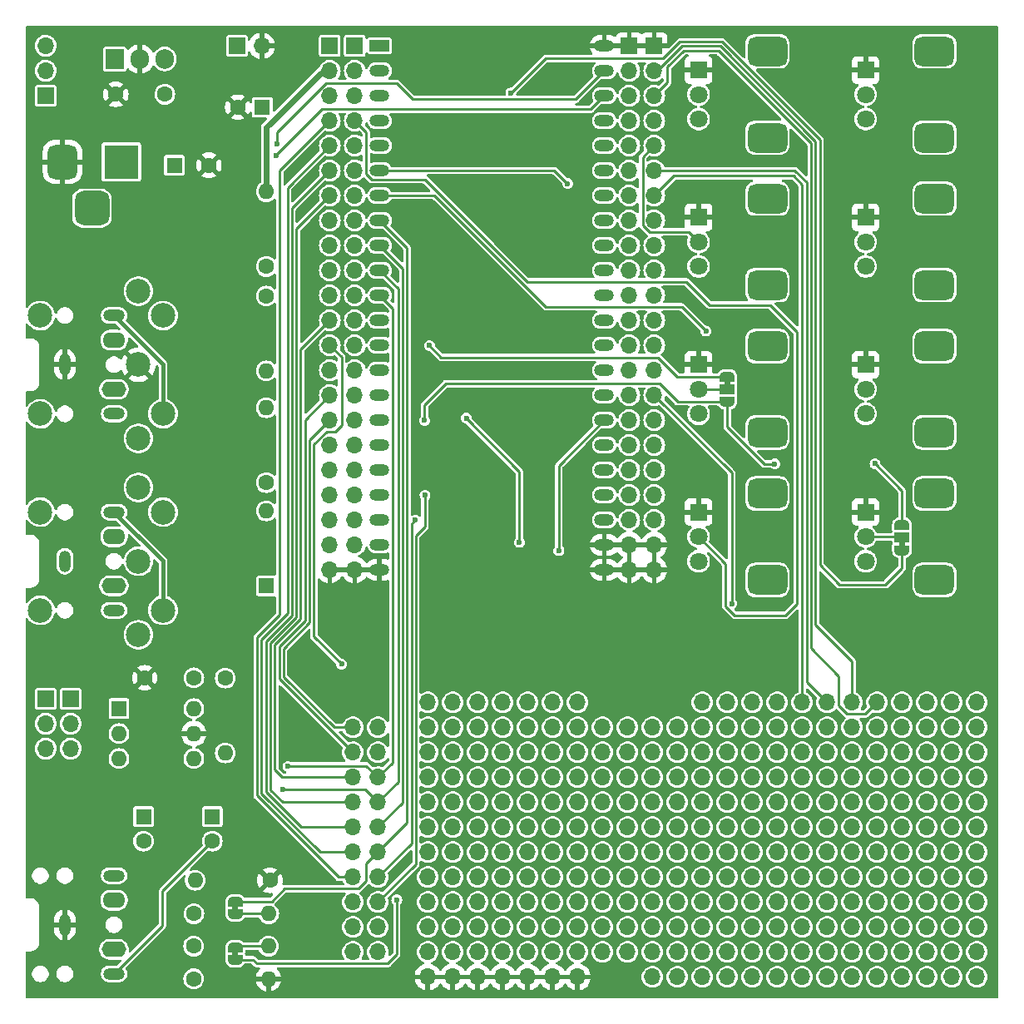
<source format=gbr>
%TF.GenerationSoftware,KiCad,Pcbnew,8.0.7*%
%TF.CreationDate,2025-05-14T18:58:00+01:00*%
%TF.ProjectId,ESP32-S3-Experimenter,45535033-322d-4533-932d-457870657269,rev?*%
%TF.SameCoordinates,Original*%
%TF.FileFunction,Copper,L2,Bot*%
%TF.FilePolarity,Positive*%
%FSLAX46Y46*%
G04 Gerber Fmt 4.6, Leading zero omitted, Abs format (unit mm)*
G04 Created by KiCad (PCBNEW 8.0.7) date 2025-05-14 18:58:00*
%MOMM*%
%LPD*%
G01*
G04 APERTURE LIST*
G04 Aperture macros list*
%AMRoundRect*
0 Rectangle with rounded corners*
0 $1 Rounding radius*
0 $2 $3 $4 $5 $6 $7 $8 $9 X,Y pos of 4 corners*
0 Add a 4 corners polygon primitive as box body*
4,1,4,$2,$3,$4,$5,$6,$7,$8,$9,$2,$3,0*
0 Add four circle primitives for the rounded corners*
1,1,$1+$1,$2,$3*
1,1,$1+$1,$4,$5*
1,1,$1+$1,$6,$7*
1,1,$1+$1,$8,$9*
0 Add four rect primitives between the rounded corners*
20,1,$1+$1,$2,$3,$4,$5,0*
20,1,$1+$1,$4,$5,$6,$7,0*
20,1,$1+$1,$6,$7,$8,$9,0*
20,1,$1+$1,$8,$9,$2,$3,0*%
%AMFreePoly0*
4,1,19,0.550000,-0.750000,0.000000,-0.750000,0.000000,-0.744911,-0.071157,-0.744911,-0.207708,-0.704816,-0.327430,-0.627875,-0.420627,-0.520320,-0.479746,-0.390866,-0.500000,-0.250000,-0.500000,0.250000,-0.479746,0.390866,-0.420627,0.520320,-0.327430,0.627875,-0.207708,0.704816,-0.071157,0.744911,0.000000,0.744911,0.000000,0.750000,0.550000,0.750000,0.550000,-0.750000,0.550000,-0.750000,
$1*%
%AMFreePoly1*
4,1,19,0.000000,0.744911,0.071157,0.744911,0.207708,0.704816,0.327430,0.627875,0.420627,0.520320,0.479746,0.390866,0.500000,0.250000,0.500000,-0.250000,0.479746,-0.390866,0.420627,-0.520320,0.327430,-0.627875,0.207708,-0.704816,0.071157,-0.744911,0.000000,-0.744911,0.000000,-0.750000,-0.550000,-0.750000,-0.550000,0.750000,0.000000,0.750000,0.000000,0.744911,0.000000,0.744911,
$1*%
%AMFreePoly2*
4,1,19,0.500000,-0.750000,0.000000,-0.750000,0.000000,-0.744911,-0.071157,-0.744911,-0.207708,-0.704816,-0.327430,-0.627875,-0.420627,-0.520320,-0.479746,-0.390866,-0.500000,-0.250000,-0.500000,0.250000,-0.479746,0.390866,-0.420627,0.520320,-0.327430,0.627875,-0.207708,0.704816,-0.071157,0.744911,0.000000,0.744911,0.000000,0.750000,0.500000,0.750000,0.500000,-0.750000,0.500000,-0.750000,
$1*%
%AMFreePoly3*
4,1,19,0.000000,0.744911,0.071157,0.744911,0.207708,0.704816,0.327430,0.627875,0.420627,0.520320,0.479746,0.390866,0.500000,0.250000,0.500000,-0.250000,0.479746,-0.390866,0.420627,-0.520320,0.327430,-0.627875,0.207708,-0.704816,0.071157,-0.744911,0.000000,-0.744911,0.000000,-0.750000,-0.500000,-0.750000,-0.500000,0.750000,0.000000,0.750000,0.000000,0.744911,0.000000,0.744911,
$1*%
G04 Aperture macros list end*
%TA.AperFunction,EtchedComponent*%
%ADD10C,0.000000*%
%TD*%
%TA.AperFunction,ComponentPad*%
%ADD11O,1.700000X1.700000*%
%TD*%
%TA.AperFunction,ComponentPad*%
%ADD12R,1.700000X1.700000*%
%TD*%
%TA.AperFunction,ComponentPad*%
%ADD13C,1.600000*%
%TD*%
%TA.AperFunction,ComponentPad*%
%ADD14O,1.600000X1.600000*%
%TD*%
%TA.AperFunction,ComponentPad*%
%ADD15R,2.000000X1.200000*%
%TD*%
%TA.AperFunction,ComponentPad*%
%ADD16O,2.000000X1.200000*%
%TD*%
%TA.AperFunction,ComponentPad*%
%ADD17R,1.600000X1.600000*%
%TD*%
%TA.AperFunction,ComponentPad*%
%ADD18R,1.800000X1.800000*%
%TD*%
%TA.AperFunction,ComponentPad*%
%ADD19C,1.800000*%
%TD*%
%TA.AperFunction,ComponentPad*%
%ADD20RoundRect,0.750000X-1.250000X-0.750000X1.250000X-0.750000X1.250000X0.750000X-1.250000X0.750000X0*%
%TD*%
%TA.AperFunction,WasherPad*%
%ADD21C,2.499360*%
%TD*%
%TA.AperFunction,ComponentPad*%
%ADD22C,2.499360*%
%TD*%
%TA.AperFunction,ComponentPad*%
%ADD23O,1.200000X2.200000*%
%TD*%
%TA.AperFunction,ComponentPad*%
%ADD24O,2.200000X1.200000*%
%TD*%
%TA.AperFunction,ComponentPad*%
%ADD25O,2.300000X1.600000*%
%TD*%
%TA.AperFunction,ComponentPad*%
%ADD26O,2.500000X1.600000*%
%TD*%
%TA.AperFunction,ComponentPad*%
%ADD27R,1.905000X2.000000*%
%TD*%
%TA.AperFunction,ComponentPad*%
%ADD28O,1.905000X2.000000*%
%TD*%
%TA.AperFunction,ComponentPad*%
%ADD29R,3.500000X3.500000*%
%TD*%
%TA.AperFunction,ComponentPad*%
%ADD30RoundRect,0.750000X-0.750000X-1.000000X0.750000X-1.000000X0.750000X1.000000X-0.750000X1.000000X0*%
%TD*%
%TA.AperFunction,ComponentPad*%
%ADD31RoundRect,0.875000X-0.875000X-0.875000X0.875000X-0.875000X0.875000X0.875000X-0.875000X0.875000X0*%
%TD*%
%TA.AperFunction,SMDPad,CuDef*%
%ADD32FreePoly0,270.000000*%
%TD*%
%TA.AperFunction,SMDPad,CuDef*%
%ADD33R,1.500000X1.000000*%
%TD*%
%TA.AperFunction,SMDPad,CuDef*%
%ADD34FreePoly1,270.000000*%
%TD*%
%TA.AperFunction,SMDPad,CuDef*%
%ADD35FreePoly2,90.000000*%
%TD*%
%TA.AperFunction,SMDPad,CuDef*%
%ADD36FreePoly3,90.000000*%
%TD*%
%TA.AperFunction,SMDPad,CuDef*%
%ADD37FreePoly0,90.000000*%
%TD*%
%TA.AperFunction,SMDPad,CuDef*%
%ADD38FreePoly1,90.000000*%
%TD*%
%TA.AperFunction,SMDPad,CuDef*%
%ADD39FreePoly2,270.000000*%
%TD*%
%TA.AperFunction,SMDPad,CuDef*%
%ADD40FreePoly3,270.000000*%
%TD*%
%TA.AperFunction,ViaPad*%
%ADD41C,0.600000*%
%TD*%
%TA.AperFunction,Conductor*%
%ADD42C,0.250000*%
%TD*%
%TA.AperFunction,Conductor*%
%ADD43C,0.600000*%
%TD*%
%TA.AperFunction,Conductor*%
%ADD44C,0.400000*%
%TD*%
G04 APERTURE END LIST*
D10*
%TA.AperFunction,EtchedComponent*%
%TO.C,JP1*%
G36*
X122200000Y-87100000D02*
G01*
X121600000Y-87100000D01*
X121600000Y-86600000D01*
X122200000Y-86600000D01*
X122200000Y-87100000D01*
G37*
%TD.AperFunction*%
%TA.AperFunction,EtchedComponent*%
%TO.C,JP2*%
G36*
X72150000Y-140525000D02*
G01*
X71550000Y-140525000D01*
X71550000Y-140025000D01*
X72150000Y-140025000D01*
X72150000Y-140525000D01*
G37*
%TD.AperFunction*%
%TA.AperFunction,EtchedComponent*%
%TO.C,JP4*%
G36*
X140000000Y-103500000D02*
G01*
X139400000Y-103500000D01*
X139400000Y-103000000D01*
X140000000Y-103000000D01*
X140000000Y-103500000D01*
G37*
%TD.AperFunction*%
%TA.AperFunction,EtchedComponent*%
%TO.C,JP3*%
G36*
X72150000Y-145200000D02*
G01*
X71550000Y-145200000D01*
X71550000Y-144700000D01*
X72150000Y-144700000D01*
X72150000Y-145200000D01*
G37*
%TD.AperFunction*%
%TD*%
D11*
%TO.P,,1,Pin_2*%
%TO.N,N/C*%
X99060000Y-137160000D03*
%TD*%
%TO.P,,1,Pin_2*%
%TO.N,N/C*%
X134620000Y-134620000D03*
%TD*%
%TO.P,,1,Pin_2*%
%TO.N,N/C*%
X99060000Y-127000000D03*
%TD*%
%TO.P,,1,Pin_2*%
%TO.N,N/C*%
X139700000Y-121920000D03*
%TD*%
%TO.P,,1,Pin_2*%
%TO.N,N/C*%
X132080000Y-134620000D03*
%TD*%
%TO.P,,1,Pin_2*%
%TO.N,N/C*%
X137160000Y-147320000D03*
%TD*%
%TO.P,,1,Pin_2*%
%TO.N,N/C*%
X114300000Y-147320000D03*
%TD*%
%TO.P,,1,Pin_2*%
%TO.N,N/C*%
X104140000Y-144780000D03*
%TD*%
%TO.P,,1,Pin_2*%
%TO.N,N/C*%
X134620000Y-144780000D03*
%TD*%
%TO.P,,1,Pin_2*%
%TO.N,N/C*%
X93980000Y-139700000D03*
%TD*%
%TO.P,,1,Pin_2*%
%TO.N,N/C*%
X96520000Y-124460000D03*
%TD*%
%TO.P,,1,Pin_2*%
%TO.N,N/C*%
X127000000Y-144780000D03*
%TD*%
%TO.P,,1,Pin_2*%
%TO.N,N/C*%
X144780000Y-147320000D03*
%TD*%
%TO.P,,1,Pin_2*%
%TO.N,N/C*%
X132080000Y-129540000D03*
%TD*%
%TO.P,,1,Pin_2*%
%TO.N,N/C*%
X104140000Y-142240000D03*
%TD*%
D12*
%TO.P,J12,1,Pin_1*%
%TO.N,+3V3*%
X84000000Y-52540000D03*
D11*
%TO.P,J12,2,Pin_2*%
X84000000Y-55080000D03*
%TO.P,J12,3,Pin_3*%
%TO.N,/RST*%
X84000000Y-57620000D03*
%TO.P,J12,4,Pin_4*%
%TO.N,/GPIO4*%
X84000000Y-60160000D03*
%TO.P,J12,5,Pin_5*%
%TO.N,/GPIO5*%
X84000000Y-62700000D03*
%TO.P,J12,6,Pin_6*%
%TO.N,/GPIO6*%
X84000000Y-65240000D03*
%TO.P,J12,7,Pin_7*%
%TO.N,/GPIO7*%
X84000000Y-67780000D03*
%TO.P,J12,8,Pin_8*%
%TO.N,/GPIO15*%
X84000000Y-70320000D03*
%TO.P,J12,9,Pin_9*%
%TO.N,/GPIO16*%
X84000000Y-72860000D03*
%TO.P,J12,10,Pin_10*%
%TO.N,/GPIO17*%
X84000000Y-75400000D03*
%TO.P,J12,11,Pin_11*%
%TO.N,/GPIO18*%
X84000000Y-77940000D03*
%TO.P,J12,12,Pin_12*%
%TO.N,/GPIO8*%
X84000000Y-80480000D03*
%TO.P,J12,13,Pin_13*%
%TO.N,/GPIO3*%
X84000000Y-83020000D03*
%TO.P,J12,14,Pin_14*%
%TO.N,/GPIO46*%
X84000000Y-85560000D03*
%TO.P,J12,15,Pin_15*%
%TO.N,/GPIO9*%
X84000000Y-88100000D03*
%TO.P,J12,16,Pin_16*%
%TO.N,/GPIO10*%
X84000000Y-90640000D03*
%TO.P,J12,17,Pin_17*%
%TO.N,/GPIO11*%
X84000000Y-93180000D03*
%TO.P,J12,18,Pin_18*%
%TO.N,/GPIO12*%
X84000000Y-95720000D03*
%TO.P,J12,19,Pin_19*%
%TO.N,/GPIO13*%
X84000000Y-98260000D03*
%TO.P,J12,20,Pin_20*%
%TO.N,/GPIO14*%
X84000000Y-100800000D03*
%TO.P,J12,21,Pin_21*%
%TO.N,+5V*%
X84000000Y-103340000D03*
%TO.P,J12,22,Pin_22*%
%TO.N,GND*%
X84000000Y-105880000D03*
%TD*%
%TO.P,,1,Pin_2*%
%TO.N,N/C*%
X116840000Y-127000000D03*
%TD*%
%TO.P,,1,Pin_2*%
%TO.N,N/C*%
X121920000Y-144780000D03*
%TD*%
%TO.P,,1,Pin_2*%
%TO.N,N/C*%
X96520000Y-134620000D03*
%TD*%
D12*
%TO.P,J8,1,Pin_1*%
%TO.N,/GPIO43{slash}U0TXD*%
X52540000Y-119000000D03*
D11*
%TO.P,J8,2,Pin_2*%
%TO.N,Net-(J8-Pin_2)*%
X52540000Y-121540000D03*
%TO.P,J8,3,Pin_3*%
%TO.N,/GPIO17*%
X52540000Y-124080000D03*
%TD*%
%TO.P,,1,Pin_2*%
%TO.N,N/C*%
X104140000Y-124460000D03*
%TD*%
%TO.P,,1,Pin_2*%
%TO.N,N/C*%
X114300000Y-142240000D03*
%TD*%
%TO.P,,1,Pin_2*%
%TO.N,N/C*%
X101600000Y-124460000D03*
%TD*%
D13*
%TO.P,R6,1*%
%TO.N,GND*%
X75375000Y-137475000D03*
D14*
%TO.P,R6,2*%
%TO.N,Net-(C2-Pad1)*%
X67755000Y-137475000D03*
%TD*%
D13*
%TO.P,C8,1*%
%TO.N,+5V*%
X64675000Y-57475000D03*
%TO.P,C8,2*%
%TO.N,GND*%
X59675000Y-57475000D03*
%TD*%
D12*
%TO.P,SW2,1,A*%
%TO.N,Net-(SW2-A)*%
X52540000Y-57620000D03*
D11*
%TO.P,SW2,2,B*%
%TO.N,VCC*%
X52540000Y-55080000D03*
%TO.P,SW2,3*%
%TO.N,N/C*%
X52540000Y-52540000D03*
%TD*%
%TO.P,,1,Pin_2*%
%TO.N,N/C*%
X144780000Y-121920000D03*
%TD*%
%TO.P,,1,Pin_2*%
%TO.N,N/C*%
X106680000Y-142240000D03*
%TD*%
%TO.P,,1,Pin_2*%
%TO.N,N/C*%
X142240000Y-132080000D03*
%TD*%
%TO.P,,1,Pin_2*%
%TO.N,N/C*%
X101600000Y-144780000D03*
%TD*%
D13*
%TO.P,R4,1*%
%TO.N,Net-(J4-Pad4)*%
X75000000Y-75000000D03*
D14*
%TO.P,R4,2*%
%TO.N,+3V3*%
X75000000Y-67380000D03*
%TD*%
D11*
%TO.P,,1,Pin_2*%
%TO.N,N/C*%
X137160000Y-132080000D03*
%TD*%
D12*
%TO.P,J7,1,Pin_1*%
%TO.N,/GPIO44{slash}U0RXD*%
X55080000Y-119000000D03*
D11*
%TO.P,J7,2,Pin_2*%
%TO.N,Net-(J7-Pin_2)*%
X55080000Y-121540000D03*
%TO.P,J7,3,Pin_3*%
%TO.N,/GPIO18*%
X55080000Y-124080000D03*
%TD*%
%TO.P,,1,Pin_2*%
%TO.N,N/C*%
X139700000Y-137160000D03*
%TD*%
D15*
%TO.P,U1,1,3V3*%
%TO.N,+3V3*%
X86540000Y-52540000D03*
D16*
%TO.P,U1,2,3V3*%
X86540000Y-55080000D03*
%TO.P,U1,3,CHIP_PU*%
%TO.N,/RST*%
X86540000Y-57620000D03*
%TO.P,U1,4,GPIO4/ADC1_CH3*%
%TO.N,/GPIO4*%
X86540000Y-60160000D03*
%TO.P,U1,5,GPIO5/ADC1_CH4*%
%TO.N,/GPIO5*%
X86540000Y-62700000D03*
%TO.P,U1,6,GPIO6/ADC1_CH5*%
%TO.N,/GPIO6*%
X86540000Y-65240000D03*
%TO.P,U1,7,GPIO7/ADC1_CH6*%
%TO.N,/GPIO7*%
X86540000Y-67780000D03*
%TO.P,U1,8,GPIO15/ADC2_CH4/32K_P*%
%TO.N,/GPIO15*%
X86540000Y-70320000D03*
%TO.P,U1,9,GPIO16/ADC2_CH5/32K_N*%
%TO.N,/GPIO16*%
X86540000Y-72860000D03*
%TO.P,U1,10,GPIO17/ADC2_CH6*%
%TO.N,/GPIO17*%
X86540000Y-75400000D03*
%TO.P,U1,11,GPIO18/ADC2_CH7*%
%TO.N,/GPIO18*%
X86540000Y-77940000D03*
%TO.P,U1,12,GPIO8/ADC1_CH7*%
%TO.N,/GPIO8*%
X86540000Y-80480000D03*
%TO.P,U1,13,GPIO3/ADC1_CH2*%
%TO.N,/GPIO3*%
X86540000Y-83020000D03*
%TO.P,U1,14,GPIO46*%
%TO.N,/GPIO46*%
X86540000Y-85560000D03*
%TO.P,U1,15,GPIO9/ADC1_CH8*%
%TO.N,/GPIO9*%
X86540000Y-88100000D03*
%TO.P,U1,16,GPIO10/ADC1_CH9*%
%TO.N,/GPIO10*%
X86540000Y-90640000D03*
%TO.P,U1,17,GPIO11/ADC2_CH0*%
%TO.N,/GPIO11*%
X86540000Y-93180000D03*
%TO.P,U1,18,GPIO12/ADC2_CH1*%
%TO.N,/GPIO12*%
X86540000Y-95720000D03*
%TO.P,U1,19,GPIO13/ADC2_CH2*%
%TO.N,/GPIO13*%
X86540000Y-98260000D03*
%TO.P,U1,20,GPIO14/ADC2_CH3*%
%TO.N,/GPIO14*%
X86536320Y-100797280D03*
%TO.P,U1,21,5V*%
%TO.N,+5V*%
X86536320Y-103337280D03*
%TO.P,U1,22,GND*%
%TO.N,GND*%
X86536320Y-105877280D03*
%TO.P,U1,23,GND*%
X109400000Y-105880000D03*
%TO.P,U1,24,GND*%
X109400000Y-103340000D03*
%TO.P,U1,25,GPIO19/USB_D-*%
%TO.N,/GPIO19{slash}USB_D-*%
X109400000Y-100800000D03*
%TO.P,U1,26,GPIO20/USB_D+*%
%TO.N,/GPIO20{slash}USB_D+*%
X109400000Y-98260000D03*
%TO.P,U1,27,GPIO21*%
%TO.N,/GPIO21*%
X109400000Y-95720000D03*
%TO.P,U1,28,GPIO47*%
%TO.N,/GPIO47*%
X109400000Y-93180000D03*
%TO.P,U1,29,GPIO48*%
%TO.N,/GPIO48*%
X109400000Y-90640000D03*
%TO.P,U1,30,GPIO45*%
%TO.N,/GPIO45*%
X109400000Y-88100000D03*
%TO.P,U1,31,GPIO0*%
%TO.N,/GPIO0{slash}BOOT*%
X109400000Y-85560000D03*
%TO.P,U1,32,GPIO35*%
%TO.N,/GPIO35*%
X109400000Y-83020000D03*
%TO.P,U1,33,GPIO36*%
%TO.N,/GPIO36*%
X109400000Y-80480000D03*
%TO.P,U1,34,GPIO37*%
%TO.N,/GPIO37*%
X109400000Y-77940000D03*
%TO.P,U1,35,GPIO38*%
%TO.N,/GPIO38{slash}LED*%
X109400000Y-75400000D03*
%TO.P,U1,36,GPIO39/MTCK*%
%TO.N,/GPIO39*%
X109400000Y-72860000D03*
%TO.P,U1,37,GPIO40/MTDO*%
%TO.N,/GPIO40*%
X109400000Y-70320000D03*
%TO.P,U1,38,GPIO41/MTDI*%
%TO.N,/GPIO41*%
X109400000Y-67780000D03*
%TO.P,U1,39,GPIO42/MTMS*%
%TO.N,/GPIO42*%
X109400000Y-65240000D03*
%TO.P,U1,40,GPIO2/ADC1_CH1*%
%TO.N,/GPIO2*%
X109400000Y-62700000D03*
%TO.P,U1,41,GPIO1/ADC1_CH0*%
%TO.N,/GPIO1*%
X109400000Y-60160000D03*
%TO.P,U1,42,GPIO44/U0RXD*%
%TO.N,/GPIO44{slash}U0RXD*%
X109400000Y-57620000D03*
%TO.P,U1,43,GPIO43/U0TXD*%
%TO.N,/GPIO43{slash}U0TXD*%
X109400000Y-55080000D03*
%TO.P,U1,44,GND*%
%TO.N,GND*%
X109400000Y-52540000D03*
%TD*%
D11*
%TO.P,,1,Pin_2*%
%TO.N,N/C*%
X124460000Y-144780000D03*
%TD*%
%TO.P,,1,Pin_2*%
%TO.N,N/C*%
X121920000Y-137160000D03*
%TD*%
%TO.P,,1,Pin_2*%
%TO.N,N/C*%
X106680000Y-132080000D03*
%TD*%
D17*
%TO.P,U2,1*%
%TO.N,Net-(D1-K)*%
X60000000Y-120000000D03*
D14*
%TO.P,U2,2*%
%TO.N,Net-(D1-A)*%
X60000000Y-122540000D03*
%TO.P,U2,3*%
%TO.N,unconnected-(U2-Pad3)*%
X60000000Y-125080000D03*
%TO.P,U2,4*%
%TO.N,Net-(J7-Pin_2)*%
X67620000Y-125080000D03*
%TO.P,U2,5*%
%TO.N,GND*%
X67620000Y-122540000D03*
%TO.P,U2,6*%
%TO.N,+3V3*%
X67620000Y-120000000D03*
%TD*%
D11*
%TO.P,,1,Pin_2*%
%TO.N,N/C*%
X101600000Y-142240000D03*
%TD*%
%TO.P,,1,Pin_2*%
%TO.N,N/C*%
X106680000Y-127000000D03*
%TD*%
%TO.P,,1,Pin_2*%
%TO.N,N/C*%
X124460000Y-129540000D03*
%TD*%
D18*
%TO.P,RV3,1,1*%
%TO.N,GND*%
X119000000Y-85000000D03*
D19*
%TO.P,RV3,2,2*%
%TO.N,/RV3*%
X119000000Y-87500000D03*
%TO.P,RV3,3,3*%
%TO.N,+3V3*%
X119000000Y-90000000D03*
D20*
%TO.P,RV3,MP*%
%TO.N,N/C*%
X126000000Y-83100000D03*
X126000000Y-91900000D03*
%TD*%
D11*
%TO.P,,1,Pin_2*%
%TO.N,N/C*%
X101600000Y-134620000D03*
%TD*%
%TO.P,,1,Pin_2*%
%TO.N,N/C*%
X127000000Y-139700000D03*
%TD*%
%TO.P,,1,Pin_2*%
%TO.N,N/C*%
X109220000Y-139700000D03*
%TD*%
D12*
%TO.P,J13,1,Pin_1*%
%TO.N,+3V3*%
X81460000Y-52540000D03*
D11*
%TO.P,J13,2,Pin_2*%
X81460000Y-55080000D03*
%TO.P,J13,3,Pin_3*%
%TO.N,/RST*%
X81460000Y-57620000D03*
%TO.P,J13,4,Pin_4*%
%TO.N,/GPIO4*%
X81460000Y-60160000D03*
%TO.P,J13,5,Pin_5*%
%TO.N,/GPIO5*%
X81460000Y-62700000D03*
%TO.P,J13,6,Pin_6*%
%TO.N,/GPIO6*%
X81460000Y-65240000D03*
%TO.P,J13,7,Pin_7*%
%TO.N,/GPIO7*%
X81460000Y-67780000D03*
%TO.P,J13,8,Pin_8*%
%TO.N,/GPIO15*%
X81460000Y-70320000D03*
%TO.P,J13,9,Pin_9*%
%TO.N,/GPIO16*%
X81460000Y-72860000D03*
%TO.P,J13,10,Pin_10*%
%TO.N,/GPIO17*%
X81460000Y-75400000D03*
%TO.P,J13,11,Pin_11*%
%TO.N,/GPIO18*%
X81460000Y-77940000D03*
%TO.P,J13,12,Pin_12*%
%TO.N,/GPIO8*%
X81460000Y-80480000D03*
%TO.P,J13,13,Pin_13*%
%TO.N,/GPIO3*%
X81460000Y-83020000D03*
%TO.P,J13,14,Pin_14*%
%TO.N,/GPIO46*%
X81460000Y-85560000D03*
%TO.P,J13,15,Pin_15*%
%TO.N,/GPIO9*%
X81460000Y-88100000D03*
%TO.P,J13,16,Pin_16*%
%TO.N,/GPIO10*%
X81460000Y-90640000D03*
%TO.P,J13,17,Pin_17*%
%TO.N,/GPIO11*%
X81460000Y-93180000D03*
%TO.P,J13,18,Pin_18*%
%TO.N,/GPIO12*%
X81460000Y-95720000D03*
%TO.P,J13,19,Pin_19*%
%TO.N,/GPIO13*%
X81460000Y-98260000D03*
%TO.P,J13,20,Pin_20*%
%TO.N,/GPIO14*%
X81460000Y-100800000D03*
%TO.P,J13,21,Pin_21*%
%TO.N,+5V*%
X81460000Y-103340000D03*
%TO.P,J13,22,Pin_22*%
%TO.N,GND*%
X81460000Y-105880000D03*
%TD*%
%TO.P,,1,Pin_2*%
%TO.N,N/C*%
X114300000Y-127000000D03*
%TD*%
%TO.P,,1,Pin_2*%
%TO.N,N/C*%
X127000000Y-127000000D03*
%TD*%
%TO.P,,1,Pin_2*%
%TO.N,N/C*%
X104140000Y-129540000D03*
%TD*%
%TO.P,,1,Pin_2*%
%TO.N,N/C*%
X124460000Y-121920000D03*
%TD*%
%TO.P,,1,Pin_2*%
%TO.N,N/C*%
X132080000Y-121920000D03*
%TD*%
%TO.P,,1,Pin_2*%
%TO.N,N/C*%
X99060000Y-132080000D03*
%TD*%
%TO.P,,1,Pin_2*%
%TO.N,N/C*%
X104140000Y-121920000D03*
%TD*%
%TO.P,,1,Pin_2*%
%TO.N,N/C*%
X93980000Y-124460000D03*
%TD*%
D21*
%TO.P,J3,*%
%TO.N,*%
X51992300Y-99998740D03*
X51992300Y-110001260D03*
D22*
%TO.P,J3,1*%
%TO.N,unconnected-(J3-Pad1)*%
X61987200Y-112498080D03*
%TO.P,J3,2*%
%TO.N,unconnected-(J3-Pad2)*%
X61989740Y-105000000D03*
D23*
%TO.N,unconnected-(J3-Pad2)_1*%
X54500000Y-105000000D03*
D22*
%TO.P,J3,3*%
%TO.N,unconnected-(J3-Pad3)*%
X61987200Y-97501920D03*
D24*
%TO.P,J3,4*%
%TO.N,Net-(J3-Pad4)*%
X59500000Y-100000000D03*
D22*
X64489100Y-109996180D03*
%TO.P,J3,5*%
%TO.N,Net-(D1-A)*%
X64489100Y-100003820D03*
D24*
X59500000Y-110000000D03*
D25*
%TO.P,J3,RN*%
%TO.N,N/C*%
X59500000Y-102500000D03*
D26*
%TO.P,J3,TN*%
X59500000Y-107500000D03*
%TD*%
D11*
%TO.P,,1,Pin_2*%
%TO.N,N/C*%
X93980000Y-142240000D03*
%TD*%
%TO.P,,1,Pin_2*%
%TO.N,N/C*%
X93980000Y-134620000D03*
%TD*%
%TO.P,,1,Pin_2*%
%TO.N,N/C*%
X99060000Y-139700000D03*
%TD*%
%TO.P,,1,Pin_2*%
%TO.N,N/C*%
X121920000Y-127000000D03*
%TD*%
D13*
%TO.P,R8,1*%
%TO.N,+3V3*%
X70825000Y-116900000D03*
D14*
%TO.P,R8,2*%
%TO.N,Net-(J7-Pin_2)*%
X70825000Y-124520000D03*
%TD*%
D11*
%TO.P,,1,Pin_2*%
%TO.N,N/C*%
X147320000Y-132080000D03*
%TD*%
%TO.P,,1,Pin_2*%
%TO.N,N/C*%
X124460000Y-124460000D03*
%TD*%
%TO.P,,1,Pin_2*%
%TO.N,N/C*%
X137160000Y-134620000D03*
%TD*%
D13*
%TO.P,R1,1*%
%TO.N,Net-(J3-Pad4)*%
X75000000Y-97000000D03*
D14*
%TO.P,R1,2*%
%TO.N,Net-(D1-K)*%
X75000000Y-89380000D03*
%TD*%
D11*
%TO.P,,1,Pin_2*%
%TO.N,N/C*%
X142240000Y-144780000D03*
%TD*%
D17*
%TO.P,C7,1*%
%TO.N,+5V*%
X74600000Y-58800000D03*
D13*
%TO.P,C7,2*%
%TO.N,GND*%
X72100000Y-58800000D03*
%TD*%
D11*
%TO.P,,1,Pin_2*%
%TO.N,N/C*%
X137160000Y-127000000D03*
%TD*%
%TO.P,,1,Pin_2*%
%TO.N,N/C*%
X119380000Y-134620000D03*
%TD*%
%TO.P,,1,Pin_2*%
%TO.N,N/C*%
X144780000Y-124460000D03*
%TD*%
%TO.P,,1,Pin_2*%
%TO.N,N/C*%
X134620000Y-121920000D03*
%TD*%
%TO.P,,1,Pin_2*%
%TO.N,N/C*%
X101600000Y-129540000D03*
%TD*%
%TO.P,,1,Pin_2*%
%TO.N,N/C*%
X144780000Y-132080000D03*
%TD*%
%TO.P,,1,Pin_2*%
%TO.N,N/C*%
X101600000Y-127000000D03*
%TD*%
%TO.P,,1,Pin_2*%
%TO.N,N/C*%
X129540000Y-137160000D03*
%TD*%
%TO.P,,1,Pin_2*%
%TO.N,N/C*%
X111760000Y-139700000D03*
%TD*%
%TO.P,,1,Pin_2*%
%TO.N,N/C*%
X93980000Y-137160000D03*
%TD*%
%TO.P,,1,Pin_2*%
%TO.N,N/C*%
X129540000Y-124460000D03*
%TD*%
%TO.P,,1,Pin_2*%
%TO.N,N/C*%
X116840000Y-137160000D03*
%TD*%
%TO.P,,1,Pin_2*%
%TO.N,N/C*%
X93980000Y-121920000D03*
%TD*%
%TO.P,,1,Pin_2*%
%TO.N,N/C*%
X114300000Y-132080000D03*
%TD*%
%TO.P,,1,Pin_2*%
%TO.N,N/C*%
X144780000Y-139700000D03*
%TD*%
%TO.P,,1,Pin_2*%
%TO.N,N/C*%
X93980000Y-144780000D03*
%TD*%
%TO.P,,1,Pin_2*%
%TO.N,N/C*%
X121920000Y-124460000D03*
%TD*%
%TO.P,,1,Pin_2*%
%TO.N,N/C*%
X93980000Y-127000000D03*
%TD*%
D17*
%TO.P,C2,1*%
%TO.N,Net-(C2-Pad1)*%
X69500000Y-131000000D03*
D13*
%TO.P,C2,2*%
%TO.N,Net-(C2-Pad2)*%
X69500000Y-133500000D03*
%TD*%
D11*
%TO.P,,1,Pin_2*%
%TO.N,N/C*%
X111760000Y-142240000D03*
%TD*%
%TO.P,,1,Pin_2*%
%TO.N,N/C*%
X91440000Y-137160000D03*
%TD*%
%TO.P,,1,Pin_2*%
%TO.N,N/C*%
X147320000Y-124460000D03*
%TD*%
%TO.P,,1,Pin_2*%
%TO.N,N/C*%
X137160000Y-121920000D03*
%TD*%
%TO.P,,1,Pin_2*%
%TO.N,N/C*%
X96520000Y-121920000D03*
%TD*%
%TO.P,,1,Pin_2*%
%TO.N,N/C*%
X139700000Y-129540000D03*
%TD*%
%TO.P,,1,Pin_2*%
%TO.N,N/C*%
X106680000Y-137160000D03*
%TD*%
%TO.P,,1,Pin_2*%
%TO.N,N/C*%
X132080000Y-137160000D03*
%TD*%
%TO.P,,1,Pin_2*%
%TO.N,N/C*%
X139700000Y-147320000D03*
%TD*%
%TO.P,,1,Pin_2*%
%TO.N,N/C*%
X121920000Y-139700000D03*
%TD*%
%TO.P,,1,Pin_2*%
%TO.N,N/C*%
X119380000Y-121920000D03*
%TD*%
D13*
%TO.P,C5,1*%
%TO.N,+3V3*%
X67625000Y-116875000D03*
%TO.P,C5,2*%
%TO.N,GND*%
X62625000Y-116875000D03*
%TD*%
D11*
%TO.P,,1,Pin_2*%
%TO.N,N/C*%
X104140000Y-127000000D03*
%TD*%
%TO.P,,1,Pin_2*%
%TO.N,N/C*%
X114300000Y-139700000D03*
%TD*%
D12*
%TO.P,J15,1,Pin_1*%
%TO.N,GND*%
X114480000Y-52540000D03*
D11*
%TO.P,J15,2,Pin_2*%
%TO.N,/GPIO43{slash}U0TXD*%
X114480000Y-55080000D03*
%TO.P,J15,3,Pin_3*%
%TO.N,/GPIO44{slash}U0RXD*%
X114480000Y-57620000D03*
%TO.P,J15,4,Pin_4*%
%TO.N,/GPIO1*%
X114480000Y-60160000D03*
%TO.P,J15,5,Pin_5*%
%TO.N,/GPIO2*%
X114480000Y-62700000D03*
%TO.P,J15,6,Pin_6*%
%TO.N,/GPIO42*%
X114480000Y-65240000D03*
%TO.P,J15,7,Pin_7*%
%TO.N,/GPIO41*%
X114480000Y-67780000D03*
%TO.P,J15,8,Pin_8*%
%TO.N,/GPIO40*%
X114480000Y-70320000D03*
%TO.P,J15,9,Pin_9*%
%TO.N,/GPIO39*%
X114480000Y-72860000D03*
%TO.P,J15,10,Pin_10*%
%TO.N,/GPIO38{slash}LED*%
X114480000Y-75400000D03*
%TO.P,J15,11,Pin_11*%
%TO.N,/GPIO37*%
X114480000Y-77940000D03*
%TO.P,J15,12,Pin_12*%
%TO.N,/GPIO36*%
X114480000Y-80480000D03*
%TO.P,J15,13,Pin_13*%
%TO.N,/GPIO35*%
X114480000Y-83020000D03*
%TO.P,J15,14,Pin_14*%
%TO.N,/GPIO0{slash}BOOT*%
X114480000Y-85560000D03*
%TO.P,J15,15,Pin_15*%
%TO.N,/GPIO45*%
X114480000Y-88100000D03*
%TO.P,J15,16,Pin_16*%
%TO.N,/GPIO48*%
X114480000Y-90640000D03*
%TO.P,J15,17,Pin_17*%
%TO.N,/GPIO47*%
X114480000Y-93180000D03*
%TO.P,J15,18,Pin_18*%
%TO.N,/GPIO21*%
X114480000Y-95720000D03*
%TO.P,J15,19,Pin_19*%
%TO.N,/GPIO20{slash}USB_D+*%
X114480000Y-98260000D03*
%TO.P,J15,20,Pin_20*%
%TO.N,/GPIO19{slash}USB_D-*%
X114480000Y-100800000D03*
%TO.P,J15,21,Pin_21*%
%TO.N,GND*%
X114480000Y-103340000D03*
%TO.P,J15,22,Pin_22*%
X114480000Y-105880000D03*
%TD*%
D17*
%TO.P,C3,1*%
%TO.N,Net-(C3-Pad1)*%
X62500000Y-131000000D03*
D13*
%TO.P,C3,2*%
%TO.N,Net-(C3-Pad2)*%
X62500000Y-133500000D03*
%TD*%
D11*
%TO.P,,1,Pin_2*%
%TO.N,N/C*%
X121920000Y-129540000D03*
%TD*%
%TO.P,,1,Pin_2*%
%TO.N,N/C*%
X109220000Y-121920000D03*
%TD*%
%TO.P,,1,Pin_2*%
%TO.N,N/C*%
X147320000Y-129540000D03*
%TD*%
%TO.P,,1,Pin_2*%
%TO.N,N/C*%
X116840000Y-132080000D03*
%TD*%
D18*
%TO.P,RV8,1,1*%
%TO.N,GND*%
X136000000Y-100000000D03*
D19*
%TO.P,RV8,2,2*%
%TO.N,/RV8*%
X136000000Y-102500000D03*
%TO.P,RV8,3,3*%
%TO.N,+3V3*%
X136000000Y-105000000D03*
D20*
%TO.P,RV8,MP*%
%TO.N,N/C*%
X143000000Y-98100000D03*
X143000000Y-106900000D03*
%TD*%
D11*
%TO.P,,1,Pin_2*%
%TO.N,N/C*%
X147320000Y-134620000D03*
%TD*%
%TO.P,,1,Pin_2*%
%TO.N,N/C*%
X137160000Y-139700000D03*
%TD*%
%TO.P,,1,Pin_2*%
%TO.N,N/C*%
X139700000Y-139700000D03*
%TD*%
%TO.P,,1,Pin_2*%
%TO.N,N/C*%
X144780000Y-142240000D03*
%TD*%
%TO.P,,1,Pin_2*%
%TO.N,N/C*%
X134620000Y-139700000D03*
%TD*%
D13*
%TO.P,R7,1*%
%TO.N,Net-(C3-Pad1)*%
X67600000Y-147500000D03*
D14*
%TO.P,R7,2*%
%TO.N,GND*%
X75220000Y-147500000D03*
%TD*%
D11*
%TO.P,,1,Pin_2*%
%TO.N,N/C*%
X106680000Y-124460000D03*
%TD*%
%TO.P,J16,1,Pin_1*%
%TO.N,/GPIO1*%
X83820000Y-144780000D03*
%TO.P,J16,2,Pin_2*%
%TO.N,/GPIO2*%
X83820000Y-142240000D03*
%TO.P,J16,3,Pin_3*%
%TO.N,/GPIO3*%
X83820000Y-139700000D03*
%TO.P,J16,4,Pin_4*%
%TO.N,/GPIO4*%
X83820000Y-137160000D03*
%TO.P,J16,5,Pin_5*%
%TO.N,/GPIO5*%
X83820000Y-134620000D03*
%TO.P,J16,6,Pin_6*%
%TO.N,/GPIO6*%
X83820000Y-132080000D03*
%TO.P,J16,7,Pin_7*%
%TO.N,/GPIO7*%
X83820000Y-129540000D03*
%TO.P,J16,8,Pin_8*%
%TO.N,/GPIO8*%
X83820000Y-127000000D03*
%TO.P,J16,9,Pin_9*%
%TO.N,/GPIO9*%
X83820000Y-124460000D03*
%TO.P,J16,10,Pin_10*%
%TO.N,/GPIO10*%
X83820000Y-121920000D03*
%TD*%
D18*
%TO.P,RV5,1,1*%
%TO.N,GND*%
X136000000Y-55000000D03*
D19*
%TO.P,RV5,2,2*%
%TO.N,/GPIO5*%
X136000000Y-57500000D03*
%TO.P,RV5,3,3*%
%TO.N,+3V3*%
X136000000Y-60000000D03*
D20*
%TO.P,RV5,MP*%
%TO.N,N/C*%
X143000000Y-53100000D03*
X143000000Y-61900000D03*
%TD*%
D11*
%TO.P,,1,Pin_2*%
%TO.N,N/C*%
X119380000Y-142240000D03*
%TD*%
D12*
%TO.P,J2,1,Pin_1*%
%TO.N,+5V*%
X72000000Y-52540000D03*
D11*
%TO.P,J2,2,Pin_2*%
%TO.N,GND*%
X74540000Y-52540000D03*
%TD*%
%TO.P,,1,Pin_2*%
%TO.N,N/C*%
X147320000Y-142240000D03*
%TD*%
%TO.P,,1,Pin_2*%
%TO.N,N/C*%
X99060000Y-129540000D03*
%TD*%
D18*
%TO.P,RV4,1,1*%
%TO.N,GND*%
X119000000Y-100000000D03*
D19*
%TO.P,RV4,2,2*%
%TO.N,/GPIO4*%
X119000000Y-102500000D03*
%TO.P,RV4,3,3*%
%TO.N,+3V3*%
X119000000Y-105000000D03*
D20*
%TO.P,RV4,MP*%
%TO.N,N/C*%
X126000000Y-98100000D03*
X126000000Y-106900000D03*
%TD*%
D11*
%TO.P,,1,Pin_2*%
%TO.N,N/C*%
X147320000Y-139700000D03*
%TD*%
%TO.P,,1,Pin_2*%
%TO.N,N/C*%
X139700000Y-132080000D03*
%TD*%
%TO.P,,1,Pin_2*%
%TO.N,N/C*%
X137160000Y-144780000D03*
%TD*%
D13*
%TO.P,R5,1*%
%TO.N,Net-(J4-Pad5)*%
X75000000Y-78000000D03*
D14*
%TO.P,R5,2*%
%TO.N,Net-(J8-Pin_2)*%
X75000000Y-85620000D03*
%TD*%
D13*
%TO.P,R2,1*%
%TO.N,Net-(C2-Pad1)*%
X67625000Y-140875000D03*
D14*
%TO.P,R2,2*%
%TO.N,Net-(JP2-A)*%
X75245000Y-140875000D03*
%TD*%
D11*
%TO.P,,1,Pin_2*%
%TO.N,N/C*%
X106680000Y-134620000D03*
%TD*%
%TO.P,,1,Pin_2*%
%TO.N,N/C*%
X99060000Y-121920000D03*
%TD*%
%TO.P,,1,Pin_2*%
%TO.N,N/C*%
X134620000Y-127000000D03*
%TD*%
%TO.P,,1,Pin_2*%
%TO.N,N/C*%
X147320000Y-121920000D03*
%TD*%
%TO.P,,1,Pin_2*%
%TO.N,N/C*%
X147320000Y-127000000D03*
%TD*%
%TO.P,,1,Pin_2*%
%TO.N,N/C*%
X124460000Y-147320000D03*
%TD*%
%TO.P,,1,Pin_2*%
%TO.N,N/C*%
X121920000Y-142240000D03*
%TD*%
%TO.P,,1,Pin_2*%
%TO.N,N/C*%
X142240000Y-137160000D03*
%TD*%
%TO.P,,1,Pin_2*%
%TO.N,N/C*%
X124460000Y-134620000D03*
%TD*%
%TO.P,,1,Pin_2*%
%TO.N,N/C*%
X91440000Y-142240000D03*
%TD*%
%TO.P,,1,Pin_2*%
%TO.N,N/C*%
X132080000Y-147320000D03*
%TD*%
%TO.P,,1,Pin_2*%
%TO.N,N/C*%
X139700000Y-142240000D03*
%TD*%
%TO.P,,1,Pin_2*%
%TO.N,N/C*%
X132080000Y-142240000D03*
%TD*%
%TO.P,,1,Pin_2*%
%TO.N,N/C*%
X116840000Y-121920000D03*
%TD*%
%TO.P,,1,Pin_2*%
%TO.N,N/C*%
X119380000Y-137160000D03*
%TD*%
%TO.P,,1,Pin_2*%
%TO.N,N/C*%
X101600000Y-121920000D03*
%TD*%
%TO.P,,1,Pin_2*%
%TO.N,N/C*%
X129540000Y-142240000D03*
%TD*%
%TO.P,,1,Pin_2*%
%TO.N,N/C*%
X109220000Y-127000000D03*
%TD*%
%TO.P,,1,Pin_2*%
%TO.N,N/C*%
X129540000Y-129540000D03*
%TD*%
%TO.P,,1,Pin_2*%
%TO.N,N/C*%
X134620000Y-124460000D03*
%TD*%
D17*
%TO.P,C6,1*%
%TO.N,VCC*%
X65650000Y-64690000D03*
D13*
%TO.P,C6,2*%
%TO.N,GND*%
X69150000Y-64690000D03*
%TD*%
D11*
%TO.P,,1,Pin_2*%
%TO.N,N/C*%
X106680000Y-121920000D03*
%TD*%
%TO.P,,1,Pin_2*%
%TO.N,N/C*%
X91440000Y-121920000D03*
%TD*%
%TO.P,,1,Pin_2*%
%TO.N,N/C*%
X96520000Y-129540000D03*
%TD*%
%TO.P,,1,Pin_2*%
%TO.N,N/C*%
X137160000Y-124460000D03*
%TD*%
%TO.P,,1,Pin_2*%
%TO.N,N/C*%
X144780000Y-137160000D03*
%TD*%
%TO.P,,1,Pin_2*%
%TO.N,N/C*%
X101600000Y-137160000D03*
%TD*%
%TO.P,,1,Pin_2*%
%TO.N,N/C*%
X139700000Y-144780000D03*
%TD*%
%TO.P,,1,Pin_2*%
%TO.N,N/C*%
X101600000Y-132080000D03*
%TD*%
%TO.P,,1,Pin_2*%
%TO.N,N/C*%
X132080000Y-139700000D03*
%TD*%
%TO.P,,1,Pin_2*%
%TO.N,N/C*%
X121920000Y-147320000D03*
%TD*%
%TO.P,,1,Pin_2*%
%TO.N,N/C*%
X142240000Y-129540000D03*
%TD*%
%TO.P,,1,Pin_2*%
%TO.N,N/C*%
X114300000Y-129540000D03*
%TD*%
%TO.P,,1,Pin_2*%
%TO.N,N/C*%
X109220000Y-129540000D03*
%TD*%
%TO.P,,1,Pin_2*%
%TO.N,N/C*%
X99060000Y-144780000D03*
%TD*%
%TO.P,,1,Pin_2*%
%TO.N,N/C*%
X116840000Y-147320000D03*
%TD*%
%TO.P,,1,Pin_2*%
%TO.N,N/C*%
X121920000Y-121920000D03*
%TD*%
%TO.P,,1,Pin_2*%
%TO.N,N/C*%
X91440000Y-124460000D03*
%TD*%
%TO.P,,1,Pin_2*%
%TO.N,N/C*%
X132080000Y-132080000D03*
%TD*%
%TO.P,,1,Pin_2*%
%TO.N,N/C*%
X127000000Y-134620000D03*
%TD*%
D21*
%TO.P,J4,*%
%TO.N,*%
X51992300Y-79998740D03*
X51992300Y-90001260D03*
D22*
%TO.P,J4,1*%
%TO.N,unconnected-(J4-Pad1)*%
X61987200Y-92498080D03*
%TO.P,J4,2*%
%TO.N,GND*%
X61989740Y-85000000D03*
D23*
X54500000Y-85000000D03*
D22*
%TO.P,J4,3*%
%TO.N,unconnected-(J4-Pad3)*%
X61987200Y-77501920D03*
D24*
%TO.P,J4,4*%
%TO.N,Net-(J4-Pad4)*%
X59500000Y-80000000D03*
D22*
X64489100Y-89996180D03*
%TO.P,J4,5*%
%TO.N,Net-(J4-Pad5)*%
X64489100Y-80003820D03*
D24*
X59500000Y-90000000D03*
D25*
%TO.P,J4,RN*%
%TO.N,N/C*%
X59500000Y-82500000D03*
D26*
%TO.P,J4,TN*%
X59500000Y-87500000D03*
%TD*%
D11*
%TO.P,,1,Pin_2*%
%TO.N,N/C*%
X137160000Y-129540000D03*
%TD*%
%TO.P,,1,Pin_2*%
%TO.N,N/C*%
X124460000Y-127000000D03*
%TD*%
%TO.P,,1,Pin_2*%
%TO.N,N/C*%
X111760000Y-132080000D03*
%TD*%
%TO.P,,1,Pin_2*%
%TO.N,N/C*%
X144780000Y-134620000D03*
%TD*%
%TO.P,,1,Pin_2*%
%TO.N,N/C*%
X109220000Y-134620000D03*
%TD*%
%TO.P,,1,Pin_2*%
%TO.N,N/C*%
X142240000Y-124460000D03*
%TD*%
%TO.P,,1,Pin_2*%
%TO.N,N/C*%
X99060000Y-134620000D03*
%TD*%
%TO.P,,1,Pin_2*%
%TO.N,N/C*%
X124460000Y-137160000D03*
%TD*%
D13*
%TO.P,R3,1*%
%TO.N,Net-(C3-Pad1)*%
X67600000Y-144175000D03*
D14*
%TO.P,R3,2*%
%TO.N,Net-(JP3-A)*%
X75220000Y-144175000D03*
%TD*%
D11*
%TO.P,,1,Pin_2*%
%TO.N,N/C*%
X127000000Y-129540000D03*
%TD*%
%TO.P,,1,Pin_2*%
%TO.N,N/C*%
X106680000Y-129540000D03*
%TD*%
%TO.P,,1,Pin_2*%
%TO.N,N/C*%
X139700000Y-134620000D03*
%TD*%
%TO.P,,1,Pin_2*%
%TO.N,N/C*%
X132080000Y-127000000D03*
%TD*%
%TO.P,,1,Pin_2*%
%TO.N,N/C*%
X99060000Y-142240000D03*
%TD*%
%TO.P,,1,Pin_2*%
%TO.N,N/C*%
X129540000Y-121920000D03*
%TD*%
%TO.P,,1,Pin_2*%
%TO.N,N/C*%
X121920000Y-134620000D03*
%TD*%
%TO.P,,1,Pin_2*%
%TO.N,N/C*%
X142240000Y-142240000D03*
%TD*%
%TO.P,,1,Pin_2*%
%TO.N,N/C*%
X124460000Y-132080000D03*
%TD*%
%TO.P,,1,Pin_2*%
%TO.N,N/C*%
X111760000Y-134620000D03*
%TD*%
%TO.P,,1,Pin_2*%
%TO.N,N/C*%
X96520000Y-137160000D03*
%TD*%
%TO.P,,1,Pin_2*%
%TO.N,N/C*%
X127000000Y-142240000D03*
%TD*%
%TO.P,,1,Pin_2*%
%TO.N,N/C*%
X121920000Y-132080000D03*
%TD*%
%TO.P,,1,Pin_2*%
%TO.N,N/C*%
X127000000Y-132080000D03*
%TD*%
%TO.P,,1,Pin_2*%
%TO.N,N/C*%
X111760000Y-129540000D03*
%TD*%
%TO.P,,1,Pin_2*%
%TO.N,N/C*%
X116840000Y-124460000D03*
%TD*%
%TO.P,,1,Pin_2*%
%TO.N,N/C*%
X124460000Y-142240000D03*
%TD*%
%TO.P,J10,1,Pin_1*%
%TO.N,+3V3*%
X91440000Y-119380000D03*
%TO.P,J10,2,Pin_2*%
X93980000Y-119380000D03*
%TO.P,J10,3,Pin_3*%
X96520000Y-119380000D03*
%TO.P,J10,4,Pin_4*%
X99060000Y-119380000D03*
%TO.P,J10,5,Pin_5*%
X101600000Y-119380000D03*
%TO.P,J10,6,Pin_6*%
X104140000Y-119380000D03*
%TO.P,J10,7,Pin_7*%
X106680000Y-119380000D03*
%TD*%
%TO.P,,1,Pin_2*%
%TO.N,N/C*%
X119380000Y-144780000D03*
%TD*%
%TO.P,,1,Pin_2*%
%TO.N,N/C*%
X129540000Y-134620000D03*
%TD*%
%TO.P,,1,Pin_2*%
%TO.N,N/C*%
X144780000Y-144780000D03*
%TD*%
%TO.P,,1,Pin_2*%
%TO.N,N/C*%
X96520000Y-142240000D03*
%TD*%
%TO.P,,1,Pin_2*%
%TO.N,N/C*%
X139700000Y-124460000D03*
%TD*%
%TO.P,,1,Pin_2*%
%TO.N,N/C*%
X91440000Y-144780000D03*
%TD*%
%TO.P,,1,Pin_2*%
%TO.N,N/C*%
X109220000Y-144780000D03*
%TD*%
%TO.P,,1,Pin_2*%
%TO.N,N/C*%
X116840000Y-129540000D03*
%TD*%
%TO.P,,1,Pin_2*%
%TO.N,N/C*%
X114300000Y-137160000D03*
%TD*%
%TO.P,,1,Pin_2*%
%TO.N,N/C*%
X114300000Y-134620000D03*
%TD*%
D12*
%TO.P,J5,1,Pin_1*%
%TO.N,GND*%
X111940000Y-52540000D03*
D11*
%TO.P,J5,2,Pin_2*%
%TO.N,/GPIO43{slash}U0TXD*%
X111940000Y-55080000D03*
%TO.P,J5,3,Pin_3*%
%TO.N,/GPIO44{slash}U0RXD*%
X111940000Y-57620000D03*
%TO.P,J5,4,Pin_4*%
%TO.N,/GPIO1*%
X111940000Y-60160000D03*
%TO.P,J5,5,Pin_5*%
%TO.N,/GPIO2*%
X111940000Y-62700000D03*
%TO.P,J5,6,Pin_6*%
%TO.N,/GPIO42*%
X111940000Y-65240000D03*
%TO.P,J5,7,Pin_7*%
%TO.N,/GPIO41*%
X111940000Y-67780000D03*
%TO.P,J5,8,Pin_8*%
%TO.N,/GPIO40*%
X111940000Y-70320000D03*
%TO.P,J5,9,Pin_9*%
%TO.N,/GPIO39*%
X111940000Y-72860000D03*
%TO.P,J5,10,Pin_10*%
%TO.N,/GPIO38{slash}LED*%
X111940000Y-75400000D03*
%TO.P,J5,11,Pin_11*%
%TO.N,/GPIO37*%
X111940000Y-77940000D03*
%TO.P,J5,12,Pin_12*%
%TO.N,/GPIO36*%
X111940000Y-80480000D03*
%TO.P,J5,13,Pin_13*%
%TO.N,/GPIO35*%
X111940000Y-83020000D03*
%TO.P,J5,14,Pin_14*%
%TO.N,/GPIO0{slash}BOOT*%
X111940000Y-85560000D03*
%TO.P,J5,15,Pin_15*%
%TO.N,/GPIO45*%
X111940000Y-88100000D03*
%TO.P,J5,16,Pin_16*%
%TO.N,/GPIO48*%
X111940000Y-90640000D03*
%TO.P,J5,17,Pin_17*%
%TO.N,/GPIO47*%
X111940000Y-93180000D03*
%TO.P,J5,18,Pin_18*%
%TO.N,/GPIO21*%
X111940000Y-95720000D03*
%TO.P,J5,19,Pin_19*%
%TO.N,/GPIO20{slash}USB_D+*%
X111940000Y-98260000D03*
%TO.P,J5,20,Pin_20*%
%TO.N,/GPIO19{slash}USB_D-*%
X111940000Y-100800000D03*
%TO.P,J5,21,Pin_21*%
%TO.N,GND*%
X111940000Y-103340000D03*
%TO.P,J5,22,Pin_22*%
X111940000Y-105880000D03*
%TD*%
%TO.P,,1,Pin_2*%
%TO.N,N/C*%
X91440000Y-132080000D03*
%TD*%
%TO.P,,1,Pin_2*%
%TO.N,N/C*%
X91440000Y-139700000D03*
%TD*%
%TO.P,,1,Pin_2*%
%TO.N,N/C*%
X99060000Y-124460000D03*
%TD*%
D18*
%TO.P,RV6,1,1*%
%TO.N,GND*%
X136000000Y-70000000D03*
D19*
%TO.P,RV6,2,2*%
%TO.N,/GPIO6*%
X136000000Y-72500000D03*
%TO.P,RV6,3,3*%
%TO.N,+3V3*%
X136000000Y-75000000D03*
D20*
%TO.P,RV6,MP*%
%TO.N,N/C*%
X143000000Y-68100000D03*
X143000000Y-76900000D03*
%TD*%
D11*
%TO.P,,1,Pin_2*%
%TO.N,N/C*%
X129540000Y-139700000D03*
%TD*%
%TO.P,,1,Pin_2*%
%TO.N,N/C*%
X114300000Y-124460000D03*
%TD*%
%TO.P,,1,Pin_2*%
%TO.N,N/C*%
X119380000Y-132080000D03*
%TD*%
%TO.P,,1,Pin_2*%
%TO.N,N/C*%
X139700000Y-127000000D03*
%TD*%
%TO.P,,1,Pin_2*%
%TO.N,N/C*%
X147320000Y-137160000D03*
%TD*%
%TO.P,,1,Pin_2*%
%TO.N,N/C*%
X111760000Y-124460000D03*
%TD*%
%TO.P,,1,Pin_2*%
%TO.N,N/C*%
X111760000Y-121920000D03*
%TD*%
%TO.P,,1,Pin_2*%
%TO.N,N/C*%
X106680000Y-144780000D03*
%TD*%
%TO.P,,1,Pin_2*%
%TO.N,N/C*%
X129540000Y-132080000D03*
%TD*%
%TO.P,,1,Pin_2*%
%TO.N,N/C*%
X104140000Y-134620000D03*
%TD*%
%TO.P,,1,Pin_2*%
%TO.N,N/C*%
X134620000Y-129540000D03*
%TD*%
%TO.P,,1,Pin_2*%
%TO.N,N/C*%
X93980000Y-132080000D03*
%TD*%
D27*
%TO.P,U3,1,IN*%
%TO.N,VCC*%
X59580000Y-53885000D03*
D28*
%TO.P,U3,2,GND*%
%TO.N,GND*%
X62120000Y-53885000D03*
%TO.P,U3,3,OUT*%
%TO.N,+5V*%
X64660000Y-53885000D03*
%TD*%
D11*
%TO.P,J11,1,Pin_1*%
%TO.N,GND*%
X91440000Y-147320000D03*
%TO.P,J11,2,Pin_2*%
X93980000Y-147320000D03*
%TO.P,J11,3,Pin_3*%
X96520000Y-147320000D03*
%TO.P,J11,4,Pin_4*%
X99060000Y-147320000D03*
%TO.P,J11,5,Pin_5*%
X101600000Y-147320000D03*
%TO.P,J11,6,Pin_6*%
X104140000Y-147320000D03*
%TO.P,J11,7,Pin_7*%
X106680000Y-147320000D03*
%TD*%
%TO.P,,1,Pin_2*%
%TO.N,N/C*%
X116840000Y-134620000D03*
%TD*%
D29*
%TO.P,J1,1*%
%TO.N,Net-(SW2-A)*%
X60250000Y-64360000D03*
D30*
%TO.P,J1,2*%
%TO.N,GND*%
X54250000Y-64360000D03*
D31*
%TO.P,J1,3*%
%TO.N,unconnected-(J1-Pad3)*%
X57250000Y-69060000D03*
%TD*%
D11*
%TO.P,,1,Pin_2*%
%TO.N,N/C*%
X109220000Y-132080000D03*
%TD*%
%TO.P,,1,Pin_2*%
%TO.N,N/C*%
X137160000Y-142240000D03*
%TD*%
%TO.P,,1,Pin_2*%
%TO.N,N/C*%
X147320000Y-144780000D03*
%TD*%
%TO.P,J17,1,Pin_1*%
%TO.N,/GPIO11*%
X86360000Y-144780000D03*
%TO.P,J17,2,Pin_2*%
%TO.N,/GPIO12*%
X86360000Y-142240000D03*
%TO.P,J17,3,Pin_3*%
%TO.N,/GPIO13*%
X86360000Y-139700000D03*
%TO.P,J17,4,Pin_4*%
%TO.N,/GPIO14*%
X86360000Y-137160000D03*
%TO.P,J17,5,Pin_5*%
%TO.N,/GPIO15*%
X86360000Y-134620000D03*
%TO.P,J17,6,Pin_6*%
%TO.N,/GPIO16*%
X86360000Y-132080000D03*
%TO.P,J17,7,Pin_7*%
%TO.N,/GPIO17*%
X86360000Y-129540000D03*
%TO.P,J17,8,Pin_8*%
%TO.N,/GPIO18*%
X86360000Y-127000000D03*
%TO.P,J17,9,Pin_9*%
%TO.N,/GPIO19{slash}USB_D-*%
X86360000Y-124460000D03*
%TO.P,J17,10,Pin_10*%
%TO.N,/GPIO20{slash}USB_D+*%
X86360000Y-121920000D03*
%TD*%
%TO.P,,1,Pin_2*%
%TO.N,N/C*%
X132080000Y-144780000D03*
%TD*%
%TO.P,,1,Pin_2*%
%TO.N,N/C*%
X104140000Y-139700000D03*
%TD*%
%TO.P,,1,Pin_2*%
%TO.N,N/C*%
X127000000Y-147320000D03*
%TD*%
%TO.P,,1,Pin_2*%
%TO.N,N/C*%
X119380000Y-129540000D03*
%TD*%
%TO.P,,1,Pin_2*%
%TO.N,N/C*%
X127000000Y-137160000D03*
%TD*%
%TO.P,,1,Pin_2*%
%TO.N,N/C*%
X109220000Y-124460000D03*
%TD*%
%TO.P,,1,Pin_2*%
%TO.N,N/C*%
X109220000Y-137160000D03*
%TD*%
%TO.P,,1,Pin_2*%
%TO.N,N/C*%
X93980000Y-129540000D03*
%TD*%
%TO.P,,1,Pin_2*%
%TO.N,N/C*%
X111760000Y-144780000D03*
%TD*%
%TO.P,,1,Pin_2*%
%TO.N,N/C*%
X96520000Y-144780000D03*
%TD*%
%TO.P,,1,Pin_2*%
%TO.N,N/C*%
X142240000Y-147320000D03*
%TD*%
%TO.P,,1,Pin_2*%
%TO.N,N/C*%
X96520000Y-139700000D03*
%TD*%
D18*
%TO.P,RV7,1,1*%
%TO.N,GND*%
X136000000Y-85000000D03*
D19*
%TO.P,RV7,2,2*%
%TO.N,/GPIO7*%
X136000000Y-87500000D03*
%TO.P,RV7,3,3*%
%TO.N,+3V3*%
X136000000Y-90000000D03*
D20*
%TO.P,RV7,MP*%
%TO.N,N/C*%
X143000000Y-83100000D03*
X143000000Y-91900000D03*
%TD*%
D11*
%TO.P,,1,Pin_2*%
%TO.N,N/C*%
X96520000Y-127000000D03*
%TD*%
D17*
%TO.P,D1,1,K*%
%TO.N,Net-(D1-K)*%
X75000000Y-107500000D03*
D14*
%TO.P,D1,2,A*%
%TO.N,Net-(D1-A)*%
X75000000Y-99880000D03*
%TD*%
D11*
%TO.P,,1,Pin_2*%
%TO.N,N/C*%
X134620000Y-147320000D03*
%TD*%
%TO.P,,1,Pin_2*%
%TO.N,N/C*%
X109220000Y-142240000D03*
%TD*%
%TO.P,,1,Pin_2*%
%TO.N,N/C*%
X129540000Y-127000000D03*
%TD*%
D24*
%TO.P,J6,R*%
%TO.N,Net-(C3-Pad2)*%
X59500000Y-137000000D03*
D25*
%TO.P,J6,RN*%
%TO.N,N/C*%
X59500000Y-139500000D03*
D23*
%TO.P,J6,S*%
%TO.N,GND*%
X54500000Y-142000000D03*
D24*
%TO.P,J6,T*%
%TO.N,Net-(C2-Pad2)*%
X59500000Y-147000000D03*
D26*
%TO.P,J6,TN*%
%TO.N,N/C*%
X59500000Y-144500000D03*
%TD*%
D11*
%TO.P,,1,Pin_2*%
%TO.N,N/C*%
X119380000Y-127000000D03*
%TD*%
%TO.P,,1,Pin_2*%
%TO.N,N/C*%
X127000000Y-124460000D03*
%TD*%
%TO.P,,1,Pin_2*%
%TO.N,N/C*%
X132080000Y-124460000D03*
%TD*%
D18*
%TO.P,RV2,1,1*%
%TO.N,GND*%
X119000000Y-70000000D03*
D19*
%TO.P,RV2,2,2*%
%TO.N,/GPIO2*%
X119000000Y-72500000D03*
%TO.P,RV2,3,3*%
%TO.N,+3V3*%
X119000000Y-75000000D03*
D20*
%TO.P,RV2,MP*%
%TO.N,N/C*%
X126000000Y-68100000D03*
X126000000Y-76900000D03*
%TD*%
D11*
%TO.P,,1,Pin_2*%
%TO.N,N/C*%
X91440000Y-127000000D03*
%TD*%
%TO.P,,1,Pin_2*%
%TO.N,N/C*%
X129540000Y-144780000D03*
%TD*%
%TO.P,,1,Pin_2*%
%TO.N,N/C*%
X134620000Y-142240000D03*
%TD*%
%TO.P,,1,Pin_2*%
%TO.N,N/C*%
X142240000Y-121920000D03*
%TD*%
%TO.P,,1,Pin_2*%
%TO.N,N/C*%
X104140000Y-132080000D03*
%TD*%
%TO.P,,1,Pin_2*%
%TO.N,N/C*%
X144780000Y-129540000D03*
%TD*%
%TO.P,,1,Pin_2*%
%TO.N,N/C*%
X114300000Y-144780000D03*
%TD*%
%TO.P,,1,Pin_2*%
%TO.N,N/C*%
X142240000Y-134620000D03*
%TD*%
%TO.P,,1,Pin_2*%
%TO.N,N/C*%
X119380000Y-147320000D03*
%TD*%
%TO.P,J14,1,Pin_1*%
%TO.N,/GPIO21*%
X119380000Y-119380000D03*
%TO.P,J14,2,Pin_2*%
%TO.N,/GPIO38{slash}LED*%
X121920000Y-119380000D03*
%TO.P,J14,3,Pin_3*%
%TO.N,/GPIO39*%
X124460000Y-119380000D03*
%TO.P,J14,4,Pin_4*%
%TO.N,/GPIO40*%
X127000000Y-119380000D03*
%TO.P,J14,5,Pin_5*%
%TO.N,/GPIO41*%
X129540000Y-119380000D03*
%TO.P,J14,6,Pin_6*%
%TO.N,/GPIO42*%
X132080000Y-119380000D03*
%TO.P,J14,7,Pin_7*%
%TO.N,/GPIO43{slash}U0TXD*%
X134620000Y-119380000D03*
%TO.P,J14,8,Pin_8*%
%TO.N,/GPIO44{slash}U0RXD*%
X137160000Y-119380000D03*
%TO.P,J14,9,Pin_9*%
%TO.N,/GPIO45*%
X139700000Y-119380000D03*
%TO.P,J14,10,Pin_10*%
%TO.N,/GPIO46*%
X142240000Y-119380000D03*
%TO.P,J14,11,Pin_11*%
%TO.N,/GPIO47*%
X144780000Y-119380000D03*
%TO.P,J14,12,Pin_12*%
%TO.N,/GPIO48*%
X147320000Y-119380000D03*
%TD*%
%TO.P,,1,Pin_2*%
%TO.N,N/C*%
X142240000Y-139700000D03*
%TD*%
%TO.P,,1,Pin_2*%
%TO.N,N/C*%
X147320000Y-147320000D03*
%TD*%
%TO.P,,1,Pin_2*%
%TO.N,N/C*%
X134620000Y-137160000D03*
%TD*%
%TO.P,,1,Pin_2*%
%TO.N,N/C*%
X111760000Y-137160000D03*
%TD*%
%TO.P,,1,Pin_2*%
%TO.N,N/C*%
X91440000Y-129540000D03*
%TD*%
%TO.P,,1,Pin_2*%
%TO.N,N/C*%
X101600000Y-139700000D03*
%TD*%
%TO.P,,1,Pin_2*%
%TO.N,N/C*%
X114300000Y-121920000D03*
%TD*%
%TO.P,,1,Pin_2*%
%TO.N,N/C*%
X96520000Y-132080000D03*
%TD*%
D18*
%TO.P,RV1,1,1*%
%TO.N,GND*%
X119000000Y-55000000D03*
D19*
%TO.P,RV1,2,2*%
%TO.N,/GPIO1*%
X119000000Y-57500000D03*
%TO.P,RV1,3,3*%
%TO.N,+3V3*%
X119000000Y-60000000D03*
D20*
%TO.P,RV1,MP*%
%TO.N,N/C*%
X126000000Y-53100000D03*
X126000000Y-61900000D03*
%TD*%
D11*
%TO.P,,1,Pin_2*%
%TO.N,N/C*%
X119380000Y-139700000D03*
%TD*%
%TO.P,,1,Pin_2*%
%TO.N,N/C*%
X104140000Y-137160000D03*
%TD*%
%TO.P,,1,Pin_2*%
%TO.N,N/C*%
X111760000Y-127000000D03*
%TD*%
%TO.P,,1,Pin_2*%
%TO.N,N/C*%
X116840000Y-144780000D03*
%TD*%
%TO.P,,1,Pin_2*%
%TO.N,N/C*%
X106680000Y-139700000D03*
%TD*%
%TO.P,,1,Pin_2*%
%TO.N,N/C*%
X119380000Y-124460000D03*
%TD*%
%TO.P,,1,Pin_2*%
%TO.N,N/C*%
X137160000Y-137160000D03*
%TD*%
%TO.P,,1,Pin_2*%
%TO.N,N/C*%
X124460000Y-139700000D03*
%TD*%
%TO.P,,1,Pin_2*%
%TO.N,N/C*%
X116840000Y-139700000D03*
%TD*%
%TO.P,,1,Pin_2*%
%TO.N,N/C*%
X142240000Y-127000000D03*
%TD*%
%TO.P,,1,Pin_2*%
%TO.N,N/C*%
X116840000Y-142240000D03*
%TD*%
%TO.P,,1,Pin_2*%
%TO.N,N/C*%
X134620000Y-132080000D03*
%TD*%
%TO.P,,1,Pin_2*%
%TO.N,N/C*%
X91440000Y-134620000D03*
%TD*%
%TO.P,,1,Pin_2*%
%TO.N,N/C*%
X127000000Y-121920000D03*
%TD*%
%TO.P,,1,Pin_2*%
%TO.N,N/C*%
X144780000Y-127000000D03*
%TD*%
%TO.P,,1,Pin_2*%
%TO.N,N/C*%
X129540000Y-147320000D03*
%TD*%
D32*
%TO.P,JP1,1,A*%
%TO.N,/GPIO3*%
X121900000Y-86200000D03*
D33*
%TO.P,JP1,2,C*%
%TO.N,/RV3*%
X121900000Y-87500000D03*
D34*
%TO.P,JP1,3,B*%
%TO.N,/GPIO10*%
X121900000Y-88800000D03*
%TD*%
D35*
%TO.P,JP2,1,A*%
%TO.N,Net-(JP2-A)*%
X71850000Y-140925000D03*
D36*
%TO.P,JP2,2,B*%
%TO.N,/GPIO15*%
X71850000Y-139625000D03*
%TD*%
D37*
%TO.P,JP4,1,A*%
%TO.N,/GPIO8*%
X139700000Y-103900000D03*
D33*
%TO.P,JP4,2,C*%
%TO.N,/RV8*%
X139700000Y-102600000D03*
D38*
%TO.P,JP4,3,B*%
%TO.N,/GPIO10*%
X139700000Y-101300000D03*
%TD*%
D39*
%TO.P,JP3,1,A*%
%TO.N,Net-(JP3-A)*%
X71850000Y-144300000D03*
D40*
%TO.P,JP3,2,B*%
%TO.N,/GPIO16*%
X71850000Y-145600000D03*
%TD*%
D41*
%TO.N,GND*%
X72425000Y-120275000D03*
X101125000Y-88325000D03*
X52000000Y-127650000D03*
X139350000Y-51275000D03*
X135850000Y-117225000D03*
X92725000Y-99325000D03*
X122575000Y-66975000D03*
X65125000Y-73000000D03*
X78200000Y-121100000D03*
X101075000Y-79325000D03*
X77125000Y-124475000D03*
X113800000Y-117375000D03*
X132725000Y-91625000D03*
X90375000Y-70200000D03*
X106675000Y-64450000D03*
X125975000Y-101625000D03*
X65250000Y-143940000D03*
X83925000Y-119675000D03*
X73900000Y-109900000D03*
X100475000Y-93500000D03*
X126200000Y-85925000D03*
X95575000Y-73675000D03*
X64825000Y-92825000D03*
X66125000Y-129600000D03*
X93850000Y-109725000D03*
X127475000Y-116150000D03*
X72600000Y-125875000D03*
X98700000Y-61750000D03*
X132850000Y-101775000D03*
X106175000Y-54825000D03*
X138050000Y-88050000D03*
X72775000Y-68750000D03*
X100975000Y-67200000D03*
X132750000Y-96925000D03*
X121700000Y-61025000D03*
X72500000Y-129975000D03*
X98600000Y-56250000D03*
X105575000Y-85450000D03*
X92600000Y-115825000D03*
X130750000Y-52925000D03*
X77850000Y-142225000D03*
X55225000Y-73425000D03*
X142750000Y-72300000D03*
X121750000Y-76150000D03*
X132725000Y-110100000D03*
X96975000Y-101450000D03*
X59250000Y-129575000D03*
X117125000Y-62600000D03*
X105475000Y-88575000D03*
X74250000Y-82275000D03*
X81425000Y-111575000D03*
X91100000Y-53725000D03*
X78775000Y-115575000D03*
X127475000Y-112100000D03*
X119350000Y-95350000D03*
X106900000Y-96275000D03*
X137550000Y-115225000D03*
X98900000Y-104500000D03*
X127250000Y-70900000D03*
X63200000Y-135425000D03*
X102475000Y-61725000D03*
X143225000Y-57275000D03*
X62550000Y-141400000D03*
X143200000Y-102475000D03*
X121025000Y-92575000D03*
X93450000Y-89225000D03*
X65175000Y-69775000D03*
X133025000Y-79800000D03*
X102700000Y-96475000D03*
X97550000Y-67200000D03*
X72750000Y-115925000D03*
X114125000Y-112450000D03*
X101400000Y-73400000D03*
X122225000Y-80650000D03*
X66080000Y-139360000D03*
X84175000Y-108675000D03*
X123125000Y-90525000D03*
X86825000Y-115500000D03*
X106625000Y-101975000D03*
X89575000Y-60575000D03*
X65125000Y-76725000D03*
X92750000Y-62900000D03*
X101075000Y-85575000D03*
X86775000Y-118425000D03*
X130000000Y-57575000D03*
X105575000Y-81625000D03*
X104700000Y-69275000D03*
X62650000Y-125700000D03*
X96600000Y-97825000D03*
X121650000Y-57500000D03*
X103050000Y-56500000D03*
X84100000Y-115100000D03*
X65990000Y-134800000D03*
X143125000Y-87500000D03*
X123575000Y-72575000D03*
%TO.N,/GPIO44{slash}U0RXD*%
X76025000Y-63675000D03*
%TO.N,/GPIO48*%
X104775000Y-103925000D03*
%TO.N,/GPIO43{slash}U0TXD*%
X76050000Y-62500000D03*
%TO.N,/GPIO45*%
X122375000Y-109325000D03*
%TO.N,/GPIO18*%
X77200000Y-125875000D03*
%TO.N,/GPIO17*%
X76675000Y-128200000D03*
%TO.N,/GPIO6*%
X105675000Y-66575000D03*
%TO.N,/GPIO8*%
X99887500Y-57362500D03*
%TO.N,/GPIO3*%
X91600000Y-83050000D03*
X82650000Y-115475000D03*
%TO.N,/GPIO13*%
X91150000Y-98275000D03*
%TO.N,/GPIO16*%
X88275000Y-139475000D03*
%TO.N,/GPIO10*%
X126750000Y-95100000D03*
X136950000Y-95075000D03*
X91100000Y-90675000D03*
%TO.N,/GPIO14*%
X90175000Y-100825000D03*
%TO.N,/GPIO7*%
X119750000Y-81575000D03*
%TO.N,/GPIO46*%
X95350000Y-90450000D03*
X100750000Y-103075000D03*
%TD*%
D42*
%TO.N,Net-(JP3-A)*%
X75220000Y-144175000D02*
X71975000Y-144175000D01*
X71975000Y-144175000D02*
X71850000Y-144300000D01*
%TO.N,/GPIO16*%
X73645000Y-145575000D02*
X71850000Y-145575000D01*
X74025000Y-145955000D02*
X73645000Y-145575000D01*
X74150000Y-145955000D02*
X74025000Y-145955000D01*
X74150000Y-145955000D02*
X87345000Y-145955000D01*
%TO.N,/GPIO15*%
X75550000Y-139625000D02*
X71850000Y-139625000D01*
X76840000Y-138335000D02*
X75550000Y-139625000D01*
%TO.N,Net-(JP2-A)*%
X71900000Y-140875000D02*
X71850000Y-140925000D01*
X75245000Y-140875000D02*
X71900000Y-140875000D01*
%TO.N,Net-(C2-Pad2)*%
X64410000Y-142090000D02*
X59500000Y-147000000D01*
X64410000Y-138590000D02*
X64410000Y-142090000D01*
X69500000Y-133500000D02*
X64410000Y-138590000D01*
D43*
%TO.N,+3V3*%
X75000000Y-67380000D02*
X75000000Y-60875000D01*
X80795000Y-55080000D02*
X81460000Y-55080000D01*
X75000000Y-60875000D02*
X80795000Y-55080000D01*
D44*
%TO.N,Net-(J3-Pad4)*%
X64489100Y-104989100D02*
X64489100Y-109996180D01*
X59500000Y-100000000D02*
X64489100Y-104989100D01*
%TO.N,Net-(J4-Pad4)*%
X59500000Y-80000000D02*
X64489100Y-84989100D01*
X64489100Y-84989100D02*
X64489100Y-89996180D01*
D42*
%TO.N,/GPIO42*%
X129990000Y-66465000D02*
X129990000Y-117290000D01*
X114480000Y-65240000D02*
X128765000Y-65240000D01*
X129990000Y-117290000D02*
X132080000Y-119380000D01*
X128846661Y-65321661D02*
X129990000Y-66465000D01*
X128765000Y-65240000D02*
X129990000Y-66465000D01*
%TO.N,/GPIO44{slash}U0RXD*%
X133255000Y-116690000D02*
X130440000Y-113875000D01*
X109400000Y-57620000D02*
X108035000Y-58985000D01*
X133255000Y-119705000D02*
X133255000Y-116690000D01*
X115825000Y-56275000D02*
X114480000Y-57620000D01*
X135985000Y-120555000D02*
X134105000Y-120555000D01*
X121013604Y-53025000D02*
X117472792Y-53025000D01*
X134105000Y-120555000D02*
X133255000Y-119705000D01*
X130440000Y-113875000D02*
X130440000Y-62451396D01*
X108035000Y-58985000D02*
X80665000Y-58985000D01*
X137160000Y-119380000D02*
X135985000Y-120555000D01*
X130440000Y-62451396D02*
X121013604Y-53025000D01*
X76125000Y-63525000D02*
X76125000Y-63725000D01*
X117472792Y-53025000D02*
X115825000Y-54672792D01*
X80665000Y-58985000D02*
X76125000Y-63525000D01*
X115825000Y-54672792D02*
X115825000Y-56275000D01*
%TO.N,/GPIO2*%
X113300000Y-63880000D02*
X113300000Y-70801701D01*
X113993299Y-71495000D02*
X117995000Y-71495000D01*
X113300000Y-70801701D02*
X113993299Y-71495000D01*
X117995000Y-71495000D02*
X119000000Y-72500000D01*
X114480000Y-62700000D02*
X113300000Y-63880000D01*
%TO.N,/GPIO48*%
X104775000Y-103925000D02*
X104775000Y-95265000D01*
X104775000Y-95265000D02*
X109400000Y-90640000D01*
%TO.N,/GPIO43{slash}U0TXD*%
X109400000Y-55080000D02*
X106492500Y-57987500D01*
X130890000Y-62265000D02*
X121200000Y-52575000D01*
X81068299Y-56350000D02*
X76934149Y-60484149D01*
X76050000Y-61368298D02*
X76934149Y-60484149D01*
X106492500Y-57987500D02*
X89887500Y-57987500D01*
X114781396Y-55080000D02*
X114480000Y-55080000D01*
X134620000Y-119380000D02*
X134620000Y-115155000D01*
X76050000Y-62500000D02*
X76050000Y-61368298D01*
X130890000Y-111425000D02*
X130890000Y-62265000D01*
X117286396Y-52575000D02*
X114781396Y-55080000D01*
X88250000Y-56350000D02*
X81068299Y-56350000D01*
X121200000Y-52575000D02*
X117286396Y-52575000D01*
X89887500Y-57987500D02*
X88250000Y-56350000D01*
X134620000Y-115155000D02*
X130890000Y-111425000D01*
%TO.N,/GPIO45*%
X122375000Y-109325000D02*
X122375000Y-95995000D01*
X122375000Y-95995000D02*
X114480000Y-88100000D01*
%TO.N,/GPIO41*%
X129540000Y-66651396D02*
X128660265Y-65771661D01*
X129540000Y-119380000D02*
X129540000Y-66651396D01*
X128660265Y-65771661D02*
X116488339Y-65771661D01*
X116488339Y-65771661D02*
X114480000Y-67780000D01*
%TO.N,/GPIO18*%
X85185000Y-125825000D02*
X77250000Y-125825000D01*
X77250000Y-125825000D02*
X77200000Y-125875000D01*
X86360000Y-127000000D02*
X87865000Y-125495000D01*
X86360000Y-127000000D02*
X85185000Y-125825000D01*
X87865000Y-79265000D02*
X86540000Y-77940000D01*
X87865000Y-125495000D02*
X87865000Y-79265000D01*
%TO.N,/GPIO17*%
X88425000Y-127475000D02*
X88425000Y-77285000D01*
X85020000Y-128200000D02*
X86360000Y-129540000D01*
X86360000Y-129540000D02*
X88425000Y-127475000D01*
X76675000Y-128200000D02*
X85020000Y-128200000D01*
X88425000Y-77285000D02*
X86540000Y-75400000D01*
%TO.N,/GPIO6*%
X104315000Y-65240000D02*
X105675000Y-66600000D01*
X77625000Y-69075000D02*
X81460000Y-65240000D01*
X74954594Y-113143198D02*
X77600000Y-110497792D01*
X77600000Y-69075000D02*
X77625000Y-69075000D01*
X78553604Y-132080000D02*
X74954594Y-128480990D01*
X83820000Y-132080000D02*
X78553604Y-132080000D01*
X74954594Y-128480990D02*
X74954594Y-113143198D01*
X103725000Y-65240000D02*
X104315000Y-65240000D01*
X103725000Y-65240000D02*
X86540000Y-65240000D01*
X77600000Y-110497792D02*
X77600000Y-69075000D01*
%TO.N,/GPIO5*%
X80457208Y-134620000D02*
X74504594Y-128667386D01*
X77150000Y-110311396D02*
X77150000Y-67010000D01*
X74504594Y-128667386D02*
X74504594Y-112956802D01*
X77150000Y-67010000D02*
X81460000Y-62700000D01*
X83820000Y-134620000D02*
X80457208Y-134620000D01*
X74504594Y-112956802D02*
X77150000Y-110311396D01*
%TO.N,/GPIO8*%
X117100000Y-52125000D02*
X121386396Y-52125000D01*
X75854594Y-113515990D02*
X78500000Y-110870584D01*
X133360000Y-107400000D02*
X138000000Y-107400000D01*
X138000000Y-107400000D02*
X139710000Y-105690000D01*
X139710000Y-105690000D02*
X139700000Y-105680000D01*
X131340000Y-105380000D02*
X133360000Y-107400000D01*
X131340000Y-62078604D02*
X131340000Y-105380000D01*
X78500000Y-110870584D02*
X78500000Y-83440000D01*
X139700000Y-105680000D02*
X139700000Y-103877500D01*
X78500000Y-83440000D02*
X81460000Y-80480000D01*
X75854594Y-126225000D02*
X75854594Y-113515990D01*
X76629594Y-127000000D02*
X75854594Y-126225000D01*
X121386396Y-52125000D02*
X131340000Y-62078604D01*
X99887500Y-57362500D02*
X103425000Y-53825000D01*
X83820000Y-127000000D02*
X76629594Y-127000000D01*
X115400000Y-53825000D02*
X117100000Y-52125000D01*
X103425000Y-53825000D02*
X115400000Y-53825000D01*
%TO.N,/GPIO3*%
X81163299Y-91815000D02*
X82010000Y-91815000D01*
X116821701Y-86240000D02*
X114831701Y-84250000D01*
X79850000Y-93128299D02*
X81163299Y-91815000D01*
X79850000Y-112675000D02*
X79850000Y-93128299D01*
X82650000Y-115475000D02*
X79850000Y-112675000D01*
X114831701Y-84250000D02*
X92800000Y-84250000D01*
X121920000Y-86240000D02*
X116821701Y-86240000D01*
X82650000Y-91175000D02*
X82650000Y-84210000D01*
X82650000Y-84210000D02*
X81460000Y-83020000D01*
X92800000Y-84250000D02*
X91600000Y-83050000D01*
X82010000Y-91815000D02*
X82650000Y-91175000D01*
%TO.N,/GPIO15*%
X89325000Y-131655000D02*
X89325000Y-73105000D01*
X85185000Y-135795000D02*
X85185000Y-137515000D01*
X86360000Y-134620000D02*
X89325000Y-131655000D01*
X86360000Y-134620000D02*
X85185000Y-135795000D01*
X84365000Y-138335000D02*
X76840000Y-138335000D01*
X89325000Y-73105000D02*
X86540000Y-70320000D01*
X85185000Y-137515000D02*
X84365000Y-138335000D01*
%TO.N,/GPIO13*%
X86360000Y-139700000D02*
X90225000Y-135835000D01*
X90225000Y-102395646D02*
X91150000Y-101470646D01*
X91150000Y-101470646D02*
X91150000Y-98175000D01*
X91150000Y-98175000D02*
X91125000Y-98150000D01*
X90225000Y-135835000D02*
X90225000Y-102395646D01*
%TO.N,/GPIO16*%
X88875000Y-75195000D02*
X86540000Y-72860000D01*
X88875000Y-128550000D02*
X88875000Y-75195000D01*
X88875000Y-128550000D02*
X88875000Y-129565000D01*
X88275000Y-145025000D02*
X88275000Y-139475000D01*
X88875000Y-129565000D02*
X86360000Y-132080000D01*
X87345000Y-145955000D02*
X88275000Y-145025000D01*
%TO.N,/GPIO10*%
X121920000Y-91340282D02*
X121920000Y-88840000D01*
X121855000Y-88775000D02*
X116875000Y-88775000D01*
X115025000Y-86925000D02*
X93250000Y-86925000D01*
X76754594Y-113888782D02*
X79400000Y-111243376D01*
X125679718Y-95100000D02*
X121920000Y-91340282D01*
X136950000Y-95075000D02*
X139700000Y-97825000D01*
X93250000Y-86925000D02*
X91100000Y-89075000D01*
X139700000Y-97825000D02*
X139700000Y-101277500D01*
X121920000Y-88840000D02*
X121855000Y-88775000D01*
X126750000Y-95100000D02*
X126725000Y-95075000D01*
X79400000Y-111243376D02*
X79400000Y-92700000D01*
X91100000Y-89075000D02*
X91100000Y-90675000D01*
X76754594Y-116758198D02*
X76754594Y-113888782D01*
X79400000Y-92700000D02*
X81460000Y-90640000D01*
X81916396Y-121920000D02*
X76754594Y-116758198D01*
X126750000Y-95100000D02*
X125679718Y-95100000D01*
X83820000Y-121920000D02*
X81916396Y-121920000D01*
X116875000Y-88775000D02*
X115025000Y-86925000D01*
%TO.N,/GPIO4*%
X76350000Y-65270000D02*
X76350000Y-110475000D01*
X117750000Y-76575000D02*
X101560000Y-76575000D01*
X85175000Y-61335000D02*
X84000000Y-60160000D01*
X74054594Y-128853782D02*
X82360812Y-137160000D01*
X85175000Y-65583148D02*
X85175000Y-61335000D01*
X119000000Y-102500000D02*
X121750000Y-105250000D01*
X85756852Y-66165000D02*
X85175000Y-65583148D01*
X91150000Y-66165000D02*
X85756852Y-66165000D01*
X122691116Y-110525000D02*
X127850000Y-110525000D01*
X129000000Y-109375000D02*
X129000000Y-81625000D01*
X126300000Y-78925000D02*
X120100000Y-78925000D01*
X74054594Y-112770406D02*
X74054594Y-128853782D01*
X121750000Y-109583884D02*
X122691116Y-110525000D01*
X81460000Y-60160000D02*
X76350000Y-65270000D01*
X127850000Y-110525000D02*
X129000000Y-109375000D01*
X129000000Y-81625000D02*
X126300000Y-78925000D01*
X82360812Y-137160000D02*
X83820000Y-137160000D01*
X101560000Y-76575000D02*
X91150000Y-66165000D01*
X121750000Y-105250000D02*
X121750000Y-109583884D01*
X76350000Y-110475000D02*
X74054594Y-112770406D01*
X120100000Y-78925000D02*
X117750000Y-76575000D01*
%TO.N,/GPIO14*%
X86360000Y-137160000D02*
X89775000Y-133745000D01*
X89775000Y-133745000D02*
X89775000Y-101225000D01*
X89775000Y-101225000D02*
X90175000Y-100825000D01*
%TO.N,/GPIO9*%
X78950000Y-111056980D02*
X78950000Y-90610000D01*
X76304594Y-113702386D02*
X78950000Y-111056980D01*
X78950000Y-90610000D02*
X81460000Y-88100000D01*
X83820000Y-124460000D02*
X76304594Y-116944594D01*
X76304594Y-116944594D02*
X76304594Y-113702386D01*
%TO.N,/GPIO7*%
X83820000Y-129540000D02*
X76650000Y-129540000D01*
X76650000Y-129540000D02*
X75404594Y-128294594D01*
X103463604Y-79115000D02*
X117290000Y-79115000D01*
X75404594Y-113329594D02*
X78050000Y-110684188D01*
X117290000Y-79115000D02*
X119750000Y-81575000D01*
X92128604Y-67780000D02*
X103463604Y-79115000D01*
X78050000Y-71190000D02*
X81460000Y-67780000D01*
X75404594Y-128294594D02*
X75404594Y-113329594D01*
X78050000Y-110684188D02*
X78050000Y-71190000D01*
X86540000Y-67780000D02*
X92128604Y-67780000D01*
%TO.N,/GPIO46*%
X95350000Y-90450000D02*
X100750000Y-95850000D01*
X100750000Y-103075000D02*
X100750000Y-103100000D01*
X100750000Y-95850000D02*
X100750000Y-103075000D01*
%TO.N,/RV3*%
X119000000Y-87500000D02*
X121880000Y-87500000D01*
X121880000Y-87500000D02*
X121920000Y-87540000D01*
%TO.N,Net-(JP3-A)*%
X75095000Y-144300000D02*
X75220000Y-144175000D01*
%TO.N,/RV8*%
X139622500Y-102500000D02*
X139700000Y-102577500D01*
X136000000Y-102500000D02*
X139622500Y-102500000D01*
%TD*%
%TA.AperFunction,Conductor*%
%TO.N,GND*%
G36*
X93514075Y-147127007D02*
G01*
X93480000Y-147254174D01*
X93480000Y-147385826D01*
X93514075Y-147512993D01*
X93546988Y-147570000D01*
X91873012Y-147570000D01*
X91905925Y-147512993D01*
X91940000Y-147385826D01*
X91940000Y-147254174D01*
X91905925Y-147127007D01*
X91873012Y-147070000D01*
X93546988Y-147070000D01*
X93514075Y-147127007D01*
G37*
%TD.AperFunction*%
%TA.AperFunction,Conductor*%
G36*
X96054075Y-147127007D02*
G01*
X96020000Y-147254174D01*
X96020000Y-147385826D01*
X96054075Y-147512993D01*
X96086988Y-147570000D01*
X94413012Y-147570000D01*
X94445925Y-147512993D01*
X94480000Y-147385826D01*
X94480000Y-147254174D01*
X94445925Y-147127007D01*
X94413012Y-147070000D01*
X96086988Y-147070000D01*
X96054075Y-147127007D01*
G37*
%TD.AperFunction*%
%TA.AperFunction,Conductor*%
G36*
X98594075Y-147127007D02*
G01*
X98560000Y-147254174D01*
X98560000Y-147385826D01*
X98594075Y-147512993D01*
X98626988Y-147570000D01*
X96953012Y-147570000D01*
X96985925Y-147512993D01*
X97020000Y-147385826D01*
X97020000Y-147254174D01*
X96985925Y-147127007D01*
X96953012Y-147070000D01*
X98626988Y-147070000D01*
X98594075Y-147127007D01*
G37*
%TD.AperFunction*%
%TA.AperFunction,Conductor*%
G36*
X101134075Y-147127007D02*
G01*
X101100000Y-147254174D01*
X101100000Y-147385826D01*
X101134075Y-147512993D01*
X101166988Y-147570000D01*
X99493012Y-147570000D01*
X99525925Y-147512993D01*
X99560000Y-147385826D01*
X99560000Y-147254174D01*
X99525925Y-147127007D01*
X99493012Y-147070000D01*
X101166988Y-147070000D01*
X101134075Y-147127007D01*
G37*
%TD.AperFunction*%
%TA.AperFunction,Conductor*%
G36*
X103674075Y-147127007D02*
G01*
X103640000Y-147254174D01*
X103640000Y-147385826D01*
X103674075Y-147512993D01*
X103706988Y-147570000D01*
X102033012Y-147570000D01*
X102065925Y-147512993D01*
X102100000Y-147385826D01*
X102100000Y-147254174D01*
X102065925Y-147127007D01*
X102033012Y-147070000D01*
X103706988Y-147070000D01*
X103674075Y-147127007D01*
G37*
%TD.AperFunction*%
%TA.AperFunction,Conductor*%
G36*
X106214075Y-147127007D02*
G01*
X106180000Y-147254174D01*
X106180000Y-147385826D01*
X106214075Y-147512993D01*
X106246988Y-147570000D01*
X104573012Y-147570000D01*
X104605925Y-147512993D01*
X104640000Y-147385826D01*
X104640000Y-147254174D01*
X104605925Y-147127007D01*
X104573012Y-147070000D01*
X106246988Y-147070000D01*
X106214075Y-147127007D01*
G37*
%TD.AperFunction*%
%TA.AperFunction,Conductor*%
G36*
X76435297Y-117606780D02*
G01*
X76441775Y-117612812D01*
X82760289Y-123931326D01*
X82793774Y-123992649D01*
X82789331Y-124054765D01*
X82790986Y-124055236D01*
X82733603Y-124256915D01*
X82733602Y-124256917D01*
X82714785Y-124459999D01*
X82714785Y-124460000D01*
X82733602Y-124663082D01*
X82789417Y-124859247D01*
X82789422Y-124859260D01*
X82840572Y-124961982D01*
X82880327Y-125041821D01*
X83003236Y-125204579D01*
X83035360Y-125233864D01*
X83071640Y-125293573D01*
X83069880Y-125363421D01*
X83030637Y-125421229D01*
X82966371Y-125448643D01*
X82951821Y-125449500D01*
X77591864Y-125449500D01*
X77524825Y-125429815D01*
X77516390Y-125423885D01*
X77477625Y-125394139D01*
X77477624Y-125394138D01*
X77477622Y-125394137D01*
X77343712Y-125338671D01*
X77343710Y-125338670D01*
X77343709Y-125338670D01*
X77271854Y-125329210D01*
X77200001Y-125319750D01*
X77199999Y-125319750D01*
X77056291Y-125338670D01*
X77056287Y-125338671D01*
X76922377Y-125394137D01*
X76807379Y-125482379D01*
X76719137Y-125597377D01*
X76663671Y-125731287D01*
X76663670Y-125731291D01*
X76649156Y-125841537D01*
X76644750Y-125875000D01*
X76655635Y-125957682D01*
X76663670Y-126018708D01*
X76663671Y-126018712D01*
X76719137Y-126152622D01*
X76719138Y-126152624D01*
X76719139Y-126152625D01*
X76807379Y-126267621D01*
X76922375Y-126355861D01*
X76922376Y-126355861D01*
X76922377Y-126355862D01*
X76994990Y-126385939D01*
X77049394Y-126429780D01*
X77071459Y-126496074D01*
X77054180Y-126563773D01*
X77003043Y-126611384D01*
X76947538Y-126624500D01*
X76836493Y-126624500D01*
X76769454Y-126604815D01*
X76748812Y-126588181D01*
X76266413Y-126105782D01*
X76232928Y-126044459D01*
X76230094Y-126018101D01*
X76230094Y-117700493D01*
X76249779Y-117633454D01*
X76302583Y-117587699D01*
X76371741Y-117577755D01*
X76435297Y-117606780D01*
G37*
%TD.AperFunction*%
%TA.AperFunction,Conductor*%
G36*
X86786320Y-106977280D02*
G01*
X87022891Y-106977280D01*
X87193904Y-106950194D01*
X87327181Y-106906889D01*
X87397022Y-106904894D01*
X87456855Y-106940974D01*
X87487684Y-107003674D01*
X87489500Y-107024820D01*
X87489500Y-121219584D01*
X87469815Y-121286623D01*
X87417011Y-121332378D01*
X87347853Y-121342322D01*
X87284297Y-121313297D01*
X87266546Y-121294311D01*
X87210114Y-121219584D01*
X87176764Y-121175421D01*
X87026041Y-121038019D01*
X87026039Y-121038017D01*
X86852642Y-120930655D01*
X86852635Y-120930651D01*
X86715912Y-120877685D01*
X86662456Y-120856976D01*
X86461976Y-120819500D01*
X86258024Y-120819500D01*
X86057544Y-120856976D01*
X86057541Y-120856976D01*
X86057541Y-120856977D01*
X85867364Y-120930651D01*
X85867357Y-120930655D01*
X85693960Y-121038017D01*
X85693958Y-121038019D01*
X85543237Y-121175418D01*
X85420327Y-121338178D01*
X85329422Y-121520739D01*
X85329417Y-121520752D01*
X85273602Y-121716917D01*
X85254785Y-121919999D01*
X85254785Y-121920000D01*
X85273602Y-122123082D01*
X85329417Y-122319247D01*
X85329422Y-122319260D01*
X85420327Y-122501821D01*
X85543237Y-122664581D01*
X85693958Y-122801980D01*
X85693960Y-122801982D01*
X85771776Y-122850163D01*
X85867363Y-122909348D01*
X86057544Y-122983024D01*
X86258024Y-123020500D01*
X86258026Y-123020500D01*
X86461974Y-123020500D01*
X86461976Y-123020500D01*
X86662456Y-122983024D01*
X86852637Y-122909348D01*
X87026041Y-122801981D01*
X87176764Y-122664579D01*
X87266546Y-122545687D01*
X87322655Y-122504052D01*
X87392367Y-122499361D01*
X87453549Y-122533103D01*
X87486776Y-122594566D01*
X87489500Y-122620415D01*
X87489500Y-123759584D01*
X87469815Y-123826623D01*
X87417011Y-123872378D01*
X87347853Y-123882322D01*
X87284297Y-123853297D01*
X87266546Y-123834311D01*
X87210114Y-123759584D01*
X87176764Y-123715421D01*
X87127086Y-123670134D01*
X87026041Y-123578019D01*
X87026039Y-123578017D01*
X86852642Y-123470655D01*
X86852635Y-123470651D01*
X86715912Y-123417685D01*
X86662456Y-123396976D01*
X86461976Y-123359500D01*
X86258024Y-123359500D01*
X86057544Y-123396976D01*
X86057541Y-123396976D01*
X86057541Y-123396977D01*
X85867364Y-123470651D01*
X85867357Y-123470655D01*
X85693960Y-123578017D01*
X85693958Y-123578019D01*
X85543237Y-123715418D01*
X85420327Y-123878178D01*
X85329422Y-124060739D01*
X85329417Y-124060752D01*
X85273602Y-124256917D01*
X85254785Y-124459999D01*
X85254785Y-124460000D01*
X85273602Y-124663082D01*
X85329417Y-124859247D01*
X85329422Y-124859260D01*
X85420327Y-125041821D01*
X85543237Y-125204581D01*
X85693958Y-125341980D01*
X85693960Y-125341982D01*
X85771776Y-125390163D01*
X85867363Y-125449348D01*
X86057544Y-125523024D01*
X86258024Y-125560500D01*
X86258026Y-125560500D01*
X86461974Y-125560500D01*
X86461976Y-125560500D01*
X86662456Y-125523024D01*
X86852637Y-125449348D01*
X87026041Y-125341981D01*
X87176764Y-125204579D01*
X87266546Y-125085687D01*
X87322655Y-125044052D01*
X87392367Y-125039361D01*
X87453549Y-125073103D01*
X87486776Y-125134566D01*
X87489500Y-125160415D01*
X87489500Y-125288100D01*
X87469815Y-125355139D01*
X87453181Y-125375781D01*
X86885028Y-125943933D01*
X86823705Y-125977418D01*
X86754013Y-125972434D01*
X86752554Y-125971879D01*
X86662461Y-125936977D01*
X86662456Y-125936976D01*
X86461976Y-125899500D01*
X86258024Y-125899500D01*
X86171801Y-125915617D01*
X86057536Y-125936977D01*
X85967443Y-125971879D01*
X85897820Y-125977740D01*
X85836080Y-125945030D01*
X85834970Y-125943933D01*
X85415563Y-125524526D01*
X85415562Y-125524525D01*
X85329938Y-125475090D01*
X85282186Y-125462295D01*
X85282184Y-125462294D01*
X85282182Y-125462293D01*
X85234436Y-125449500D01*
X85234435Y-125449500D01*
X84688179Y-125449500D01*
X84621140Y-125429815D01*
X84575385Y-125377011D01*
X84565441Y-125307853D01*
X84594466Y-125244297D01*
X84604632Y-125233870D01*
X84636764Y-125204579D01*
X84759673Y-125041821D01*
X84850582Y-124859250D01*
X84906397Y-124663083D01*
X84925215Y-124460000D01*
X84908821Y-124283082D01*
X84906397Y-124256917D01*
X84866314Y-124116043D01*
X84850582Y-124060750D01*
X84847836Y-124055236D01*
X84806272Y-123971764D01*
X84759673Y-123878179D01*
X84636764Y-123715421D01*
X84636762Y-123715418D01*
X84486041Y-123578019D01*
X84486039Y-123578017D01*
X84312642Y-123470655D01*
X84312635Y-123470651D01*
X84175912Y-123417685D01*
X84122456Y-123396976D01*
X83921976Y-123359500D01*
X83718024Y-123359500D01*
X83631801Y-123375617D01*
X83517536Y-123396977D01*
X83427443Y-123431879D01*
X83357820Y-123437740D01*
X83296080Y-123405030D01*
X83294970Y-123403933D01*
X82398218Y-122507181D01*
X82364733Y-122445858D01*
X82369717Y-122376166D01*
X82411589Y-122320233D01*
X82477053Y-122295816D01*
X82485899Y-122295500D01*
X82700815Y-122295500D01*
X82767854Y-122315185D01*
X82811813Y-122364225D01*
X82880327Y-122501821D01*
X82913454Y-122545688D01*
X83003237Y-122664581D01*
X83153958Y-122801980D01*
X83153960Y-122801982D01*
X83231776Y-122850163D01*
X83327363Y-122909348D01*
X83517544Y-122983024D01*
X83718024Y-123020500D01*
X83718026Y-123020500D01*
X83921974Y-123020500D01*
X83921976Y-123020500D01*
X84122456Y-122983024D01*
X84312637Y-122909348D01*
X84486041Y-122801981D01*
X84636764Y-122664579D01*
X84759673Y-122501821D01*
X84850582Y-122319250D01*
X84906397Y-122123083D01*
X84925215Y-121920000D01*
X84908821Y-121743082D01*
X84906397Y-121716917D01*
X84890861Y-121662315D01*
X84850582Y-121520750D01*
X84844323Y-121508181D01*
X84795368Y-121409865D01*
X84759673Y-121338179D01*
X84636764Y-121175421D01*
X84636762Y-121175418D01*
X84486041Y-121038019D01*
X84486039Y-121038017D01*
X84312642Y-120930655D01*
X84312635Y-120930651D01*
X84175912Y-120877685D01*
X84122456Y-120856976D01*
X83921976Y-120819500D01*
X83718024Y-120819500D01*
X83517544Y-120856976D01*
X83517541Y-120856976D01*
X83517541Y-120856977D01*
X83327364Y-120930651D01*
X83327357Y-120930655D01*
X83153960Y-121038017D01*
X83153958Y-121038019D01*
X83003237Y-121175418D01*
X82881280Y-121336917D01*
X82880327Y-121338179D01*
X82811813Y-121475773D01*
X82764313Y-121527008D01*
X82700815Y-121544500D01*
X82123295Y-121544500D01*
X82056256Y-121524815D01*
X82035614Y-121508181D01*
X77166413Y-116638980D01*
X77132928Y-116577657D01*
X77130094Y-116551299D01*
X77130094Y-114095681D01*
X77149779Y-114028642D01*
X77166413Y-114008000D01*
X79262819Y-111911594D01*
X79324142Y-111878109D01*
X79393834Y-111883093D01*
X79449767Y-111924965D01*
X79474184Y-111990429D01*
X79474500Y-111999275D01*
X79474500Y-112724437D01*
X79486091Y-112767697D01*
X79500088Y-112819934D01*
X79500090Y-112819939D01*
X79510464Y-112837906D01*
X79513245Y-112842723D01*
X79549526Y-112905563D01*
X79549528Y-112905565D01*
X82061314Y-115417351D01*
X82094799Y-115478674D01*
X82096572Y-115488845D01*
X82113670Y-115618708D01*
X82113671Y-115618712D01*
X82169137Y-115752622D01*
X82169138Y-115752624D01*
X82169139Y-115752625D01*
X82257379Y-115867621D01*
X82372375Y-115955861D01*
X82506291Y-116011330D01*
X82633280Y-116028048D01*
X82649999Y-116030250D01*
X82650000Y-116030250D01*
X82650001Y-116030250D01*
X82664977Y-116028278D01*
X82793709Y-116011330D01*
X82927625Y-115955861D01*
X83042621Y-115867621D01*
X83130861Y-115752625D01*
X83186330Y-115618709D01*
X83205250Y-115475000D01*
X83186330Y-115331291D01*
X83130861Y-115197375D01*
X83042621Y-115082379D01*
X82927625Y-114994139D01*
X82927624Y-114994138D01*
X82927622Y-114994137D01*
X82793712Y-114938671D01*
X82793710Y-114938670D01*
X82793709Y-114938670D01*
X82774590Y-114936152D01*
X82663845Y-114921572D01*
X82599949Y-114893305D01*
X82592351Y-114886314D01*
X80261819Y-112555782D01*
X80228334Y-112494459D01*
X80225500Y-112468101D01*
X80225500Y-106854050D01*
X80245185Y-106787011D01*
X80297989Y-106741256D01*
X80367147Y-106731312D01*
X80430703Y-106760337D01*
X80437181Y-106766369D01*
X80588917Y-106918105D01*
X80782421Y-107053600D01*
X80996507Y-107153429D01*
X80996516Y-107153433D01*
X81210000Y-107210634D01*
X81210000Y-106313012D01*
X81267007Y-106345925D01*
X81394174Y-106380000D01*
X81525826Y-106380000D01*
X81652993Y-106345925D01*
X81710000Y-106313012D01*
X81710000Y-107210633D01*
X81923483Y-107153433D01*
X81923492Y-107153429D01*
X82137578Y-107053600D01*
X82331082Y-106918105D01*
X82498105Y-106751082D01*
X82628425Y-106564968D01*
X82683002Y-106521344D01*
X82752501Y-106514151D01*
X82814855Y-106545673D01*
X82831575Y-106564968D01*
X82961894Y-106751082D01*
X83128917Y-106918105D01*
X83322421Y-107053600D01*
X83536507Y-107153429D01*
X83536516Y-107153433D01*
X83750000Y-107210634D01*
X83750000Y-106313012D01*
X83807007Y-106345925D01*
X83934174Y-106380000D01*
X84065826Y-106380000D01*
X84192993Y-106345925D01*
X84250000Y-106313012D01*
X84250000Y-107210633D01*
X84463483Y-107153433D01*
X84463492Y-107153429D01*
X84677578Y-107053600D01*
X84871082Y-106918105D01*
X85038105Y-106751082D01*
X85124826Y-106627234D01*
X85179404Y-106583609D01*
X85248902Y-106576417D01*
X85311257Y-106607939D01*
X85314082Y-106610677D01*
X85419717Y-106716312D01*
X85559795Y-106818084D01*
X85714062Y-106896688D01*
X85878735Y-106950194D01*
X86049749Y-106977280D01*
X86286320Y-106977280D01*
X86286320Y-106192966D01*
X86290714Y-106197360D01*
X86381926Y-106250021D01*
X86483659Y-106277280D01*
X86588981Y-106277280D01*
X86690714Y-106250021D01*
X86781926Y-106197360D01*
X86786320Y-106192966D01*
X86786320Y-106977280D01*
G37*
%TD.AperFunction*%
%TA.AperFunction,Conductor*%
G36*
X83534075Y-105687007D02*
G01*
X83500000Y-105814174D01*
X83500000Y-105945826D01*
X83534075Y-106072993D01*
X83566988Y-106130000D01*
X81893012Y-106130000D01*
X81925925Y-106072993D01*
X81960000Y-105945826D01*
X81960000Y-105814174D01*
X81925925Y-105687007D01*
X81893012Y-105630000D01*
X83566988Y-105630000D01*
X83534075Y-105687007D01*
G37*
%TD.AperFunction*%
%TA.AperFunction,Conductor*%
G36*
X86216240Y-105631674D02*
G01*
X86163579Y-105722886D01*
X86136320Y-105824619D01*
X86136320Y-105929941D01*
X86163579Y-106031674D01*
X86216240Y-106122886D01*
X86220634Y-106127280D01*
X85451216Y-106127280D01*
X85425918Y-106130000D01*
X84433012Y-106130000D01*
X84465925Y-106072993D01*
X84500000Y-105945826D01*
X84500000Y-105814174D01*
X84465925Y-105687007D01*
X84433012Y-105630000D01*
X84935104Y-105630000D01*
X84960402Y-105627280D01*
X86220634Y-105627280D01*
X86216240Y-105631674D01*
G37*
%TD.AperFunction*%
%TA.AperFunction,Conductor*%
G36*
X85247250Y-103495335D02*
G01*
X85300437Y-103540645D01*
X85316374Y-103579639D01*
X85316735Y-103579530D01*
X85317900Y-103583373D01*
X85318303Y-103584357D01*
X85318500Y-103585349D01*
X85318504Y-103585362D01*
X85382615Y-103740140D01*
X85475693Y-103879442D01*
X85594157Y-103997906D01*
X85659567Y-104041611D01*
X85733457Y-104090983D01*
X85733458Y-104090983D01*
X85733459Y-104090984D01*
X85748314Y-104097137D01*
X85888238Y-104155096D01*
X86052548Y-104187779D01*
X86052552Y-104187780D01*
X86052553Y-104187780D01*
X87020088Y-104187780D01*
X87020089Y-104187779D01*
X87184402Y-104155096D01*
X87318047Y-104099738D01*
X87387516Y-104092269D01*
X87449996Y-104123544D01*
X87485648Y-104183633D01*
X87489500Y-104214299D01*
X87489500Y-104729738D01*
X87469815Y-104796777D01*
X87417011Y-104842532D01*
X87347853Y-104852476D01*
X87327183Y-104847669D01*
X87193912Y-104804367D01*
X87193905Y-104804366D01*
X87022891Y-104777280D01*
X86786320Y-104777280D01*
X86786320Y-105561594D01*
X86781926Y-105557200D01*
X86690714Y-105504539D01*
X86588981Y-105477280D01*
X86483659Y-105477280D01*
X86381926Y-105504539D01*
X86290714Y-105557200D01*
X86286320Y-105561594D01*
X86286320Y-104777280D01*
X86049749Y-104777280D01*
X85878735Y-104804365D01*
X85714062Y-104857871D01*
X85559795Y-104936475D01*
X85419721Y-105038244D01*
X85311841Y-105146124D01*
X85250518Y-105179608D01*
X85180826Y-105174624D01*
X85124893Y-105132752D01*
X85122585Y-105129565D01*
X85038113Y-105008926D01*
X85038108Y-105008920D01*
X84871082Y-104841894D01*
X84677578Y-104706399D01*
X84463492Y-104606570D01*
X84463477Y-104606564D01*
X84424414Y-104596097D01*
X84364754Y-104559732D01*
X84334226Y-104496885D01*
X84342521Y-104427509D01*
X84387007Y-104373632D01*
X84411710Y-104360698D01*
X84492637Y-104329348D01*
X84666041Y-104221981D01*
X84800135Y-104099738D01*
X84816762Y-104084581D01*
X84819179Y-104081381D01*
X84939673Y-103921821D01*
X85030582Y-103739250D01*
X85077423Y-103574621D01*
X85114701Y-103515530D01*
X85178011Y-103485973D01*
X85247250Y-103495335D01*
G37*
%TD.AperFunction*%
%TA.AperFunction,Conductor*%
G36*
X117924420Y-53420185D02*
G01*
X117970175Y-53472989D01*
X117980119Y-53542147D01*
X117951094Y-53605703D01*
X117900714Y-53640682D01*
X117857913Y-53656645D01*
X117857906Y-53656649D01*
X117742812Y-53742809D01*
X117742809Y-53742812D01*
X117656649Y-53857906D01*
X117656645Y-53857913D01*
X117606403Y-53992620D01*
X117606401Y-53992627D01*
X117600000Y-54052155D01*
X117600000Y-54750000D01*
X118566988Y-54750000D01*
X118534075Y-54807007D01*
X118500000Y-54934174D01*
X118500000Y-55065826D01*
X118534075Y-55192993D01*
X118566988Y-55250000D01*
X117600000Y-55250000D01*
X117600000Y-55947844D01*
X117606401Y-56007372D01*
X117606403Y-56007379D01*
X117656645Y-56142086D01*
X117656649Y-56142093D01*
X117742809Y-56257187D01*
X117742812Y-56257190D01*
X117857906Y-56343350D01*
X117857913Y-56343354D01*
X117992620Y-56393596D01*
X117992627Y-56393598D01*
X118052155Y-56399999D01*
X118052172Y-56400000D01*
X118178817Y-56400000D01*
X118245856Y-56419685D01*
X118291611Y-56472489D01*
X118301555Y-56541647D01*
X118272530Y-56605203D01*
X118262355Y-56615637D01*
X118146129Y-56721590D01*
X118017632Y-56891746D01*
X117922596Y-57082605D01*
X117922596Y-57082607D01*
X117864244Y-57287689D01*
X117846888Y-57475000D01*
X117844571Y-57500000D01*
X117864244Y-57712310D01*
X117918291Y-57902264D01*
X117922596Y-57917392D01*
X117922596Y-57917394D01*
X118017632Y-58108253D01*
X118100557Y-58218062D01*
X118146128Y-58278407D01*
X118303698Y-58422052D01*
X118484981Y-58534298D01*
X118683802Y-58611321D01*
X118773623Y-58628111D01*
X118835903Y-58659780D01*
X118871176Y-58720092D01*
X118868242Y-58789900D01*
X118828033Y-58847040D01*
X118773623Y-58871888D01*
X118683802Y-58888679D01*
X118683799Y-58888679D01*
X118683799Y-58888680D01*
X118484982Y-58965701D01*
X118484980Y-58965702D01*
X118303699Y-59077947D01*
X118146127Y-59221593D01*
X118017632Y-59391746D01*
X117922596Y-59582605D01*
X117922596Y-59582607D01*
X117864244Y-59787689D01*
X117844651Y-59999142D01*
X117844571Y-60000000D01*
X117864244Y-60212310D01*
X117917044Y-60397881D01*
X117922596Y-60417392D01*
X117922596Y-60417394D01*
X118017632Y-60608253D01*
X118146127Y-60778406D01*
X118146128Y-60778407D01*
X118303698Y-60922052D01*
X118484981Y-61034298D01*
X118683802Y-61111321D01*
X118893390Y-61150500D01*
X118893392Y-61150500D01*
X119106608Y-61150500D01*
X119106610Y-61150500D01*
X119316198Y-61111321D01*
X119515019Y-61034298D01*
X119696302Y-60922052D01*
X119853872Y-60778407D01*
X119982366Y-60608255D01*
X120006769Y-60559247D01*
X120077403Y-60417394D01*
X120077403Y-60417393D01*
X120077405Y-60417389D01*
X120135756Y-60212310D01*
X120155429Y-60000000D01*
X120155349Y-59999142D01*
X120147268Y-59911925D01*
X120135756Y-59787690D01*
X120077405Y-59582611D01*
X120077403Y-59582606D01*
X120077403Y-59582605D01*
X119982367Y-59391746D01*
X119853872Y-59221593D01*
X119797996Y-59170655D01*
X119696302Y-59077948D01*
X119515019Y-58965702D01*
X119515017Y-58965701D01*
X119415608Y-58927190D01*
X119316198Y-58888679D01*
X119226375Y-58871888D01*
X119164096Y-58840221D01*
X119128823Y-58779908D01*
X119131757Y-58710100D01*
X119171966Y-58652960D01*
X119226374Y-58628111D01*
X119316198Y-58611321D01*
X119515019Y-58534298D01*
X119696302Y-58422052D01*
X119853872Y-58278407D01*
X119982366Y-58108255D01*
X120048559Y-57975321D01*
X120077403Y-57917394D01*
X120077403Y-57917393D01*
X120077405Y-57917389D01*
X120135756Y-57712310D01*
X120155429Y-57500000D01*
X120135756Y-57287690D01*
X120077405Y-57082611D01*
X120077403Y-57082606D01*
X120077403Y-57082605D01*
X119982367Y-56891746D01*
X119853870Y-56721590D01*
X119737645Y-56615637D01*
X119701363Y-56555926D01*
X119703124Y-56486078D01*
X119742368Y-56428271D01*
X119806635Y-56400856D01*
X119821183Y-56400000D01*
X119947828Y-56400000D01*
X119947844Y-56399999D01*
X120007372Y-56393598D01*
X120007379Y-56393596D01*
X120142086Y-56343354D01*
X120142093Y-56343350D01*
X120257187Y-56257190D01*
X120257190Y-56257187D01*
X120343350Y-56142093D01*
X120343354Y-56142086D01*
X120393596Y-56007379D01*
X120393598Y-56007372D01*
X120399999Y-55947844D01*
X120400000Y-55947827D01*
X120400000Y-55250000D01*
X119433012Y-55250000D01*
X119465925Y-55192993D01*
X119500000Y-55065826D01*
X119500000Y-54934174D01*
X119465925Y-54807007D01*
X119433012Y-54750000D01*
X120400000Y-54750000D01*
X120400000Y-54052172D01*
X120399999Y-54052155D01*
X120393598Y-53992627D01*
X120393596Y-53992620D01*
X120343354Y-53857913D01*
X120343350Y-53857906D01*
X120257190Y-53742812D01*
X120257187Y-53742809D01*
X120142093Y-53656649D01*
X120142086Y-53656645D01*
X120099286Y-53640682D01*
X120043352Y-53598811D01*
X120018935Y-53533346D01*
X120033787Y-53465073D01*
X120083192Y-53415668D01*
X120142619Y-53400500D01*
X120806705Y-53400500D01*
X120873744Y-53420185D01*
X120894386Y-53436819D01*
X127395386Y-59937819D01*
X127428871Y-59999142D01*
X127423887Y-60068834D01*
X127382015Y-60124767D01*
X127316551Y-60149184D01*
X127307705Y-60149500D01*
X124691971Y-60149500D01*
X124691965Y-60149500D01*
X124691964Y-60149501D01*
X124680316Y-60150536D01*
X124572584Y-60160113D01*
X124376954Y-60216089D01*
X124323968Y-60243767D01*
X124196593Y-60310302D01*
X124196591Y-60310303D01*
X124196590Y-60310304D01*
X124038890Y-60438890D01*
X123910304Y-60596590D01*
X123910302Y-60596593D01*
X123879206Y-60656123D01*
X123816089Y-60776954D01*
X123760114Y-60972583D01*
X123760113Y-60972586D01*
X123749500Y-61091966D01*
X123749500Y-62708028D01*
X123749501Y-62708034D01*
X123760113Y-62827415D01*
X123816089Y-63023045D01*
X123816090Y-63023048D01*
X123816091Y-63023049D01*
X123910302Y-63203407D01*
X123910304Y-63203409D01*
X124038890Y-63361109D01*
X124092547Y-63404860D01*
X124196593Y-63489698D01*
X124376951Y-63583909D01*
X124572582Y-63639886D01*
X124691963Y-63650500D01*
X127308036Y-63650499D01*
X127427418Y-63639886D01*
X127623049Y-63583909D01*
X127803407Y-63489698D01*
X127961109Y-63361109D01*
X128089698Y-63203407D01*
X128183909Y-63023049D01*
X128239886Y-62827418D01*
X128250500Y-62708037D01*
X128250499Y-61092293D01*
X128270184Y-61025255D01*
X128322987Y-60979500D01*
X128392146Y-60969556D01*
X128455702Y-60998581D01*
X128462180Y-61004613D01*
X130028181Y-62570614D01*
X130061666Y-62631937D01*
X130064500Y-62658295D01*
X130064500Y-65709101D01*
X130044815Y-65776140D01*
X129992011Y-65821895D01*
X129922853Y-65831839D01*
X129859297Y-65802814D01*
X129852819Y-65796782D01*
X128995563Y-64939526D01*
X128995562Y-64939525D01*
X128909938Y-64890090D01*
X128862186Y-64877295D01*
X128862184Y-64877294D01*
X128862182Y-64877293D01*
X128814436Y-64864500D01*
X128814435Y-64864500D01*
X115599185Y-64864500D01*
X115532146Y-64844815D01*
X115488186Y-64795774D01*
X115419673Y-64658179D01*
X115327110Y-64535606D01*
X115296762Y-64495418D01*
X115146041Y-64358019D01*
X115146039Y-64358017D01*
X114972642Y-64250655D01*
X114972635Y-64250651D01*
X114877546Y-64213814D01*
X114782456Y-64176976D01*
X114581976Y-64139500D01*
X114378024Y-64139500D01*
X114177544Y-64176976D01*
X114177541Y-64176976D01*
X114177541Y-64176977D01*
X113987364Y-64250651D01*
X113987357Y-64250655D01*
X113864777Y-64326553D01*
X113797416Y-64345108D01*
X113730717Y-64324300D01*
X113685856Y-64270735D01*
X113675500Y-64221126D01*
X113675500Y-64086898D01*
X113695185Y-64019859D01*
X113711815Y-63999221D01*
X113954972Y-63756063D01*
X114016293Y-63722580D01*
X114085984Y-63727564D01*
X114087444Y-63728119D01*
X114177544Y-63763024D01*
X114378024Y-63800500D01*
X114378026Y-63800500D01*
X114581974Y-63800500D01*
X114581976Y-63800500D01*
X114782456Y-63763024D01*
X114972637Y-63689348D01*
X115146041Y-63581981D01*
X115286754Y-63453704D01*
X115296762Y-63444581D01*
X115326758Y-63404860D01*
X115419673Y-63281821D01*
X115510582Y-63099250D01*
X115566397Y-62903083D01*
X115585215Y-62700000D01*
X115566397Y-62496917D01*
X115510582Y-62300750D01*
X115419673Y-62118179D01*
X115352455Y-62029168D01*
X115296762Y-61955418D01*
X115146041Y-61818019D01*
X115146039Y-61818017D01*
X114972642Y-61710655D01*
X114972635Y-61710651D01*
X114877546Y-61673814D01*
X114782456Y-61636976D01*
X114581976Y-61599500D01*
X114378024Y-61599500D01*
X114177544Y-61636976D01*
X114177541Y-61636976D01*
X114177541Y-61636977D01*
X113987364Y-61710651D01*
X113987357Y-61710655D01*
X113813960Y-61818017D01*
X113813958Y-61818019D01*
X113663237Y-61955418D01*
X113540327Y-62118178D01*
X113449422Y-62300739D01*
X113449417Y-62300752D01*
X113393602Y-62496917D01*
X113374785Y-62699999D01*
X113374785Y-62700000D01*
X113393602Y-62903082D01*
X113427737Y-63023049D01*
X113449417Y-63099247D01*
X113450987Y-63104763D01*
X113449003Y-63105327D01*
X113454098Y-63165816D01*
X113421390Y-63227557D01*
X113420290Y-63228671D01*
X113069438Y-63579525D01*
X112999526Y-63649436D01*
X112950091Y-63735059D01*
X112950091Y-63735060D01*
X112950090Y-63735062D01*
X112924500Y-63830565D01*
X112924500Y-63830567D01*
X112924500Y-64367499D01*
X112904815Y-64434538D01*
X112852011Y-64480293D01*
X112782853Y-64490237D01*
X112719297Y-64461212D01*
X112716962Y-64459136D01*
X112606041Y-64358019D01*
X112606039Y-64358017D01*
X112432642Y-64250655D01*
X112432635Y-64250651D01*
X112337546Y-64213814D01*
X112242456Y-64176976D01*
X112041976Y-64139500D01*
X111838024Y-64139500D01*
X111637544Y-64176976D01*
X111637541Y-64176976D01*
X111637541Y-64176977D01*
X111447364Y-64250651D01*
X111447357Y-64250655D01*
X111273960Y-64358017D01*
X111273958Y-64358019D01*
X111123237Y-64495418D01*
X111000327Y-64658178D01*
X110909422Y-64840739D01*
X110909417Y-64840752D01*
X110860729Y-65011869D01*
X110823449Y-65070962D01*
X110760139Y-65100519D01*
X110690900Y-65091157D01*
X110637714Y-65045846D01*
X110619846Y-65002124D01*
X110617816Y-64991918D01*
X110585759Y-64914527D01*
X110553704Y-64837139D01*
X110460626Y-64697837D01*
X110342162Y-64579373D01*
X110202860Y-64486295D01*
X110048082Y-64422184D01*
X110048074Y-64422182D01*
X109883771Y-64389500D01*
X109883767Y-64389500D01*
X108916233Y-64389500D01*
X108916228Y-64389500D01*
X108751925Y-64422182D01*
X108751917Y-64422184D01*
X108597139Y-64486295D01*
X108457837Y-64579373D01*
X108339373Y-64697837D01*
X108246295Y-64837139D01*
X108182184Y-64991917D01*
X108182182Y-64991925D01*
X108149500Y-65156228D01*
X108149500Y-65323771D01*
X108182182Y-65488074D01*
X108182184Y-65488082D01*
X108246295Y-65642860D01*
X108339373Y-65782162D01*
X108457837Y-65900626D01*
X108539331Y-65955078D01*
X108597137Y-65993703D01*
X108597138Y-65993703D01*
X108597139Y-65993704D01*
X108608580Y-65998443D01*
X108751918Y-66057816D01*
X108916228Y-66090499D01*
X108916232Y-66090500D01*
X108916233Y-66090500D01*
X109883768Y-66090500D01*
X109883769Y-66090499D01*
X110048082Y-66057816D01*
X110202863Y-65993703D01*
X110342162Y-65900626D01*
X110460626Y-65782162D01*
X110553703Y-65642863D01*
X110617816Y-65488082D01*
X110619845Y-65477877D01*
X110652226Y-65415968D01*
X110712939Y-65381390D01*
X110782709Y-65385126D01*
X110839383Y-65425989D01*
X110860729Y-65468130D01*
X110909417Y-65639247D01*
X110909422Y-65639260D01*
X111000327Y-65821821D01*
X111123237Y-65984581D01*
X111273958Y-66121980D01*
X111273960Y-66121982D01*
X111347171Y-66167312D01*
X111447363Y-66229348D01*
X111637544Y-66303024D01*
X111838024Y-66340500D01*
X111838026Y-66340500D01*
X112041974Y-66340500D01*
X112041976Y-66340500D01*
X112242456Y-66303024D01*
X112432637Y-66229348D01*
X112606041Y-66121981D01*
X112716962Y-66020862D01*
X112779766Y-65990246D01*
X112849153Y-65998443D01*
X112903093Y-66042853D01*
X112924461Y-66109375D01*
X112924500Y-66112500D01*
X112924500Y-66907499D01*
X112904815Y-66974538D01*
X112852011Y-67020293D01*
X112782853Y-67030237D01*
X112719297Y-67001212D01*
X112716962Y-66999136D01*
X112606041Y-66898019D01*
X112606039Y-66898017D01*
X112432642Y-66790655D01*
X112432635Y-66790651D01*
X112260414Y-66723933D01*
X112242456Y-66716976D01*
X112041976Y-66679500D01*
X111838024Y-66679500D01*
X111637544Y-66716976D01*
X111637541Y-66716976D01*
X111637541Y-66716977D01*
X111447364Y-66790651D01*
X111447357Y-66790655D01*
X111273960Y-66898017D01*
X111273958Y-66898019D01*
X111123237Y-67035418D01*
X111000327Y-67198178D01*
X110909422Y-67380739D01*
X110909417Y-67380752D01*
X110860729Y-67551869D01*
X110823449Y-67610962D01*
X110760139Y-67640519D01*
X110690900Y-67631157D01*
X110637714Y-67585846D01*
X110619846Y-67542124D01*
X110617816Y-67531918D01*
X110564906Y-67404184D01*
X110553704Y-67377139D01*
X110552056Y-67374673D01*
X110511632Y-67314174D01*
X110460626Y-67237837D01*
X110342162Y-67119373D01*
X110202860Y-67026295D01*
X110048082Y-66962184D01*
X110048074Y-66962182D01*
X109883771Y-66929500D01*
X109883767Y-66929500D01*
X108916233Y-66929500D01*
X108916228Y-66929500D01*
X108751925Y-66962182D01*
X108751917Y-66962184D01*
X108597139Y-67026295D01*
X108457837Y-67119373D01*
X108339373Y-67237837D01*
X108246295Y-67377139D01*
X108182184Y-67531917D01*
X108182182Y-67531925D01*
X108149500Y-67696228D01*
X108149500Y-67863771D01*
X108182182Y-68028074D01*
X108182184Y-68028082D01*
X108246295Y-68182860D01*
X108339373Y-68322162D01*
X108457837Y-68440626D01*
X108494714Y-68465266D01*
X108597137Y-68533703D01*
X108597138Y-68533703D01*
X108597139Y-68533704D01*
X108608580Y-68538443D01*
X108751918Y-68597816D01*
X108916228Y-68630499D01*
X108916232Y-68630500D01*
X108916233Y-68630500D01*
X109883768Y-68630500D01*
X109883769Y-68630499D01*
X110048082Y-68597816D01*
X110202863Y-68533703D01*
X110342162Y-68440626D01*
X110460626Y-68322162D01*
X110553703Y-68182863D01*
X110617816Y-68028082D01*
X110619845Y-68017877D01*
X110652226Y-67955968D01*
X110712939Y-67921390D01*
X110782709Y-67925126D01*
X110839383Y-67965989D01*
X110860729Y-68008130D01*
X110909417Y-68179247D01*
X110909422Y-68179260D01*
X111000327Y-68361821D01*
X111123237Y-68524581D01*
X111273958Y-68661980D01*
X111273960Y-68661982D01*
X111324777Y-68693446D01*
X111447363Y-68769348D01*
X111637544Y-68843024D01*
X111838024Y-68880500D01*
X111838026Y-68880500D01*
X112041974Y-68880500D01*
X112041976Y-68880500D01*
X112242456Y-68843024D01*
X112432637Y-68769348D01*
X112606041Y-68661981D01*
X112716962Y-68560862D01*
X112779766Y-68530246D01*
X112849153Y-68538443D01*
X112903093Y-68582853D01*
X112924461Y-68649375D01*
X112924500Y-68652500D01*
X112924500Y-69447499D01*
X112904815Y-69514538D01*
X112852011Y-69560293D01*
X112782853Y-69570237D01*
X112719297Y-69541212D01*
X112716962Y-69539136D01*
X112606041Y-69438019D01*
X112606039Y-69438017D01*
X112432642Y-69330655D01*
X112432635Y-69330651D01*
X112337546Y-69293814D01*
X112242456Y-69256976D01*
X112041976Y-69219500D01*
X111838024Y-69219500D01*
X111637544Y-69256976D01*
X111637541Y-69256976D01*
X111637541Y-69256977D01*
X111447364Y-69330651D01*
X111447357Y-69330655D01*
X111273960Y-69438017D01*
X111273958Y-69438019D01*
X111123237Y-69575418D01*
X111000327Y-69738178D01*
X110909422Y-69920739D01*
X110909417Y-69920752D01*
X110860729Y-70091869D01*
X110823449Y-70150962D01*
X110760139Y-70180519D01*
X110690900Y-70171157D01*
X110637714Y-70125846D01*
X110619846Y-70082124D01*
X110617816Y-70071918D01*
X110560760Y-69934174D01*
X110553704Y-69917139D01*
X110460626Y-69777837D01*
X110342162Y-69659373D01*
X110202860Y-69566295D01*
X110048082Y-69502184D01*
X110048074Y-69502182D01*
X109883771Y-69469500D01*
X109883767Y-69469500D01*
X108916233Y-69469500D01*
X108916228Y-69469500D01*
X108751925Y-69502182D01*
X108751917Y-69502184D01*
X108597139Y-69566295D01*
X108457837Y-69659373D01*
X108339373Y-69777837D01*
X108246295Y-69917139D01*
X108182184Y-70071917D01*
X108182182Y-70071925D01*
X108149500Y-70236228D01*
X108149500Y-70403771D01*
X108182182Y-70568074D01*
X108182184Y-70568082D01*
X108246295Y-70722860D01*
X108339373Y-70862162D01*
X108457837Y-70980626D01*
X108535118Y-71032263D01*
X108597137Y-71073703D01*
X108751918Y-71137816D01*
X108916228Y-71170499D01*
X108916232Y-71170500D01*
X108916233Y-71170500D01*
X109883768Y-71170500D01*
X109883769Y-71170499D01*
X110048082Y-71137816D01*
X110202863Y-71073703D01*
X110342162Y-70980626D01*
X110460626Y-70862162D01*
X110553703Y-70722863D01*
X110617816Y-70568082D01*
X110619845Y-70557877D01*
X110652226Y-70495968D01*
X110712939Y-70461390D01*
X110782709Y-70465126D01*
X110839383Y-70505989D01*
X110860729Y-70548130D01*
X110909417Y-70719247D01*
X110909422Y-70719260D01*
X111000327Y-70901821D01*
X111123237Y-71064581D01*
X111273958Y-71201980D01*
X111273960Y-71201982D01*
X111363120Y-71257187D01*
X111447363Y-71309348D01*
X111637544Y-71383024D01*
X111838024Y-71420500D01*
X111838026Y-71420500D01*
X112041974Y-71420500D01*
X112041976Y-71420500D01*
X112242456Y-71383024D01*
X112432637Y-71309348D01*
X112606041Y-71201981D01*
X112756764Y-71064579D01*
X112792143Y-71017729D01*
X112848250Y-70976095D01*
X112917962Y-70971402D01*
X112979144Y-71005144D01*
X112998479Y-71030452D01*
X112999525Y-71032263D01*
X112999526Y-71032264D01*
X112999527Y-71032265D01*
X113762731Y-71795471D01*
X113762732Y-71795472D01*
X113762734Y-71795473D01*
X113762736Y-71795475D01*
X113769840Y-71799576D01*
X113818056Y-71850141D01*
X113831281Y-71918748D01*
X113805314Y-71983613D01*
X113791381Y-71998601D01*
X113663235Y-72115421D01*
X113540327Y-72278178D01*
X113449422Y-72460739D01*
X113449417Y-72460752D01*
X113393602Y-72656917D01*
X113374785Y-72859999D01*
X113374785Y-72860000D01*
X113393602Y-73063082D01*
X113449417Y-73259247D01*
X113449422Y-73259260D01*
X113540327Y-73441821D01*
X113663237Y-73604581D01*
X113813958Y-73741980D01*
X113813960Y-73741982D01*
X113875213Y-73779908D01*
X113987363Y-73849348D01*
X114177544Y-73923024D01*
X114378024Y-73960500D01*
X114378026Y-73960500D01*
X114581974Y-73960500D01*
X114581976Y-73960500D01*
X114782456Y-73923024D01*
X114972637Y-73849348D01*
X115146041Y-73741981D01*
X115286754Y-73613704D01*
X115296762Y-73604581D01*
X115296764Y-73604579D01*
X115419673Y-73441821D01*
X115510582Y-73259250D01*
X115566397Y-73063083D01*
X115585215Y-72860000D01*
X115566397Y-72656917D01*
X115510582Y-72460750D01*
X115419673Y-72278179D01*
X115296764Y-72115421D01*
X115264639Y-72086135D01*
X115228360Y-72026427D01*
X115230120Y-71956579D01*
X115269363Y-71898771D01*
X115333629Y-71871357D01*
X115348179Y-71870500D01*
X117788101Y-71870500D01*
X117855140Y-71890185D01*
X117875782Y-71906819D01*
X117902382Y-71933419D01*
X117935867Y-71994742D01*
X117930883Y-72064434D01*
X117925704Y-72076367D01*
X117922595Y-72082610D01*
X117864244Y-72287689D01*
X117844571Y-72499999D01*
X117844571Y-72500000D01*
X117864244Y-72712310D01*
X117922596Y-72917392D01*
X117922596Y-72917394D01*
X118017632Y-73108253D01*
X118146127Y-73278406D01*
X118146128Y-73278407D01*
X118303698Y-73422052D01*
X118484981Y-73534298D01*
X118683802Y-73611321D01*
X118773623Y-73628111D01*
X118835903Y-73659780D01*
X118871176Y-73720092D01*
X118868242Y-73789900D01*
X118828033Y-73847040D01*
X118773623Y-73871888D01*
X118683802Y-73888679D01*
X118683799Y-73888679D01*
X118683799Y-73888680D01*
X118484982Y-73965701D01*
X118484980Y-73965702D01*
X118303699Y-74077947D01*
X118146127Y-74221593D01*
X118017632Y-74391746D01*
X117922596Y-74582605D01*
X117922596Y-74582607D01*
X117864244Y-74787689D01*
X117844571Y-74999999D01*
X117844571Y-75000000D01*
X117864244Y-75212310D01*
X117922596Y-75417392D01*
X117922596Y-75417394D01*
X118017632Y-75608253D01*
X118146127Y-75778406D01*
X118146128Y-75778407D01*
X118303698Y-75922052D01*
X118484981Y-76034298D01*
X118683802Y-76111321D01*
X118893390Y-76150500D01*
X118893392Y-76150500D01*
X119106608Y-76150500D01*
X119106610Y-76150500D01*
X119316198Y-76111321D01*
X119515019Y-76034298D01*
X119696302Y-75922052D01*
X119853872Y-75778407D01*
X119982366Y-75608255D01*
X119989388Y-75594152D01*
X120077403Y-75417394D01*
X120077403Y-75417393D01*
X120077405Y-75417389D01*
X120135756Y-75212310D01*
X120155429Y-75000000D01*
X120135756Y-74787690D01*
X120077405Y-74582611D01*
X120077403Y-74582606D01*
X120077403Y-74582605D01*
X119982367Y-74391746D01*
X119853872Y-74221593D01*
X119744972Y-74122317D01*
X119696302Y-74077948D01*
X119515019Y-73965702D01*
X119515017Y-73965701D01*
X119404848Y-73923022D01*
X119316198Y-73888679D01*
X119226375Y-73871888D01*
X119164096Y-73840221D01*
X119128823Y-73779908D01*
X119131757Y-73710100D01*
X119171966Y-73652960D01*
X119226374Y-73628111D01*
X119316198Y-73611321D01*
X119515019Y-73534298D01*
X119696302Y-73422052D01*
X119853872Y-73278407D01*
X119982366Y-73108255D01*
X120009306Y-73054152D01*
X120077403Y-72917394D01*
X120077403Y-72917393D01*
X120077405Y-72917389D01*
X120135756Y-72712310D01*
X120155429Y-72500000D01*
X120135756Y-72287690D01*
X120077405Y-72082611D01*
X120077403Y-72082606D01*
X120077403Y-72082605D01*
X119982367Y-71891746D01*
X119853870Y-71721590D01*
X119737645Y-71615637D01*
X119701363Y-71555926D01*
X119703124Y-71486078D01*
X119742368Y-71428271D01*
X119806635Y-71400856D01*
X119821183Y-71400000D01*
X119947828Y-71400000D01*
X119947844Y-71399999D01*
X120007372Y-71393598D01*
X120007379Y-71393596D01*
X120142086Y-71343354D01*
X120142093Y-71343350D01*
X120257187Y-71257190D01*
X120257190Y-71257187D01*
X120343350Y-71142093D01*
X120343354Y-71142086D01*
X120393596Y-71007379D01*
X120393598Y-71007372D01*
X120399999Y-70947844D01*
X120400000Y-70947827D01*
X120400000Y-70250000D01*
X119433012Y-70250000D01*
X119465925Y-70192993D01*
X119500000Y-70065826D01*
X119500000Y-69934174D01*
X119465925Y-69807007D01*
X119433012Y-69750000D01*
X120400000Y-69750000D01*
X120400000Y-69052172D01*
X120399999Y-69052155D01*
X120393598Y-68992627D01*
X120393596Y-68992620D01*
X120343354Y-68857913D01*
X120343350Y-68857906D01*
X120257190Y-68742812D01*
X120257187Y-68742809D01*
X120142093Y-68656649D01*
X120142086Y-68656645D01*
X120007379Y-68606403D01*
X120007372Y-68606401D01*
X119947844Y-68600000D01*
X119250000Y-68600000D01*
X119250000Y-69566988D01*
X119192993Y-69534075D01*
X119065826Y-69500000D01*
X118934174Y-69500000D01*
X118807007Y-69534075D01*
X118750000Y-69566988D01*
X118750000Y-68600000D01*
X118052155Y-68600000D01*
X117992627Y-68606401D01*
X117992620Y-68606403D01*
X117857913Y-68656645D01*
X117857906Y-68656649D01*
X117742812Y-68742809D01*
X117742809Y-68742812D01*
X117656649Y-68857906D01*
X117656645Y-68857913D01*
X117606403Y-68992620D01*
X117606401Y-68992627D01*
X117600000Y-69052155D01*
X117600000Y-69750000D01*
X118566988Y-69750000D01*
X118534075Y-69807007D01*
X118500000Y-69934174D01*
X118500000Y-70065826D01*
X118534075Y-70192993D01*
X118566988Y-70250000D01*
X117600000Y-70250000D01*
X117600000Y-70947839D01*
X117603700Y-70982242D01*
X117591296Y-71051002D01*
X117543687Y-71102140D01*
X117480411Y-71119500D01*
X115504315Y-71119500D01*
X115437276Y-71099815D01*
X115391521Y-71047011D01*
X115381577Y-70977853D01*
X115405361Y-70920773D01*
X115419673Y-70901821D01*
X115510582Y-70719250D01*
X115566397Y-70523083D01*
X115585215Y-70320000D01*
X115566397Y-70116917D01*
X115510582Y-69920750D01*
X115419673Y-69738179D01*
X115360162Y-69659373D01*
X115296762Y-69575418D01*
X115146041Y-69438019D01*
X115146039Y-69438017D01*
X114972642Y-69330655D01*
X114972635Y-69330651D01*
X114877546Y-69293814D01*
X114782456Y-69256976D01*
X114581976Y-69219500D01*
X114378024Y-69219500D01*
X114177544Y-69256976D01*
X114177541Y-69256976D01*
X114177541Y-69256977D01*
X113987364Y-69330651D01*
X113987357Y-69330655D01*
X113864777Y-69406553D01*
X113797416Y-69425108D01*
X113730717Y-69404300D01*
X113685856Y-69350735D01*
X113675500Y-69301126D01*
X113675500Y-68798873D01*
X113695185Y-68731834D01*
X113747989Y-68686079D01*
X113817147Y-68676135D01*
X113864775Y-68693444D01*
X113987363Y-68769348D01*
X114177544Y-68843024D01*
X114378024Y-68880500D01*
X114378026Y-68880500D01*
X114581974Y-68880500D01*
X114581976Y-68880500D01*
X114782456Y-68843024D01*
X114972637Y-68769348D01*
X115146041Y-68661981D01*
X115286754Y-68533704D01*
X115296762Y-68524581D01*
X115296764Y-68524579D01*
X115419673Y-68361821D01*
X115510582Y-68179250D01*
X115566397Y-67983083D01*
X115585215Y-67780000D01*
X115566397Y-67576917D01*
X115510582Y-67380750D01*
X115510581Y-67380748D01*
X115509013Y-67375237D01*
X115510994Y-67374673D01*
X115505902Y-67314174D01*
X115538614Y-67252435D01*
X115539626Y-67251409D01*
X116607557Y-66183480D01*
X116668880Y-66149995D01*
X116695238Y-66147161D01*
X124432707Y-66147161D01*
X124499746Y-66166846D01*
X124545501Y-66219650D01*
X124555445Y-66288808D01*
X124526420Y-66352364D01*
X124467642Y-66390138D01*
X124466856Y-66390365D01*
X124456324Y-66393379D01*
X124376954Y-66416089D01*
X124309028Y-66451571D01*
X124196593Y-66510302D01*
X124196591Y-66510303D01*
X124196590Y-66510304D01*
X124038890Y-66638890D01*
X123912783Y-66793550D01*
X123910302Y-66796593D01*
X123878072Y-66858295D01*
X123816089Y-66976954D01*
X123760114Y-67172583D01*
X123760113Y-67172586D01*
X123749500Y-67291966D01*
X123749500Y-68908028D01*
X123749501Y-68908034D01*
X123760113Y-69027415D01*
X123816089Y-69223045D01*
X123816090Y-69223048D01*
X123816091Y-69223049D01*
X123910302Y-69403407D01*
X123927997Y-69425108D01*
X124038890Y-69561109D01*
X124132803Y-69637684D01*
X124196593Y-69689698D01*
X124376951Y-69783909D01*
X124572582Y-69839886D01*
X124691963Y-69850500D01*
X127308036Y-69850499D01*
X127427418Y-69839886D01*
X127623049Y-69783909D01*
X127803407Y-69689698D01*
X127961109Y-69561109D01*
X128089698Y-69403407D01*
X128183909Y-69223049D01*
X128239886Y-69027418D01*
X128250500Y-68908037D01*
X128250499Y-67291964D01*
X128239886Y-67172582D01*
X128183909Y-66976951D01*
X128089698Y-66796593D01*
X128027475Y-66720282D01*
X127961109Y-66638890D01*
X127803409Y-66510304D01*
X127803410Y-66510304D01*
X127803407Y-66510302D01*
X127623049Y-66416091D01*
X127623048Y-66416090D01*
X127623045Y-66416089D01*
X127546658Y-66394232D01*
X127533181Y-66390376D01*
X127474144Y-66353010D01*
X127444680Y-66289656D01*
X127454145Y-66220431D01*
X127499534Y-66167312D01*
X127566436Y-66147164D01*
X127567293Y-66147161D01*
X128453366Y-66147161D01*
X128520405Y-66166846D01*
X128541047Y-66183480D01*
X129128181Y-66770614D01*
X129161666Y-66831937D01*
X129164500Y-66858295D01*
X129164500Y-80959100D01*
X129144815Y-81026139D01*
X129092011Y-81071894D01*
X129022853Y-81081838D01*
X128959297Y-81052813D01*
X128952819Y-81046781D01*
X126768217Y-78862180D01*
X126734732Y-78800857D01*
X126739716Y-78731165D01*
X126781588Y-78675232D01*
X126847052Y-78650815D01*
X126855898Y-78650499D01*
X127308028Y-78650499D01*
X127308036Y-78650499D01*
X127427418Y-78639886D01*
X127623049Y-78583909D01*
X127803407Y-78489698D01*
X127961109Y-78361109D01*
X128089698Y-78203407D01*
X128183909Y-78023049D01*
X128239886Y-77827418D01*
X128250500Y-77708037D01*
X128250499Y-76091964D01*
X128239886Y-75972582D01*
X128191323Y-75802863D01*
X128183910Y-75776954D01*
X128183909Y-75776953D01*
X128183909Y-75776951D01*
X128089698Y-75596593D01*
X127997704Y-75483771D01*
X127961109Y-75438890D01*
X127845933Y-75344977D01*
X127803407Y-75310302D01*
X127623049Y-75216091D01*
X127623048Y-75216090D01*
X127623045Y-75216089D01*
X127505829Y-75182550D01*
X127427418Y-75160114D01*
X127427415Y-75160113D01*
X127427413Y-75160113D01*
X127361102Y-75154217D01*
X127308037Y-75149500D01*
X127308032Y-75149500D01*
X124691971Y-75149500D01*
X124691965Y-75149500D01*
X124691964Y-75149501D01*
X124680316Y-75150536D01*
X124572584Y-75160113D01*
X124376954Y-75216089D01*
X124291898Y-75260519D01*
X124196593Y-75310302D01*
X124196591Y-75310303D01*
X124196590Y-75310304D01*
X124038890Y-75438890D01*
X123912292Y-75594152D01*
X123910302Y-75596593D01*
X123883406Y-75648083D01*
X123816089Y-75776954D01*
X123760114Y-75972583D01*
X123760113Y-75972586D01*
X123749500Y-76091966D01*
X123749500Y-77708028D01*
X123749501Y-77708034D01*
X123760113Y-77827415D01*
X123816089Y-78023045D01*
X123816090Y-78023048D01*
X123816091Y-78023049D01*
X123910302Y-78203407D01*
X124024011Y-78342860D01*
X124027500Y-78347139D01*
X124054609Y-78411535D01*
X124042600Y-78480365D01*
X123995284Y-78531776D01*
X123931398Y-78549500D01*
X120306900Y-78549500D01*
X120239861Y-78529815D01*
X120219219Y-78513181D01*
X117980563Y-76274526D01*
X117980562Y-76274525D01*
X117894938Y-76225090D01*
X117847186Y-76212295D01*
X117847184Y-76212294D01*
X117847182Y-76212293D01*
X117799436Y-76199500D01*
X117799435Y-76199500D01*
X115504315Y-76199500D01*
X115437276Y-76179815D01*
X115391521Y-76127011D01*
X115381577Y-76057853D01*
X115405361Y-76000773D01*
X115419673Y-75981821D01*
X115510582Y-75799250D01*
X115566397Y-75603083D01*
X115585215Y-75400000D01*
X115566397Y-75196917D01*
X115510582Y-75000750D01*
X115510208Y-74999999D01*
X115466272Y-74911764D01*
X115419673Y-74818179D01*
X115296764Y-74655421D01*
X115296762Y-74655418D01*
X115146041Y-74518019D01*
X115146039Y-74518017D01*
X114972642Y-74410655D01*
X114972635Y-74410651D01*
X114877546Y-74373814D01*
X114782456Y-74336976D01*
X114581976Y-74299500D01*
X114378024Y-74299500D01*
X114177544Y-74336976D01*
X114177541Y-74336976D01*
X114177541Y-74336977D01*
X113987364Y-74410651D01*
X113987357Y-74410655D01*
X113813960Y-74518017D01*
X113813958Y-74518019D01*
X113663237Y-74655418D01*
X113540327Y-74818178D01*
X113449422Y-75000739D01*
X113449417Y-75000752D01*
X113393602Y-75196917D01*
X113374785Y-75399999D01*
X113374785Y-75400000D01*
X113393602Y-75603082D01*
X113449417Y-75799247D01*
X113449422Y-75799260D01*
X113537045Y-75975230D01*
X113540327Y-75981821D01*
X113549748Y-75994297D01*
X113554639Y-76000773D01*
X113579331Y-76066134D01*
X113564766Y-76134469D01*
X113515569Y-76184081D01*
X113455685Y-76199500D01*
X112964315Y-76199500D01*
X112897276Y-76179815D01*
X112851521Y-76127011D01*
X112841577Y-76057853D01*
X112865361Y-76000773D01*
X112879673Y-75981821D01*
X112970582Y-75799250D01*
X113026397Y-75603083D01*
X113045215Y-75400000D01*
X113026397Y-75196917D01*
X112970582Y-75000750D01*
X112970208Y-74999999D01*
X112926272Y-74911764D01*
X112879673Y-74818179D01*
X112756764Y-74655421D01*
X112756762Y-74655418D01*
X112606041Y-74518019D01*
X112606039Y-74518017D01*
X112432642Y-74410655D01*
X112432635Y-74410651D01*
X112337546Y-74373814D01*
X112242456Y-74336976D01*
X112041976Y-74299500D01*
X111838024Y-74299500D01*
X111637544Y-74336976D01*
X111637541Y-74336976D01*
X111637541Y-74336977D01*
X111447364Y-74410651D01*
X111447357Y-74410655D01*
X111273960Y-74518017D01*
X111273958Y-74518019D01*
X111123237Y-74655418D01*
X111000327Y-74818178D01*
X110909422Y-75000739D01*
X110909417Y-75000752D01*
X110860729Y-75171869D01*
X110823449Y-75230962D01*
X110760139Y-75260519D01*
X110690900Y-75251157D01*
X110637714Y-75205846D01*
X110619846Y-75162124D01*
X110617816Y-75151918D01*
X110585759Y-75074527D01*
X110553704Y-74997139D01*
X110460626Y-74857837D01*
X110342162Y-74739373D01*
X110202860Y-74646295D01*
X110048082Y-74582184D01*
X110048074Y-74582182D01*
X109883771Y-74549500D01*
X109883767Y-74549500D01*
X108916233Y-74549500D01*
X108916228Y-74549500D01*
X108751925Y-74582182D01*
X108751917Y-74582184D01*
X108597139Y-74646295D01*
X108457837Y-74739373D01*
X108339373Y-74857837D01*
X108246295Y-74997139D01*
X108182184Y-75151917D01*
X108182182Y-75151925D01*
X108149500Y-75316228D01*
X108149500Y-75483771D01*
X108182182Y-75648074D01*
X108182184Y-75648082D01*
X108246295Y-75802860D01*
X108339373Y-75942162D01*
X108385030Y-75987819D01*
X108418515Y-76049142D01*
X108413531Y-76118834D01*
X108371659Y-76174767D01*
X108306195Y-76199184D01*
X108297349Y-76199500D01*
X101766899Y-76199500D01*
X101699860Y-76179815D01*
X101679218Y-76163181D01*
X98292265Y-72776228D01*
X108149500Y-72776228D01*
X108149500Y-72943771D01*
X108182182Y-73108074D01*
X108182184Y-73108082D01*
X108246295Y-73262860D01*
X108339373Y-73402162D01*
X108457837Y-73520626D01*
X108550494Y-73582537D01*
X108597137Y-73613703D01*
X108751918Y-73677816D01*
X108914222Y-73710100D01*
X108916228Y-73710499D01*
X108916232Y-73710500D01*
X108916233Y-73710500D01*
X109883768Y-73710500D01*
X109883769Y-73710499D01*
X110048082Y-73677816D01*
X110202863Y-73613703D01*
X110342162Y-73520626D01*
X110460626Y-73402162D01*
X110553703Y-73262863D01*
X110617816Y-73108082D01*
X110619845Y-73097877D01*
X110652226Y-73035968D01*
X110712939Y-73001390D01*
X110782709Y-73005126D01*
X110839383Y-73045989D01*
X110860729Y-73088130D01*
X110909417Y-73259247D01*
X110909422Y-73259260D01*
X111000327Y-73441821D01*
X111123237Y-73604581D01*
X111273958Y-73741980D01*
X111273960Y-73741982D01*
X111335213Y-73779908D01*
X111447363Y-73849348D01*
X111637544Y-73923024D01*
X111838024Y-73960500D01*
X111838026Y-73960500D01*
X112041974Y-73960500D01*
X112041976Y-73960500D01*
X112242456Y-73923024D01*
X112432637Y-73849348D01*
X112606041Y-73741981D01*
X112746754Y-73613704D01*
X112756762Y-73604581D01*
X112756764Y-73604579D01*
X112879673Y-73441821D01*
X112970582Y-73259250D01*
X113026397Y-73063083D01*
X113045215Y-72860000D01*
X113026397Y-72656917D01*
X112970582Y-72460750D01*
X112879673Y-72278179D01*
X112756764Y-72115421D01*
X112756762Y-72115418D01*
X112606041Y-71978019D01*
X112606039Y-71978017D01*
X112432642Y-71870655D01*
X112432635Y-71870651D01*
X112302384Y-71820192D01*
X112242456Y-71796976D01*
X112041976Y-71759500D01*
X111838024Y-71759500D01*
X111637544Y-71796976D01*
X111637541Y-71796976D01*
X111637541Y-71796977D01*
X111447364Y-71870651D01*
X111447357Y-71870655D01*
X111273960Y-71978017D01*
X111273958Y-71978019D01*
X111123237Y-72115418D01*
X111000327Y-72278178D01*
X110909422Y-72460739D01*
X110909417Y-72460752D01*
X110860729Y-72631869D01*
X110823449Y-72690962D01*
X110760139Y-72720519D01*
X110690900Y-72711157D01*
X110637714Y-72665846D01*
X110619846Y-72622124D01*
X110617816Y-72611918D01*
X110571457Y-72499999D01*
X110553704Y-72457139D01*
X110460626Y-72317837D01*
X110342162Y-72199373D01*
X110202860Y-72106295D01*
X110048082Y-72042184D01*
X110048074Y-72042182D01*
X109883771Y-72009500D01*
X109883767Y-72009500D01*
X108916233Y-72009500D01*
X108916228Y-72009500D01*
X108751925Y-72042182D01*
X108751917Y-72042184D01*
X108597139Y-72106295D01*
X108457837Y-72199373D01*
X108339373Y-72317837D01*
X108246295Y-72457139D01*
X108182184Y-72611917D01*
X108182182Y-72611925D01*
X108149500Y-72776228D01*
X98292265Y-72776228D01*
X91380563Y-65864526D01*
X91380562Y-65864525D01*
X91350009Y-65846885D01*
X91301795Y-65796320D01*
X91288572Y-65727713D01*
X91314540Y-65662848D01*
X91371455Y-65622320D01*
X91412011Y-65615500D01*
X103675565Y-65615500D01*
X104108101Y-65615500D01*
X104175140Y-65635185D01*
X104195782Y-65651819D01*
X105090105Y-66546142D01*
X105123590Y-66607465D01*
X105125363Y-66617637D01*
X105138670Y-66718707D01*
X105138671Y-66718712D01*
X105194137Y-66852622D01*
X105194138Y-66852624D01*
X105194139Y-66852625D01*
X105282379Y-66967621D01*
X105397375Y-67055861D01*
X105531291Y-67111330D01*
X105658280Y-67128048D01*
X105674999Y-67130250D01*
X105675000Y-67130250D01*
X105675001Y-67130250D01*
X105689977Y-67128278D01*
X105818709Y-67111330D01*
X105952625Y-67055861D01*
X106067621Y-66967621D01*
X106155861Y-66852625D01*
X106211330Y-66718709D01*
X106230250Y-66575000D01*
X106211330Y-66431291D01*
X106158201Y-66303024D01*
X106155862Y-66297377D01*
X106155861Y-66297376D01*
X106155861Y-66297375D01*
X106067621Y-66182379D01*
X105952625Y-66094139D01*
X105952624Y-66094138D01*
X105952622Y-66094137D01*
X105818712Y-66038671D01*
X105818710Y-66038670D01*
X105818709Y-66038670D01*
X105718485Y-66025475D01*
X105666942Y-66018689D01*
X105667187Y-66016824D01*
X105610110Y-66000065D01*
X105589468Y-65983431D01*
X104545563Y-64939526D01*
X104545562Y-64939525D01*
X104459938Y-64890090D01*
X104412186Y-64877295D01*
X104412184Y-64877294D01*
X104412182Y-64877293D01*
X104364436Y-64864500D01*
X104364435Y-64864500D01*
X103774435Y-64864500D01*
X87778266Y-64864500D01*
X87711227Y-64844815D01*
X87675164Y-64809391D01*
X87600626Y-64697838D01*
X87600623Y-64697834D01*
X87482162Y-64579373D01*
X87342860Y-64486295D01*
X87188082Y-64422184D01*
X87188074Y-64422182D01*
X87023771Y-64389500D01*
X87023767Y-64389500D01*
X86056233Y-64389500D01*
X86056228Y-64389500D01*
X85891925Y-64422182D01*
X85891917Y-64422184D01*
X85737135Y-64486297D01*
X85732955Y-64488532D01*
X85664553Y-64502775D01*
X85599308Y-64477776D01*
X85557937Y-64421472D01*
X85550500Y-64379175D01*
X85550500Y-63560824D01*
X85570185Y-63493785D01*
X85622989Y-63448030D01*
X85692147Y-63438086D01*
X85732964Y-63451472D01*
X85737133Y-63453700D01*
X85737137Y-63453703D01*
X85891918Y-63517816D01*
X86056228Y-63550499D01*
X86056232Y-63550500D01*
X86056233Y-63550500D01*
X87023768Y-63550500D01*
X87023769Y-63550499D01*
X87188082Y-63517816D01*
X87342863Y-63453703D01*
X87482162Y-63360626D01*
X87600626Y-63242162D01*
X87693703Y-63102863D01*
X87757816Y-62948082D01*
X87790500Y-62783767D01*
X87790500Y-62616233D01*
X87790499Y-62616228D01*
X108149500Y-62616228D01*
X108149500Y-62783771D01*
X108182182Y-62948074D01*
X108182184Y-62948082D01*
X108246295Y-63102860D01*
X108339373Y-63242162D01*
X108457837Y-63360626D01*
X108550494Y-63422537D01*
X108597137Y-63453703D01*
X108751918Y-63517816D01*
X108916228Y-63550499D01*
X108916232Y-63550500D01*
X108916233Y-63550500D01*
X109883768Y-63550500D01*
X109883769Y-63550499D01*
X110048082Y-63517816D01*
X110202863Y-63453703D01*
X110342162Y-63360626D01*
X110460626Y-63242162D01*
X110553703Y-63102863D01*
X110617816Y-62948082D01*
X110619845Y-62937877D01*
X110652226Y-62875968D01*
X110712939Y-62841390D01*
X110782709Y-62845126D01*
X110839383Y-62885989D01*
X110860729Y-62928130D01*
X110909417Y-63099247D01*
X110909422Y-63099260D01*
X111000327Y-63281821D01*
X111123237Y-63444581D01*
X111273958Y-63581980D01*
X111273960Y-63581982D01*
X111320784Y-63610974D01*
X111447363Y-63689348D01*
X111637544Y-63763024D01*
X111838024Y-63800500D01*
X111838026Y-63800500D01*
X112041974Y-63800500D01*
X112041976Y-63800500D01*
X112242456Y-63763024D01*
X112432637Y-63689348D01*
X112606041Y-63581981D01*
X112746754Y-63453704D01*
X112756762Y-63444581D01*
X112786758Y-63404860D01*
X112879673Y-63281821D01*
X112970582Y-63099250D01*
X113026397Y-62903083D01*
X113045215Y-62700000D01*
X113026397Y-62496917D01*
X112970582Y-62300750D01*
X112879673Y-62118179D01*
X112812455Y-62029168D01*
X112756762Y-61955418D01*
X112606041Y-61818019D01*
X112606039Y-61818017D01*
X112432642Y-61710655D01*
X112432635Y-61710651D01*
X112337546Y-61673814D01*
X112242456Y-61636976D01*
X112041976Y-61599500D01*
X111838024Y-61599500D01*
X111637544Y-61636976D01*
X111637541Y-61636976D01*
X111637541Y-61636977D01*
X111447364Y-61710651D01*
X111447357Y-61710655D01*
X111273960Y-61818017D01*
X111273958Y-61818019D01*
X111123237Y-61955418D01*
X111000327Y-62118178D01*
X110909422Y-62300739D01*
X110909417Y-62300752D01*
X110860729Y-62471869D01*
X110823449Y-62530962D01*
X110760139Y-62560519D01*
X110690900Y-62551157D01*
X110637714Y-62505846D01*
X110619846Y-62462124D01*
X110617816Y-62451918D01*
X110558836Y-62309529D01*
X110553704Y-62297139D01*
X110460626Y-62157837D01*
X110342162Y-62039373D01*
X110202860Y-61946295D01*
X110048082Y-61882184D01*
X110048074Y-61882182D01*
X109883771Y-61849500D01*
X109883767Y-61849500D01*
X108916233Y-61849500D01*
X108916228Y-61849500D01*
X108751925Y-61882182D01*
X108751917Y-61882184D01*
X108597139Y-61946295D01*
X108457837Y-62039373D01*
X108339373Y-62157837D01*
X108246295Y-62297139D01*
X108182184Y-62451917D01*
X108182182Y-62451925D01*
X108149500Y-62616228D01*
X87790499Y-62616228D01*
X87757816Y-62451918D01*
X87698836Y-62309529D01*
X87693704Y-62297139D01*
X87600626Y-62157837D01*
X87482162Y-62039373D01*
X87342860Y-61946295D01*
X87188082Y-61882184D01*
X87188074Y-61882182D01*
X87023771Y-61849500D01*
X87023767Y-61849500D01*
X86056233Y-61849500D01*
X86056228Y-61849500D01*
X85891925Y-61882182D01*
X85891917Y-61882184D01*
X85737135Y-61946297D01*
X85732955Y-61948532D01*
X85664553Y-61962775D01*
X85599308Y-61937776D01*
X85557937Y-61881472D01*
X85550500Y-61839175D01*
X85550500Y-61285567D01*
X85550500Y-61285565D01*
X85524910Y-61190062D01*
X85475475Y-61104438D01*
X85405562Y-61034525D01*
X85059708Y-60688671D01*
X85026224Y-60627349D01*
X85030666Y-60565235D01*
X85029013Y-60564765D01*
X85056424Y-60468425D01*
X85079270Y-60388130D01*
X85116549Y-60329037D01*
X85179859Y-60299480D01*
X85249098Y-60308842D01*
X85302285Y-60354152D01*
X85320153Y-60397874D01*
X85322182Y-60408074D01*
X85322184Y-60408082D01*
X85386295Y-60562860D01*
X85479373Y-60702162D01*
X85597837Y-60820626D01*
X85690494Y-60882537D01*
X85737137Y-60913703D01*
X85891918Y-60977816D01*
X85996312Y-60998581D01*
X86056228Y-61010499D01*
X86056232Y-61010500D01*
X86056233Y-61010500D01*
X87023768Y-61010500D01*
X87023769Y-61010499D01*
X87188082Y-60977816D01*
X87342863Y-60913703D01*
X87482162Y-60820626D01*
X87600626Y-60702162D01*
X87693703Y-60562863D01*
X87757816Y-60408082D01*
X87790500Y-60243767D01*
X87790500Y-60076233D01*
X87790499Y-60076228D01*
X108149500Y-60076228D01*
X108149500Y-60243771D01*
X108182182Y-60408074D01*
X108182184Y-60408082D01*
X108246295Y-60562860D01*
X108339373Y-60702162D01*
X108457837Y-60820626D01*
X108550494Y-60882537D01*
X108597137Y-60913703D01*
X108751918Y-60977816D01*
X108856312Y-60998581D01*
X108916228Y-61010499D01*
X108916232Y-61010500D01*
X108916233Y-61010500D01*
X109883768Y-61010500D01*
X109883769Y-61010499D01*
X110048082Y-60977816D01*
X110202863Y-60913703D01*
X110342162Y-60820626D01*
X110460626Y-60702162D01*
X110553703Y-60562863D01*
X110617816Y-60408082D01*
X110619845Y-60397877D01*
X110652226Y-60335968D01*
X110712939Y-60301390D01*
X110782709Y-60305126D01*
X110839383Y-60345989D01*
X110860729Y-60388130D01*
X110909417Y-60559247D01*
X110909422Y-60559260D01*
X111000327Y-60741821D01*
X111123237Y-60904581D01*
X111273958Y-61041980D01*
X111273960Y-61041982D01*
X111315695Y-61067823D01*
X111447363Y-61149348D01*
X111637544Y-61223024D01*
X111838024Y-61260500D01*
X111838026Y-61260500D01*
X112041974Y-61260500D01*
X112041976Y-61260500D01*
X112242456Y-61223024D01*
X112432637Y-61149348D01*
X112606041Y-61041981D01*
X112746754Y-60913704D01*
X112756762Y-60904581D01*
X112820162Y-60820626D01*
X112879673Y-60741821D01*
X112970582Y-60559250D01*
X113026397Y-60363083D01*
X113045215Y-60160000D01*
X113045215Y-60159999D01*
X113374785Y-60159999D01*
X113374785Y-60160000D01*
X113393602Y-60363082D01*
X113449417Y-60559247D01*
X113449422Y-60559260D01*
X113540327Y-60741821D01*
X113663237Y-60904581D01*
X113813958Y-61041980D01*
X113813960Y-61041982D01*
X113855695Y-61067823D01*
X113987363Y-61149348D01*
X114177544Y-61223024D01*
X114378024Y-61260500D01*
X114378026Y-61260500D01*
X114581974Y-61260500D01*
X114581976Y-61260500D01*
X114782456Y-61223024D01*
X114972637Y-61149348D01*
X115146041Y-61041981D01*
X115286754Y-60913704D01*
X115296762Y-60904581D01*
X115360162Y-60820626D01*
X115419673Y-60741821D01*
X115510582Y-60559250D01*
X115566397Y-60363083D01*
X115585215Y-60160000D01*
X115582817Y-60134126D01*
X115566397Y-59956917D01*
X115558776Y-59930132D01*
X115510582Y-59760750D01*
X115479206Y-59697739D01*
X115466272Y-59671764D01*
X115419673Y-59578179D01*
X115296764Y-59415421D01*
X115296762Y-59415418D01*
X115146041Y-59278019D01*
X115146039Y-59278017D01*
X114972642Y-59170655D01*
X114972635Y-59170651D01*
X114877546Y-59133814D01*
X114782456Y-59096976D01*
X114581976Y-59059500D01*
X114378024Y-59059500D01*
X114177544Y-59096976D01*
X114177541Y-59096976D01*
X114177541Y-59096977D01*
X113987364Y-59170651D01*
X113987357Y-59170655D01*
X113813960Y-59278017D01*
X113813958Y-59278019D01*
X113663237Y-59415418D01*
X113540327Y-59578178D01*
X113449422Y-59760739D01*
X113449417Y-59760752D01*
X113393602Y-59956917D01*
X113374785Y-60159999D01*
X113045215Y-60159999D01*
X113042817Y-60134126D01*
X113026397Y-59956917D01*
X113018776Y-59930132D01*
X112970582Y-59760750D01*
X112939206Y-59697739D01*
X112926272Y-59671764D01*
X112879673Y-59578179D01*
X112756764Y-59415421D01*
X112756762Y-59415418D01*
X112606041Y-59278019D01*
X112606039Y-59278017D01*
X112432642Y-59170655D01*
X112432635Y-59170651D01*
X112337546Y-59133814D01*
X112242456Y-59096976D01*
X112041976Y-59059500D01*
X111838024Y-59059500D01*
X111637544Y-59096976D01*
X111637541Y-59096976D01*
X111637541Y-59096977D01*
X111447364Y-59170651D01*
X111447357Y-59170655D01*
X111273960Y-59278017D01*
X111273958Y-59278019D01*
X111123237Y-59415418D01*
X111000327Y-59578178D01*
X110909422Y-59760739D01*
X110909417Y-59760752D01*
X110860729Y-59931869D01*
X110823449Y-59990962D01*
X110760139Y-60020519D01*
X110690900Y-60011157D01*
X110637714Y-59965846D01*
X110619846Y-59922124D01*
X110617816Y-59911918D01*
X110563422Y-59780600D01*
X110553704Y-59757139D01*
X110460626Y-59617837D01*
X110342162Y-59499373D01*
X110202860Y-59406295D01*
X110048082Y-59342184D01*
X110048074Y-59342182D01*
X109883771Y-59309500D01*
X109883767Y-59309500D01*
X108916233Y-59309500D01*
X108916228Y-59309500D01*
X108751925Y-59342182D01*
X108751917Y-59342184D01*
X108597139Y-59406295D01*
X108457837Y-59499373D01*
X108339373Y-59617837D01*
X108246295Y-59757139D01*
X108182184Y-59911917D01*
X108182182Y-59911925D01*
X108149500Y-60076228D01*
X87790499Y-60076228D01*
X87757816Y-59911918D01*
X87703422Y-59780600D01*
X87693704Y-59757139D01*
X87600626Y-59617837D01*
X87554970Y-59572181D01*
X87521485Y-59510858D01*
X87526469Y-59441166D01*
X87568341Y-59385233D01*
X87633805Y-59360816D01*
X87642651Y-59360500D01*
X108084435Y-59360500D01*
X108084436Y-59360500D01*
X108152791Y-59342184D01*
X108179938Y-59334910D01*
X108265562Y-59285475D01*
X108335475Y-59215562D01*
X109044218Y-58506819D01*
X109105541Y-58473334D01*
X109131899Y-58470500D01*
X109883768Y-58470500D01*
X109883769Y-58470499D01*
X110048082Y-58437816D01*
X110202863Y-58373703D01*
X110342162Y-58280626D01*
X110460626Y-58162162D01*
X110553703Y-58022863D01*
X110617816Y-57868082D01*
X110619845Y-57857877D01*
X110652226Y-57795968D01*
X110712939Y-57761390D01*
X110782709Y-57765126D01*
X110839383Y-57805989D01*
X110860729Y-57848130D01*
X110909417Y-58019247D01*
X110909422Y-58019260D01*
X111000327Y-58201821D01*
X111123237Y-58364581D01*
X111273958Y-58501980D01*
X111273960Y-58501982D01*
X111373141Y-58563392D01*
X111447363Y-58609348D01*
X111637544Y-58683024D01*
X111838024Y-58720500D01*
X111838026Y-58720500D01*
X112041974Y-58720500D01*
X112041976Y-58720500D01*
X112242456Y-58683024D01*
X112432637Y-58609348D01*
X112606041Y-58501981D01*
X112746754Y-58373704D01*
X112756762Y-58364581D01*
X112756764Y-58364579D01*
X112879673Y-58201821D01*
X112970582Y-58019250D01*
X113026397Y-57823083D01*
X113045215Y-57620000D01*
X113026397Y-57416917D01*
X112970582Y-57220750D01*
X112879673Y-57038179D01*
X112769092Y-56891746D01*
X112756762Y-56875418D01*
X112606041Y-56738019D01*
X112606039Y-56738017D01*
X112432642Y-56630655D01*
X112432635Y-56630651D01*
X112260414Y-56563933D01*
X112242456Y-56556976D01*
X112041976Y-56519500D01*
X111838024Y-56519500D01*
X111637544Y-56556976D01*
X111637541Y-56556976D01*
X111637541Y-56556977D01*
X111447364Y-56630651D01*
X111447357Y-56630655D01*
X111273960Y-56738017D01*
X111273958Y-56738019D01*
X111123237Y-56875418D01*
X111000327Y-57038178D01*
X110909422Y-57220739D01*
X110909417Y-57220752D01*
X110860729Y-57391869D01*
X110823449Y-57450962D01*
X110760139Y-57480519D01*
X110690900Y-57471157D01*
X110637714Y-57425846D01*
X110619846Y-57382124D01*
X110617816Y-57371918D01*
X110558780Y-57229394D01*
X110553704Y-57217139D01*
X110552056Y-57214673D01*
X110476944Y-57102259D01*
X110460625Y-57077836D01*
X110342162Y-56959373D01*
X110202860Y-56866295D01*
X110048082Y-56802184D01*
X110048074Y-56802182D01*
X109883771Y-56769500D01*
X109883767Y-56769500D01*
X108916233Y-56769500D01*
X108916228Y-56769500D01*
X108751925Y-56802182D01*
X108751917Y-56802184D01*
X108597139Y-56866295D01*
X108457837Y-56959373D01*
X108339376Y-57077834D01*
X108339375Y-57077836D01*
X108246295Y-57217139D01*
X108182184Y-57371917D01*
X108182182Y-57371925D01*
X108149500Y-57536228D01*
X108149500Y-57703771D01*
X108182182Y-57868074D01*
X108182184Y-57868082D01*
X108246296Y-58022862D01*
X108246297Y-58022863D01*
X108277800Y-58070011D01*
X108298678Y-58136687D01*
X108280194Y-58204067D01*
X108262379Y-58226582D01*
X107915782Y-58573181D01*
X107854459Y-58606666D01*
X107828101Y-58609500D01*
X106561456Y-58609500D01*
X106494417Y-58589815D01*
X106448662Y-58537011D01*
X106438718Y-58467853D01*
X106467743Y-58404297D01*
X106526521Y-58366523D01*
X106537242Y-58364257D01*
X106541933Y-58363000D01*
X106541936Y-58363000D01*
X106621584Y-58341658D01*
X106637438Y-58337410D01*
X106723062Y-58287975D01*
X106792975Y-58218062D01*
X109044218Y-55966819D01*
X109105541Y-55933334D01*
X109131899Y-55930500D01*
X109883768Y-55930500D01*
X109883769Y-55930499D01*
X110048082Y-55897816D01*
X110202863Y-55833703D01*
X110342162Y-55740626D01*
X110460626Y-55622162D01*
X110553703Y-55482863D01*
X110617816Y-55328082D01*
X110619845Y-55317877D01*
X110652226Y-55255968D01*
X110712939Y-55221390D01*
X110782709Y-55225126D01*
X110839383Y-55265989D01*
X110860729Y-55308130D01*
X110909417Y-55479247D01*
X110909422Y-55479260D01*
X111000327Y-55661821D01*
X111123237Y-55824581D01*
X111273958Y-55961980D01*
X111273960Y-55961982D01*
X111335507Y-56000090D01*
X111447363Y-56069348D01*
X111637544Y-56143024D01*
X111838024Y-56180500D01*
X111838026Y-56180500D01*
X112041974Y-56180500D01*
X112041976Y-56180500D01*
X112242456Y-56143024D01*
X112432637Y-56069348D01*
X112606041Y-55961981D01*
X112746754Y-55833704D01*
X112756762Y-55824581D01*
X112756764Y-55824579D01*
X112879673Y-55661821D01*
X112970582Y-55479250D01*
X113026397Y-55283083D01*
X113045215Y-55080000D01*
X113037881Y-55000857D01*
X113026397Y-54876917D01*
X113015860Y-54839885D01*
X112970582Y-54680750D01*
X112964124Y-54667781D01*
X112911008Y-54561109D01*
X112879673Y-54498179D01*
X112804947Y-54399226D01*
X112780256Y-54333865D01*
X112794821Y-54265531D01*
X112844019Y-54215918D01*
X112903902Y-54200500D01*
X113516098Y-54200500D01*
X113583137Y-54220185D01*
X113628892Y-54272989D01*
X113638836Y-54342147D01*
X113615052Y-54399227D01*
X113540327Y-54498178D01*
X113449422Y-54680739D01*
X113449417Y-54680752D01*
X113393602Y-54876917D01*
X113374785Y-55079999D01*
X113374785Y-55080000D01*
X113393602Y-55283082D01*
X113449417Y-55479247D01*
X113449422Y-55479260D01*
X113540327Y-55661821D01*
X113663237Y-55824581D01*
X113813958Y-55961980D01*
X113813960Y-55961982D01*
X113875507Y-56000090D01*
X113987363Y-56069348D01*
X114177544Y-56143024D01*
X114378024Y-56180500D01*
X114378026Y-56180500D01*
X114581974Y-56180500D01*
X114581976Y-56180500D01*
X114782456Y-56143024D01*
X114972637Y-56069348D01*
X115146041Y-55961981D01*
X115241962Y-55874538D01*
X115304766Y-55843921D01*
X115374153Y-55852119D01*
X115428093Y-55896528D01*
X115449461Y-55963051D01*
X115449500Y-55966175D01*
X115449500Y-56068100D01*
X115429815Y-56135139D01*
X115413181Y-56155781D01*
X115005028Y-56563933D01*
X114943705Y-56597418D01*
X114874013Y-56592434D01*
X114872554Y-56591879D01*
X114782461Y-56556977D01*
X114776839Y-56555926D01*
X114581976Y-56519500D01*
X114378024Y-56519500D01*
X114177544Y-56556976D01*
X114177541Y-56556976D01*
X114177541Y-56556977D01*
X113987364Y-56630651D01*
X113987357Y-56630655D01*
X113813960Y-56738017D01*
X113813958Y-56738019D01*
X113663237Y-56875418D01*
X113540327Y-57038178D01*
X113449422Y-57220739D01*
X113449417Y-57220752D01*
X113393602Y-57416917D01*
X113374785Y-57619999D01*
X113374785Y-57620000D01*
X113393602Y-57823082D01*
X113449417Y-58019247D01*
X113449422Y-58019260D01*
X113540327Y-58201821D01*
X113663237Y-58364581D01*
X113813958Y-58501980D01*
X113813960Y-58501982D01*
X113913141Y-58563392D01*
X113987363Y-58609348D01*
X114177544Y-58683024D01*
X114378024Y-58720500D01*
X114378026Y-58720500D01*
X114581974Y-58720500D01*
X114581976Y-58720500D01*
X114782456Y-58683024D01*
X114972637Y-58609348D01*
X115146041Y-58501981D01*
X115286754Y-58373704D01*
X115296762Y-58364581D01*
X115296764Y-58364579D01*
X115419673Y-58201821D01*
X115510582Y-58019250D01*
X115566397Y-57823083D01*
X115585215Y-57620000D01*
X115566397Y-57416917D01*
X115510582Y-57220750D01*
X115510581Y-57220748D01*
X115509013Y-57215237D01*
X115510994Y-57214673D01*
X115505902Y-57154174D01*
X115538614Y-57092435D01*
X115539623Y-57091412D01*
X116125474Y-56505563D01*
X116128820Y-56499768D01*
X116174910Y-56419938D01*
X116200500Y-56324435D01*
X116200500Y-54879691D01*
X116220185Y-54812652D01*
X116236819Y-54792010D01*
X117592011Y-53436819D01*
X117653334Y-53403334D01*
X117679692Y-53400500D01*
X117857381Y-53400500D01*
X117924420Y-53420185D01*
G37*
%TD.AperFunction*%
%TA.AperFunction,Conductor*%
G36*
X108445018Y-54220185D02*
G01*
X108490773Y-54272989D01*
X108500717Y-54342147D01*
X108471692Y-54405703D01*
X108462110Y-54415031D01*
X108462145Y-54415066D01*
X108339376Y-54537834D01*
X108339373Y-54537837D01*
X108246295Y-54677139D01*
X108182184Y-54831917D01*
X108182182Y-54831925D01*
X108149500Y-54996228D01*
X108149500Y-55163771D01*
X108182182Y-55328074D01*
X108182184Y-55328082D01*
X108246296Y-55482862D01*
X108246297Y-55482863D01*
X108277800Y-55530011D01*
X108298678Y-55596687D01*
X108280194Y-55664067D01*
X108262379Y-55686582D01*
X106373282Y-57575681D01*
X106311959Y-57609166D01*
X106285601Y-57612000D01*
X100551297Y-57612000D01*
X100484258Y-57592315D01*
X100438503Y-57539511D01*
X100428358Y-57471814D01*
X100428445Y-57471157D01*
X100440927Y-57376344D01*
X100469194Y-57312449D01*
X100476173Y-57304862D01*
X103544218Y-54236819D01*
X103605541Y-54203334D01*
X103631899Y-54200500D01*
X108377979Y-54200500D01*
X108445018Y-54220185D01*
G37*
%TD.AperFunction*%
%TA.AperFunction,Conductor*%
G36*
X111474075Y-52347007D02*
G01*
X111440000Y-52474174D01*
X111440000Y-52605826D01*
X111474075Y-52732993D01*
X111506988Y-52790000D01*
X109715686Y-52790000D01*
X109720080Y-52785606D01*
X109772741Y-52694394D01*
X109800000Y-52592661D01*
X109800000Y-52487339D01*
X109772741Y-52385606D01*
X109720080Y-52294394D01*
X109715686Y-52290000D01*
X111506988Y-52290000D01*
X111474075Y-52347007D01*
G37*
%TD.AperFunction*%
%TA.AperFunction,Conductor*%
G36*
X114014075Y-52347007D02*
G01*
X113980000Y-52474174D01*
X113980000Y-52605826D01*
X114014075Y-52732993D01*
X114046988Y-52790000D01*
X112373012Y-52790000D01*
X112405925Y-52732993D01*
X112440000Y-52605826D01*
X112440000Y-52474174D01*
X112405925Y-52347007D01*
X112373012Y-52290000D01*
X114046988Y-52290000D01*
X114014075Y-52347007D01*
G37*
%TD.AperFunction*%
%TA.AperFunction,Conductor*%
G36*
X111474075Y-105687007D02*
G01*
X111440000Y-105814174D01*
X111440000Y-105945826D01*
X111474075Y-106072993D01*
X111506988Y-106130000D01*
X109715686Y-106130000D01*
X109720080Y-106125606D01*
X109772741Y-106034394D01*
X109800000Y-105932661D01*
X109800000Y-105827339D01*
X109772741Y-105725606D01*
X109720080Y-105634394D01*
X109715686Y-105630000D01*
X111506988Y-105630000D01*
X111474075Y-105687007D01*
G37*
%TD.AperFunction*%
%TA.AperFunction,Conductor*%
G36*
X114014075Y-105687007D02*
G01*
X113980000Y-105814174D01*
X113980000Y-105945826D01*
X114014075Y-106072993D01*
X114046988Y-106130000D01*
X112373012Y-106130000D01*
X112405925Y-106072993D01*
X112440000Y-105945826D01*
X112440000Y-105814174D01*
X112405925Y-105687007D01*
X112373012Y-105630000D01*
X114046988Y-105630000D01*
X114014075Y-105687007D01*
G37*
%TD.AperFunction*%
%TA.AperFunction,Conductor*%
G36*
X112190000Y-105446988D02*
G01*
X112132993Y-105414075D01*
X112005826Y-105380000D01*
X111874174Y-105380000D01*
X111747007Y-105414075D01*
X111690000Y-105446988D01*
X111690000Y-103773012D01*
X111747007Y-103805925D01*
X111874174Y-103840000D01*
X112005826Y-103840000D01*
X112132993Y-103805925D01*
X112190000Y-103773012D01*
X112190000Y-105446988D01*
G37*
%TD.AperFunction*%
%TA.AperFunction,Conductor*%
G36*
X114730000Y-105446988D02*
G01*
X114672993Y-105414075D01*
X114545826Y-105380000D01*
X114414174Y-105380000D01*
X114287007Y-105414075D01*
X114230000Y-105446988D01*
X114230000Y-103773012D01*
X114287007Y-103805925D01*
X114414174Y-103840000D01*
X114545826Y-103840000D01*
X114672993Y-103805925D01*
X114730000Y-103773012D01*
X114730000Y-105446988D01*
G37*
%TD.AperFunction*%
%TA.AperFunction,Conductor*%
G36*
X111474075Y-103147007D02*
G01*
X111440000Y-103274174D01*
X111440000Y-103405826D01*
X111474075Y-103532993D01*
X111506988Y-103590000D01*
X109715686Y-103590000D01*
X109720080Y-103585606D01*
X109772741Y-103494394D01*
X109800000Y-103392661D01*
X109800000Y-103287339D01*
X109772741Y-103185606D01*
X109720080Y-103094394D01*
X109715686Y-103090000D01*
X111506988Y-103090000D01*
X111474075Y-103147007D01*
G37*
%TD.AperFunction*%
%TA.AperFunction,Conductor*%
G36*
X114014075Y-103147007D02*
G01*
X113980000Y-103274174D01*
X113980000Y-103405826D01*
X114014075Y-103532993D01*
X114046988Y-103590000D01*
X112373012Y-103590000D01*
X112405925Y-103532993D01*
X112440000Y-103405826D01*
X112440000Y-103274174D01*
X112405925Y-103147007D01*
X112373012Y-103090000D01*
X114046988Y-103090000D01*
X114014075Y-103147007D01*
G37*
%TD.AperFunction*%
%TA.AperFunction,Conductor*%
G36*
X149442539Y-50520185D02*
G01*
X149488294Y-50572989D01*
X149499500Y-50624500D01*
X149499500Y-149375500D01*
X149479815Y-149442539D01*
X149427011Y-149488294D01*
X149375500Y-149499500D01*
X50624500Y-149499500D01*
X50557461Y-149479815D01*
X50511706Y-149427011D01*
X50500500Y-149375500D01*
X50500500Y-146916228D01*
X51149500Y-146916228D01*
X51149500Y-147083771D01*
X51182182Y-147248074D01*
X51182184Y-147248082D01*
X51246295Y-147402860D01*
X51339373Y-147542162D01*
X51457837Y-147660626D01*
X51525643Y-147705932D01*
X51597137Y-147753703D01*
X51751918Y-147817816D01*
X51916228Y-147850499D01*
X51916232Y-147850500D01*
X51916233Y-147850500D01*
X52083768Y-147850500D01*
X52083769Y-147850499D01*
X52248082Y-147817816D01*
X52402863Y-147753703D01*
X52542162Y-147660626D01*
X52660626Y-147542162D01*
X52753703Y-147402863D01*
X52817816Y-147248082D01*
X52850500Y-147083767D01*
X52850500Y-146916233D01*
X52850499Y-146916228D01*
X53649500Y-146916228D01*
X53649500Y-147083771D01*
X53682182Y-147248074D01*
X53682184Y-147248082D01*
X53746295Y-147402860D01*
X53839373Y-147542162D01*
X53957837Y-147660626D01*
X54025643Y-147705932D01*
X54097137Y-147753703D01*
X54251918Y-147817816D01*
X54416228Y-147850499D01*
X54416232Y-147850500D01*
X54416233Y-147850500D01*
X54583768Y-147850500D01*
X54583769Y-147850499D01*
X54748082Y-147817816D01*
X54902863Y-147753703D01*
X55042162Y-147660626D01*
X55160626Y-147542162D01*
X55253703Y-147402863D01*
X55317816Y-147248082D01*
X55350500Y-147083767D01*
X55350500Y-146916233D01*
X55317816Y-146751918D01*
X55253703Y-146597137D01*
X55205348Y-146524769D01*
X55160626Y-146457837D01*
X55042162Y-146339373D01*
X54902860Y-146246295D01*
X54748082Y-146182184D01*
X54748074Y-146182182D01*
X54583771Y-146149500D01*
X54583767Y-146149500D01*
X54416233Y-146149500D01*
X54416228Y-146149500D01*
X54251925Y-146182182D01*
X54251917Y-146182184D01*
X54097139Y-146246295D01*
X53957837Y-146339373D01*
X53839373Y-146457837D01*
X53746295Y-146597139D01*
X53682184Y-146751917D01*
X53682182Y-146751925D01*
X53649500Y-146916228D01*
X52850499Y-146916228D01*
X52817816Y-146751918D01*
X52753703Y-146597137D01*
X52705348Y-146524769D01*
X52660626Y-146457837D01*
X52542162Y-146339373D01*
X52402860Y-146246295D01*
X52248082Y-146182184D01*
X52248074Y-146182182D01*
X52083771Y-146149500D01*
X52083767Y-146149500D01*
X51916233Y-146149500D01*
X51916228Y-146149500D01*
X51751925Y-146182182D01*
X51751917Y-146182184D01*
X51597139Y-146246295D01*
X51457837Y-146339373D01*
X51339373Y-146457837D01*
X51246295Y-146597139D01*
X51182184Y-146751917D01*
X51182182Y-146751925D01*
X51149500Y-146916228D01*
X50500500Y-146916228D01*
X50500500Y-144824500D01*
X50520185Y-144757461D01*
X50572989Y-144711706D01*
X50624500Y-144700500D01*
X51088693Y-144700500D01*
X51088694Y-144700499D01*
X51146682Y-144688964D01*
X51262658Y-144665896D01*
X51262661Y-144665894D01*
X51262666Y-144665894D01*
X51426547Y-144598013D01*
X51574035Y-144499464D01*
X51676969Y-144396530D01*
X57999500Y-144396530D01*
X57999500Y-144603469D01*
X58039868Y-144806412D01*
X58039870Y-144806420D01*
X58118998Y-144997452D01*
X58119059Y-144997598D01*
X58170400Y-145074436D01*
X58234024Y-145169657D01*
X58380342Y-145315975D01*
X58380345Y-145315977D01*
X58552402Y-145430941D01*
X58743580Y-145510130D01*
X58909740Y-145543181D01*
X58946530Y-145550499D01*
X58946534Y-145550500D01*
X58946535Y-145550500D01*
X60053466Y-145550500D01*
X60053466Y-145550499D01*
X60108173Y-145539618D01*
X60177765Y-145545845D01*
X60232942Y-145588708D01*
X60256187Y-145654598D01*
X60240119Y-145722595D01*
X60220046Y-145748916D01*
X59855782Y-146113181D01*
X59794459Y-146146666D01*
X59768101Y-146149500D01*
X58916228Y-146149500D01*
X58751925Y-146182182D01*
X58751917Y-146182184D01*
X58597139Y-146246295D01*
X58457837Y-146339373D01*
X58339373Y-146457837D01*
X58246295Y-146597139D01*
X58182184Y-146751917D01*
X58182182Y-146751925D01*
X58149500Y-146916228D01*
X58149500Y-147083771D01*
X58182182Y-147248074D01*
X58182184Y-147248082D01*
X58246295Y-147402860D01*
X58339373Y-147542162D01*
X58457837Y-147660626D01*
X58525643Y-147705932D01*
X58597137Y-147753703D01*
X58751918Y-147817816D01*
X58916228Y-147850499D01*
X58916232Y-147850500D01*
X58916233Y-147850500D01*
X60083768Y-147850500D01*
X60083769Y-147850499D01*
X60248082Y-147817816D01*
X60402863Y-147753703D01*
X60542162Y-147660626D01*
X60660626Y-147542162D01*
X60688798Y-147500000D01*
X66544417Y-147500000D01*
X66564699Y-147705932D01*
X66588225Y-147783486D01*
X66624768Y-147903954D01*
X66722315Y-148086450D01*
X66722317Y-148086452D01*
X66853589Y-148246410D01*
X66950209Y-148325702D01*
X67013550Y-148377685D01*
X67196046Y-148475232D01*
X67394066Y-148535300D01*
X67394065Y-148535300D01*
X67412529Y-148537118D01*
X67600000Y-148555583D01*
X67805934Y-148535300D01*
X68003954Y-148475232D01*
X68186450Y-148377685D01*
X68346410Y-148246410D01*
X68477685Y-148086450D01*
X68575232Y-147903954D01*
X68635300Y-147705934D01*
X68655583Y-147500000D01*
X68635300Y-147294066D01*
X68575232Y-147096046D01*
X68477685Y-146913550D01*
X68400911Y-146820000D01*
X68346410Y-146753589D01*
X68225456Y-146654326D01*
X68186450Y-146622315D01*
X68003954Y-146524768D01*
X67805934Y-146464700D01*
X67805932Y-146464699D01*
X67805934Y-146464699D01*
X67600000Y-146444417D01*
X67394067Y-146464699D01*
X67196043Y-146524769D01*
X67101287Y-146575418D01*
X67013550Y-146622315D01*
X67013548Y-146622316D01*
X67013547Y-146622317D01*
X66853589Y-146753589D01*
X66722317Y-146913547D01*
X66722315Y-146913550D01*
X66683643Y-146985898D01*
X66624769Y-147096043D01*
X66564699Y-147294067D01*
X66544417Y-147500000D01*
X60688798Y-147500000D01*
X60753703Y-147402863D01*
X60817816Y-147248082D01*
X60850500Y-147083767D01*
X60850500Y-146916233D01*
X60817816Y-146751918D01*
X60753703Y-146597137D01*
X60682143Y-146490041D01*
X60661266Y-146423364D01*
X60679751Y-146355984D01*
X60697561Y-146333474D01*
X62856036Y-144175000D01*
X66544417Y-144175000D01*
X66564699Y-144380932D01*
X66564700Y-144380934D01*
X66624768Y-144578954D01*
X66722315Y-144761450D01*
X66722317Y-144761452D01*
X66853589Y-144921410D01*
X66888427Y-144950000D01*
X67013550Y-145052685D01*
X67196046Y-145150232D01*
X67394066Y-145210300D01*
X67394065Y-145210300D01*
X67412529Y-145212118D01*
X67600000Y-145230583D01*
X67805934Y-145210300D01*
X68003954Y-145150232D01*
X68186450Y-145052685D01*
X68346410Y-144921410D01*
X68477685Y-144761450D01*
X68575232Y-144578954D01*
X68635300Y-144380934D01*
X68650352Y-144228110D01*
X70844500Y-144228110D01*
X70844500Y-144800004D01*
X70863947Y-144897771D01*
X70865926Y-144902548D01*
X70873394Y-144972018D01*
X70865926Y-144997452D01*
X70863947Y-145002228D01*
X70844500Y-145099995D01*
X70844500Y-145671889D01*
X70854847Y-145743863D01*
X70854850Y-145743875D01*
X70862330Y-145769348D01*
X70895356Y-145881826D01*
X70925566Y-145947977D01*
X70925568Y-145947982D01*
X71003297Y-146068930D01*
X71050922Y-146123893D01*
X71159572Y-146218038D01*
X71159579Y-146218043D01*
X71159584Y-146218047D01*
X71203539Y-146246295D01*
X71220756Y-146257360D01*
X71220772Y-146257369D01*
X71351542Y-146317089D01*
X71351546Y-146317091D01*
X71421323Y-146337579D01*
X71421326Y-146337579D01*
X71421328Y-146337580D01*
X71452553Y-146342069D01*
X71563638Y-146358041D01*
X71563639Y-146358041D01*
X71636358Y-146358041D01*
X71636361Y-146358041D01*
X71642955Y-146357092D01*
X71645258Y-146356762D01*
X71662903Y-146355500D01*
X72037097Y-146355500D01*
X72054742Y-146356762D01*
X72057574Y-146357169D01*
X72063639Y-146358041D01*
X72063642Y-146358041D01*
X72136361Y-146358041D01*
X72136362Y-146358041D01*
X72266200Y-146339373D01*
X72278671Y-146337580D01*
X72278671Y-146337579D01*
X72278677Y-146337579D01*
X72348454Y-146317091D01*
X72425542Y-146281886D01*
X72479227Y-146257369D01*
X72479231Y-146257366D01*
X72479239Y-146257363D01*
X72540416Y-146218047D01*
X72540424Y-146218040D01*
X72540427Y-146218038D01*
X72649077Y-146123893D01*
X72658359Y-146113181D01*
X72696702Y-146068931D01*
X72736207Y-146007459D01*
X72789011Y-145961706D01*
X72840522Y-145950500D01*
X73438101Y-145950500D01*
X73505140Y-145970185D01*
X73525782Y-145986819D01*
X73724525Y-146185562D01*
X73794438Y-146255475D01*
X73880062Y-146304910D01*
X73880066Y-146304911D01*
X73925520Y-146317091D01*
X73925521Y-146317091D01*
X73938930Y-146320683D01*
X73975564Y-146330500D01*
X73975565Y-146330500D01*
X74251660Y-146330500D01*
X74318699Y-146350185D01*
X74364454Y-146402989D01*
X74374398Y-146472147D01*
X74345373Y-146535703D01*
X74339341Y-146542181D01*
X74220342Y-146661179D01*
X74089865Y-146847517D01*
X73993734Y-147053673D01*
X73993730Y-147053682D01*
X73941127Y-147249999D01*
X73941128Y-147250000D01*
X74904314Y-147250000D01*
X74899920Y-147254394D01*
X74847259Y-147345606D01*
X74820000Y-147447339D01*
X74820000Y-147552661D01*
X74847259Y-147654394D01*
X74899920Y-147745606D01*
X74904314Y-147750000D01*
X73941128Y-147750000D01*
X73993730Y-147946317D01*
X73993734Y-147946326D01*
X74089865Y-148152482D01*
X74220342Y-148338820D01*
X74381179Y-148499657D01*
X74567517Y-148630134D01*
X74773673Y-148726265D01*
X74773682Y-148726269D01*
X74969999Y-148778872D01*
X74970000Y-148778871D01*
X74970000Y-147815686D01*
X74974394Y-147820080D01*
X75065606Y-147872741D01*
X75167339Y-147900000D01*
X75272661Y-147900000D01*
X75374394Y-147872741D01*
X75465606Y-147820080D01*
X75470000Y-147815686D01*
X75470000Y-148778872D01*
X75666317Y-148726269D01*
X75666326Y-148726265D01*
X75872482Y-148630134D01*
X76058820Y-148499657D01*
X76219657Y-148338820D01*
X76350134Y-148152482D01*
X76446265Y-147946326D01*
X76446269Y-147946317D01*
X76498872Y-147750000D01*
X75535686Y-147750000D01*
X75540080Y-147745606D01*
X75592741Y-147654394D01*
X75620000Y-147552661D01*
X75620000Y-147447339D01*
X75592741Y-147345606D01*
X75540080Y-147254394D01*
X75535686Y-147250000D01*
X76498872Y-147250000D01*
X76498872Y-147249999D01*
X76450641Y-147069999D01*
X90109364Y-147069999D01*
X90109364Y-147070000D01*
X91006988Y-147070000D01*
X90974075Y-147127007D01*
X90940000Y-147254174D01*
X90940000Y-147385826D01*
X90974075Y-147512993D01*
X91006988Y-147570000D01*
X90109364Y-147570000D01*
X90166567Y-147783486D01*
X90166570Y-147783492D01*
X90266399Y-147997578D01*
X90401894Y-148191082D01*
X90568917Y-148358105D01*
X90762421Y-148493600D01*
X90976507Y-148593429D01*
X90976516Y-148593433D01*
X91190000Y-148650634D01*
X91190000Y-147753012D01*
X91247007Y-147785925D01*
X91374174Y-147820000D01*
X91505826Y-147820000D01*
X91632993Y-147785925D01*
X91690000Y-147753012D01*
X91690000Y-148650633D01*
X91903483Y-148593433D01*
X91903492Y-148593429D01*
X92117578Y-148493600D01*
X92311082Y-148358105D01*
X92478105Y-148191082D01*
X92608425Y-148004968D01*
X92663002Y-147961344D01*
X92732501Y-147954151D01*
X92794855Y-147985673D01*
X92811575Y-148004968D01*
X92941894Y-148191082D01*
X93108917Y-148358105D01*
X93302421Y-148493600D01*
X93516507Y-148593429D01*
X93516516Y-148593433D01*
X93730000Y-148650634D01*
X93730000Y-147753012D01*
X93787007Y-147785925D01*
X93914174Y-147820000D01*
X94045826Y-147820000D01*
X94172993Y-147785925D01*
X94230000Y-147753012D01*
X94230000Y-148650633D01*
X94443483Y-148593433D01*
X94443492Y-148593429D01*
X94657578Y-148493600D01*
X94851082Y-148358105D01*
X95018105Y-148191082D01*
X95148425Y-148004968D01*
X95203002Y-147961344D01*
X95272501Y-147954151D01*
X95334855Y-147985673D01*
X95351575Y-148004968D01*
X95481894Y-148191082D01*
X95648917Y-148358105D01*
X95842421Y-148493600D01*
X96056507Y-148593429D01*
X96056516Y-148593433D01*
X96270000Y-148650634D01*
X96270000Y-147753012D01*
X96327007Y-147785925D01*
X96454174Y-147820000D01*
X96585826Y-147820000D01*
X96712993Y-147785925D01*
X96770000Y-147753012D01*
X96770000Y-148650633D01*
X96983483Y-148593433D01*
X96983492Y-148593429D01*
X97197578Y-148493600D01*
X97391082Y-148358105D01*
X97558105Y-148191082D01*
X97688425Y-148004968D01*
X97743002Y-147961344D01*
X97812501Y-147954151D01*
X97874855Y-147985673D01*
X97891575Y-148004968D01*
X98021894Y-148191082D01*
X98188917Y-148358105D01*
X98382421Y-148493600D01*
X98596507Y-148593429D01*
X98596516Y-148593433D01*
X98810000Y-148650634D01*
X98810000Y-147753012D01*
X98867007Y-147785925D01*
X98994174Y-147820000D01*
X99125826Y-147820000D01*
X99252993Y-147785925D01*
X99310000Y-147753012D01*
X99310000Y-148650633D01*
X99523483Y-148593433D01*
X99523492Y-148593429D01*
X99737578Y-148493600D01*
X99931082Y-148358105D01*
X100098105Y-148191082D01*
X100228425Y-148004968D01*
X100283002Y-147961344D01*
X100352501Y-147954151D01*
X100414855Y-147985673D01*
X100431575Y-148004968D01*
X100561894Y-148191082D01*
X100728917Y-148358105D01*
X100922421Y-148493600D01*
X101136507Y-148593429D01*
X101136516Y-148593433D01*
X101350000Y-148650634D01*
X101350000Y-147753012D01*
X101407007Y-147785925D01*
X101534174Y-147820000D01*
X101665826Y-147820000D01*
X101792993Y-147785925D01*
X101850000Y-147753012D01*
X101850000Y-148650633D01*
X102063483Y-148593433D01*
X102063492Y-148593429D01*
X102277578Y-148493600D01*
X102471082Y-148358105D01*
X102638105Y-148191082D01*
X102768425Y-148004968D01*
X102823002Y-147961344D01*
X102892501Y-147954151D01*
X102954855Y-147985673D01*
X102971575Y-148004968D01*
X103101894Y-148191082D01*
X103268917Y-148358105D01*
X103462421Y-148493600D01*
X103676507Y-148593429D01*
X103676516Y-148593433D01*
X103890000Y-148650634D01*
X103890000Y-147753012D01*
X103947007Y-147785925D01*
X104074174Y-147820000D01*
X104205826Y-147820000D01*
X104332993Y-147785925D01*
X104390000Y-147753012D01*
X104390000Y-148650633D01*
X104603483Y-148593433D01*
X104603492Y-148593429D01*
X104817578Y-148493600D01*
X105011082Y-148358105D01*
X105178105Y-148191082D01*
X105308425Y-148004968D01*
X105363002Y-147961344D01*
X105432501Y-147954151D01*
X105494855Y-147985673D01*
X105511575Y-148004968D01*
X105641894Y-148191082D01*
X105808917Y-148358105D01*
X106002421Y-148493600D01*
X106216507Y-148593429D01*
X106216516Y-148593433D01*
X106430000Y-148650634D01*
X106430000Y-147753012D01*
X106487007Y-147785925D01*
X106614174Y-147820000D01*
X106745826Y-147820000D01*
X106872993Y-147785925D01*
X106930000Y-147753012D01*
X106930000Y-148650633D01*
X107143483Y-148593433D01*
X107143492Y-148593429D01*
X107357578Y-148493600D01*
X107551082Y-148358105D01*
X107718105Y-148191082D01*
X107853600Y-147997578D01*
X107953429Y-147783492D01*
X107953432Y-147783486D01*
X108010636Y-147570000D01*
X107113012Y-147570000D01*
X107145925Y-147512993D01*
X107180000Y-147385826D01*
X107180000Y-147319999D01*
X113194785Y-147319999D01*
X113194785Y-147320000D01*
X113213602Y-147523082D01*
X113269417Y-147719247D01*
X113269422Y-147719260D01*
X113360327Y-147901821D01*
X113483237Y-148064581D01*
X113633958Y-148201980D01*
X113633960Y-148201982D01*
X113705714Y-148246410D01*
X113807363Y-148309348D01*
X113997544Y-148383024D01*
X114198024Y-148420500D01*
X114198026Y-148420500D01*
X114401974Y-148420500D01*
X114401976Y-148420500D01*
X114602456Y-148383024D01*
X114792637Y-148309348D01*
X114966041Y-148201981D01*
X115116764Y-148064579D01*
X115239673Y-147901821D01*
X115330582Y-147719250D01*
X115386397Y-147523083D01*
X115405215Y-147320000D01*
X115405215Y-147319999D01*
X115734785Y-147319999D01*
X115734785Y-147320000D01*
X115753602Y-147523082D01*
X115809417Y-147719247D01*
X115809422Y-147719260D01*
X115900327Y-147901821D01*
X116023237Y-148064581D01*
X116173958Y-148201980D01*
X116173960Y-148201982D01*
X116245714Y-148246410D01*
X116347363Y-148309348D01*
X116537544Y-148383024D01*
X116738024Y-148420500D01*
X116738026Y-148420500D01*
X116941974Y-148420500D01*
X116941976Y-148420500D01*
X117142456Y-148383024D01*
X117332637Y-148309348D01*
X117506041Y-148201981D01*
X117656764Y-148064579D01*
X117779673Y-147901821D01*
X117870582Y-147719250D01*
X117926397Y-147523083D01*
X117945215Y-147320000D01*
X117945215Y-147319999D01*
X118274785Y-147319999D01*
X118274785Y-147320000D01*
X118293602Y-147523082D01*
X118349417Y-147719247D01*
X118349422Y-147719260D01*
X118440327Y-147901821D01*
X118563237Y-148064581D01*
X118713958Y-148201980D01*
X118713960Y-148201982D01*
X118785714Y-148246410D01*
X118887363Y-148309348D01*
X119077544Y-148383024D01*
X119278024Y-148420500D01*
X119278026Y-148420500D01*
X119481974Y-148420500D01*
X119481976Y-148420500D01*
X119682456Y-148383024D01*
X119872637Y-148309348D01*
X120046041Y-148201981D01*
X120196764Y-148064579D01*
X120319673Y-147901821D01*
X120410582Y-147719250D01*
X120466397Y-147523083D01*
X120485215Y-147320000D01*
X120485215Y-147319999D01*
X120814785Y-147319999D01*
X120814785Y-147320000D01*
X120833602Y-147523082D01*
X120889417Y-147719247D01*
X120889422Y-147719260D01*
X120980327Y-147901821D01*
X121103237Y-148064581D01*
X121253958Y-148201980D01*
X121253960Y-148201982D01*
X121325714Y-148246410D01*
X121427363Y-148309348D01*
X121617544Y-148383024D01*
X121818024Y-148420500D01*
X121818026Y-148420500D01*
X122021974Y-148420500D01*
X122021976Y-148420500D01*
X122222456Y-148383024D01*
X122412637Y-148309348D01*
X122586041Y-148201981D01*
X122736764Y-148064579D01*
X122859673Y-147901821D01*
X122950582Y-147719250D01*
X123006397Y-147523083D01*
X123025215Y-147320000D01*
X123025215Y-147319999D01*
X123354785Y-147319999D01*
X123354785Y-147320000D01*
X123373602Y-147523082D01*
X123429417Y-147719247D01*
X123429422Y-147719260D01*
X123520327Y-147901821D01*
X123643237Y-148064581D01*
X123793958Y-148201980D01*
X123793960Y-148201982D01*
X123865714Y-148246410D01*
X123967363Y-148309348D01*
X124157544Y-148383024D01*
X124358024Y-148420500D01*
X124358026Y-148420500D01*
X124561974Y-148420500D01*
X124561976Y-148420500D01*
X124762456Y-148383024D01*
X124952637Y-148309348D01*
X125126041Y-148201981D01*
X125276764Y-148064579D01*
X125399673Y-147901821D01*
X125490582Y-147719250D01*
X125546397Y-147523083D01*
X125565215Y-147320000D01*
X125565215Y-147319999D01*
X125894785Y-147319999D01*
X125894785Y-147320000D01*
X125913602Y-147523082D01*
X125969417Y-147719247D01*
X125969422Y-147719260D01*
X126060327Y-147901821D01*
X126183237Y-148064581D01*
X126333958Y-148201980D01*
X126333960Y-148201982D01*
X126405714Y-148246410D01*
X126507363Y-148309348D01*
X126697544Y-148383024D01*
X126898024Y-148420500D01*
X126898026Y-148420500D01*
X127101974Y-148420500D01*
X127101976Y-148420500D01*
X127302456Y-148383024D01*
X127492637Y-148309348D01*
X127666041Y-148201981D01*
X127816764Y-148064579D01*
X127939673Y-147901821D01*
X128030582Y-147719250D01*
X128086397Y-147523083D01*
X128105215Y-147320000D01*
X128105215Y-147319999D01*
X128434785Y-147319999D01*
X128434785Y-147320000D01*
X128453602Y-147523082D01*
X128509417Y-147719247D01*
X128509422Y-147719260D01*
X128600327Y-147901821D01*
X128723237Y-148064581D01*
X128873958Y-148201980D01*
X128873960Y-148201982D01*
X128945714Y-148246410D01*
X129047363Y-148309348D01*
X129237544Y-148383024D01*
X129438024Y-148420500D01*
X129438026Y-148420500D01*
X129641974Y-148420500D01*
X129641976Y-148420500D01*
X129842456Y-148383024D01*
X130032637Y-148309348D01*
X130206041Y-148201981D01*
X130356764Y-148064579D01*
X130479673Y-147901821D01*
X130570582Y-147719250D01*
X130626397Y-147523083D01*
X130645215Y-147320000D01*
X130645215Y-147319999D01*
X130974785Y-147319999D01*
X130974785Y-147320000D01*
X130993602Y-147523082D01*
X131049417Y-147719247D01*
X131049422Y-147719260D01*
X131140327Y-147901821D01*
X131263237Y-148064581D01*
X131413958Y-148201980D01*
X131413960Y-148201982D01*
X131485714Y-148246410D01*
X131587363Y-148309348D01*
X131777544Y-148383024D01*
X131978024Y-148420500D01*
X131978026Y-148420500D01*
X132181974Y-148420500D01*
X132181976Y-148420500D01*
X132382456Y-148383024D01*
X132572637Y-148309348D01*
X132746041Y-148201981D01*
X132896764Y-148064579D01*
X133019673Y-147901821D01*
X133110582Y-147719250D01*
X133166397Y-147523083D01*
X133185215Y-147320000D01*
X133185215Y-147319999D01*
X133514785Y-147319999D01*
X133514785Y-147320000D01*
X133533602Y-147523082D01*
X133589417Y-147719247D01*
X133589422Y-147719260D01*
X133680327Y-147901821D01*
X133803237Y-148064581D01*
X133953958Y-148201980D01*
X133953960Y-148201982D01*
X134025714Y-148246410D01*
X134127363Y-148309348D01*
X134317544Y-148383024D01*
X134518024Y-148420500D01*
X134518026Y-148420500D01*
X134721974Y-148420500D01*
X134721976Y-148420500D01*
X134922456Y-148383024D01*
X135112637Y-148309348D01*
X135286041Y-148201981D01*
X135436764Y-148064579D01*
X135559673Y-147901821D01*
X135650582Y-147719250D01*
X135706397Y-147523083D01*
X135725215Y-147320000D01*
X135725215Y-147319999D01*
X136054785Y-147319999D01*
X136054785Y-147320000D01*
X136073602Y-147523082D01*
X136129417Y-147719247D01*
X136129422Y-147719260D01*
X136220327Y-147901821D01*
X136343237Y-148064581D01*
X136493958Y-148201980D01*
X136493960Y-148201982D01*
X136565714Y-148246410D01*
X136667363Y-148309348D01*
X136857544Y-148383024D01*
X137058024Y-148420500D01*
X137058026Y-148420500D01*
X137261974Y-148420500D01*
X137261976Y-148420500D01*
X137462456Y-148383024D01*
X137652637Y-148309348D01*
X137826041Y-148201981D01*
X137976764Y-148064579D01*
X138099673Y-147901821D01*
X138190582Y-147719250D01*
X138246397Y-147523083D01*
X138265215Y-147320000D01*
X138265215Y-147319999D01*
X138594785Y-147319999D01*
X138594785Y-147320000D01*
X138613602Y-147523082D01*
X138669417Y-147719247D01*
X138669422Y-147719260D01*
X138760327Y-147901821D01*
X138883237Y-148064581D01*
X139033958Y-148201980D01*
X139033960Y-148201982D01*
X139105714Y-148246410D01*
X139207363Y-148309348D01*
X139397544Y-148383024D01*
X139598024Y-148420500D01*
X139598026Y-148420500D01*
X139801974Y-148420500D01*
X139801976Y-148420500D01*
X140002456Y-148383024D01*
X140192637Y-148309348D01*
X140366041Y-148201981D01*
X140516764Y-148064579D01*
X140639673Y-147901821D01*
X140730582Y-147719250D01*
X140786397Y-147523083D01*
X140805215Y-147320000D01*
X140805215Y-147319999D01*
X141134785Y-147319999D01*
X141134785Y-147320000D01*
X141153602Y-147523082D01*
X141209417Y-147719247D01*
X141209422Y-147719260D01*
X141300327Y-147901821D01*
X141423237Y-148064581D01*
X141573958Y-148201980D01*
X141573960Y-148201982D01*
X141645714Y-148246410D01*
X141747363Y-148309348D01*
X141937544Y-148383024D01*
X142138024Y-148420500D01*
X142138026Y-148420500D01*
X142341974Y-148420500D01*
X142341976Y-148420500D01*
X142542456Y-148383024D01*
X142732637Y-148309348D01*
X142906041Y-148201981D01*
X143056764Y-148064579D01*
X143179673Y-147901821D01*
X143270582Y-147719250D01*
X143326397Y-147523083D01*
X143345215Y-147320000D01*
X143345215Y-147319999D01*
X143674785Y-147319999D01*
X143674785Y-147320000D01*
X143693602Y-147523082D01*
X143749417Y-147719247D01*
X143749422Y-147719260D01*
X143840327Y-147901821D01*
X143963237Y-148064581D01*
X144113958Y-148201980D01*
X144113960Y-148201982D01*
X144185714Y-148246410D01*
X144287363Y-148309348D01*
X144477544Y-148383024D01*
X144678024Y-148420500D01*
X144678026Y-148420500D01*
X144881974Y-148420500D01*
X144881976Y-148420500D01*
X145082456Y-148383024D01*
X145272637Y-148309348D01*
X145446041Y-148201981D01*
X145596764Y-148064579D01*
X145719673Y-147901821D01*
X145810582Y-147719250D01*
X145866397Y-147523083D01*
X145885215Y-147320000D01*
X145885215Y-147319999D01*
X146214785Y-147319999D01*
X146214785Y-147320000D01*
X146233602Y-147523082D01*
X146289417Y-147719247D01*
X146289422Y-147719260D01*
X146380327Y-147901821D01*
X146503237Y-148064581D01*
X146653958Y-148201980D01*
X146653960Y-148201982D01*
X146725714Y-148246410D01*
X146827363Y-148309348D01*
X147017544Y-148383024D01*
X147218024Y-148420500D01*
X147218026Y-148420500D01*
X147421974Y-148420500D01*
X147421976Y-148420500D01*
X147622456Y-148383024D01*
X147812637Y-148309348D01*
X147986041Y-148201981D01*
X148136764Y-148064579D01*
X148259673Y-147901821D01*
X148350582Y-147719250D01*
X148406397Y-147523083D01*
X148425215Y-147320000D01*
X148419115Y-147254174D01*
X148406397Y-147116917D01*
X148393048Y-147070000D01*
X148350582Y-146920750D01*
X148350159Y-146919901D01*
X148300415Y-146820000D01*
X148259673Y-146738179D01*
X148136764Y-146575421D01*
X148136762Y-146575418D01*
X147986041Y-146438019D01*
X147986039Y-146438017D01*
X147812642Y-146330655D01*
X147812635Y-146330651D01*
X147686769Y-146281891D01*
X147622456Y-146256976D01*
X147421976Y-146219500D01*
X147218024Y-146219500D01*
X147017544Y-146256976D01*
X147017541Y-146256976D01*
X147017541Y-146256977D01*
X146827364Y-146330651D01*
X146827357Y-146330655D01*
X146653960Y-146438017D01*
X146653958Y-146438019D01*
X146503237Y-146575418D01*
X146380327Y-146738178D01*
X146289422Y-146920739D01*
X146289417Y-146920752D01*
X146233602Y-147116917D01*
X146214785Y-147319999D01*
X145885215Y-147319999D01*
X145879115Y-147254174D01*
X145866397Y-147116917D01*
X145853048Y-147070000D01*
X145810582Y-146920750D01*
X145810159Y-146919901D01*
X145760415Y-146820000D01*
X145719673Y-146738179D01*
X145596764Y-146575421D01*
X145596762Y-146575418D01*
X145446041Y-146438019D01*
X145446039Y-146438017D01*
X145272642Y-146330655D01*
X145272635Y-146330651D01*
X145146769Y-146281891D01*
X145082456Y-146256976D01*
X144881976Y-146219500D01*
X144678024Y-146219500D01*
X144477544Y-146256976D01*
X144477541Y-146256976D01*
X144477541Y-146256977D01*
X144287364Y-146330651D01*
X144287357Y-146330655D01*
X144113960Y-146438017D01*
X144113958Y-146438019D01*
X143963237Y-146575418D01*
X143840327Y-146738178D01*
X143749422Y-146920739D01*
X143749417Y-146920752D01*
X143693602Y-147116917D01*
X143674785Y-147319999D01*
X143345215Y-147319999D01*
X143339115Y-147254174D01*
X143326397Y-147116917D01*
X143313048Y-147070000D01*
X143270582Y-146920750D01*
X143270159Y-146919901D01*
X143220415Y-146820000D01*
X143179673Y-146738179D01*
X143056764Y-146575421D01*
X143056762Y-146575418D01*
X142906041Y-146438019D01*
X142906039Y-146438017D01*
X142732642Y-146330655D01*
X142732635Y-146330651D01*
X142606769Y-146281891D01*
X142542456Y-146256976D01*
X142341976Y-146219500D01*
X142138024Y-146219500D01*
X141937544Y-146256976D01*
X141937541Y-146256976D01*
X141937541Y-146256977D01*
X141747364Y-146330651D01*
X141747357Y-146330655D01*
X141573960Y-146438017D01*
X141573958Y-146438019D01*
X141423237Y-146575418D01*
X141300327Y-146738178D01*
X141209422Y-146920739D01*
X141209417Y-146920752D01*
X141153602Y-147116917D01*
X141134785Y-147319999D01*
X140805215Y-147319999D01*
X140799115Y-147254174D01*
X140786397Y-147116917D01*
X140773048Y-147070000D01*
X140730582Y-146920750D01*
X140730159Y-146919901D01*
X140680415Y-146820000D01*
X140639673Y-146738179D01*
X140516764Y-146575421D01*
X140516762Y-146575418D01*
X140366041Y-146438019D01*
X140366039Y-146438017D01*
X140192642Y-146330655D01*
X140192635Y-146330651D01*
X140066769Y-146281891D01*
X140002456Y-146256976D01*
X139801976Y-146219500D01*
X139598024Y-146219500D01*
X139397544Y-146256976D01*
X139397541Y-146256976D01*
X139397541Y-146256977D01*
X139207364Y-146330651D01*
X139207357Y-146330655D01*
X139033960Y-146438017D01*
X139033958Y-146438019D01*
X138883237Y-146575418D01*
X138760327Y-146738178D01*
X138669422Y-146920739D01*
X138669417Y-146920752D01*
X138613602Y-147116917D01*
X138594785Y-147319999D01*
X138265215Y-147319999D01*
X138259115Y-147254174D01*
X138246397Y-147116917D01*
X138233048Y-147070000D01*
X138190582Y-146920750D01*
X138190159Y-146919901D01*
X138140415Y-146820000D01*
X138099673Y-146738179D01*
X137976764Y-146575421D01*
X137976762Y-146575418D01*
X137826041Y-146438019D01*
X137826039Y-146438017D01*
X137652642Y-146330655D01*
X137652635Y-146330651D01*
X137526769Y-146281891D01*
X137462456Y-146256976D01*
X137261976Y-146219500D01*
X137058024Y-146219500D01*
X136857544Y-146256976D01*
X136857541Y-146256976D01*
X136857541Y-146256977D01*
X136667364Y-146330651D01*
X136667357Y-146330655D01*
X136493960Y-146438017D01*
X136493958Y-146438019D01*
X136343237Y-146575418D01*
X136220327Y-146738178D01*
X136129422Y-146920739D01*
X136129417Y-146920752D01*
X136073602Y-147116917D01*
X136054785Y-147319999D01*
X135725215Y-147319999D01*
X135719115Y-147254174D01*
X135706397Y-147116917D01*
X135693048Y-147070000D01*
X135650582Y-146920750D01*
X135650159Y-146919901D01*
X135600415Y-146820000D01*
X135559673Y-146738179D01*
X135436764Y-146575421D01*
X135436762Y-146575418D01*
X135286041Y-146438019D01*
X135286039Y-146438017D01*
X135112642Y-146330655D01*
X135112635Y-146330651D01*
X134986769Y-146281891D01*
X134922456Y-146256976D01*
X134721976Y-146219500D01*
X134518024Y-146219500D01*
X134317544Y-146256976D01*
X134317541Y-146256976D01*
X134317541Y-146256977D01*
X134127364Y-146330651D01*
X134127357Y-146330655D01*
X133953960Y-146438017D01*
X133953958Y-146438019D01*
X133803237Y-146575418D01*
X133680327Y-146738178D01*
X133589422Y-146920739D01*
X133589417Y-146920752D01*
X133533602Y-147116917D01*
X133514785Y-147319999D01*
X133185215Y-147319999D01*
X133179115Y-147254174D01*
X133166397Y-147116917D01*
X133153048Y-147070000D01*
X133110582Y-146920750D01*
X133110159Y-146919901D01*
X133060415Y-146820000D01*
X133019673Y-146738179D01*
X132896764Y-146575421D01*
X132896762Y-146575418D01*
X132746041Y-146438019D01*
X132746039Y-146438017D01*
X132572642Y-146330655D01*
X132572635Y-146330651D01*
X132446769Y-146281891D01*
X132382456Y-146256976D01*
X132181976Y-146219500D01*
X131978024Y-146219500D01*
X131777544Y-146256976D01*
X131777541Y-146256976D01*
X131777541Y-146256977D01*
X131587364Y-146330651D01*
X131587357Y-146330655D01*
X131413960Y-146438017D01*
X131413958Y-146438019D01*
X131263237Y-146575418D01*
X131140327Y-146738178D01*
X131049422Y-146920739D01*
X131049417Y-146920752D01*
X130993602Y-147116917D01*
X130974785Y-147319999D01*
X130645215Y-147319999D01*
X130639115Y-147254174D01*
X130626397Y-147116917D01*
X130613048Y-147070000D01*
X130570582Y-146920750D01*
X130570159Y-146919901D01*
X130520415Y-146820000D01*
X130479673Y-146738179D01*
X130356764Y-146575421D01*
X130356762Y-146575418D01*
X130206041Y-146438019D01*
X130206039Y-146438017D01*
X130032642Y-146330655D01*
X130032635Y-146330651D01*
X129906769Y-146281891D01*
X129842456Y-146256976D01*
X129641976Y-146219500D01*
X129438024Y-146219500D01*
X129237544Y-146256976D01*
X129237541Y-146256976D01*
X129237541Y-146256977D01*
X129047364Y-146330651D01*
X129047357Y-146330655D01*
X128873960Y-146438017D01*
X128873958Y-146438019D01*
X128723237Y-146575418D01*
X128600327Y-146738178D01*
X128509422Y-146920739D01*
X128509417Y-146920752D01*
X128453602Y-147116917D01*
X128434785Y-147319999D01*
X128105215Y-147319999D01*
X128099115Y-147254174D01*
X128086397Y-147116917D01*
X128073048Y-147070000D01*
X128030582Y-146920750D01*
X128030159Y-146919901D01*
X127980415Y-146820000D01*
X127939673Y-146738179D01*
X127816764Y-146575421D01*
X127816762Y-146575418D01*
X127666041Y-146438019D01*
X127666039Y-146438017D01*
X127492642Y-146330655D01*
X127492635Y-146330651D01*
X127366769Y-146281891D01*
X127302456Y-146256976D01*
X127101976Y-146219500D01*
X126898024Y-146219500D01*
X126697544Y-146256976D01*
X126697541Y-146256976D01*
X126697541Y-146256977D01*
X126507364Y-146330651D01*
X126507357Y-146330655D01*
X126333960Y-146438017D01*
X126333958Y-146438019D01*
X126183237Y-146575418D01*
X126060327Y-146738178D01*
X125969422Y-146920739D01*
X125969417Y-146920752D01*
X125913602Y-147116917D01*
X125894785Y-147319999D01*
X125565215Y-147319999D01*
X125559115Y-147254174D01*
X125546397Y-147116917D01*
X125533048Y-147070000D01*
X125490582Y-146920750D01*
X125490159Y-146919901D01*
X125440415Y-146820000D01*
X125399673Y-146738179D01*
X125276764Y-146575421D01*
X125276762Y-146575418D01*
X125126041Y-146438019D01*
X125126039Y-146438017D01*
X124952642Y-146330655D01*
X124952635Y-146330651D01*
X124826769Y-146281891D01*
X124762456Y-146256976D01*
X124561976Y-146219500D01*
X124358024Y-146219500D01*
X124157544Y-146256976D01*
X124157541Y-146256976D01*
X124157541Y-146256977D01*
X123967364Y-146330651D01*
X123967357Y-146330655D01*
X123793960Y-146438017D01*
X123793958Y-146438019D01*
X123643237Y-146575418D01*
X123520327Y-146738178D01*
X123429422Y-146920739D01*
X123429417Y-146920752D01*
X123373602Y-147116917D01*
X123354785Y-147319999D01*
X123025215Y-147319999D01*
X123019115Y-147254174D01*
X123006397Y-147116917D01*
X122993048Y-147070000D01*
X122950582Y-146920750D01*
X122950159Y-146919901D01*
X122900415Y-146820000D01*
X122859673Y-146738179D01*
X122736764Y-146575421D01*
X122736762Y-146575418D01*
X122586041Y-146438019D01*
X122586039Y-146438017D01*
X122412642Y-146330655D01*
X122412635Y-146330651D01*
X122286769Y-146281891D01*
X122222456Y-146256976D01*
X122021976Y-146219500D01*
X121818024Y-146219500D01*
X121617544Y-146256976D01*
X121617541Y-146256976D01*
X121617541Y-146256977D01*
X121427364Y-146330651D01*
X121427357Y-146330655D01*
X121253960Y-146438017D01*
X121253958Y-146438019D01*
X121103237Y-146575418D01*
X120980327Y-146738178D01*
X120889422Y-146920739D01*
X120889417Y-146920752D01*
X120833602Y-147116917D01*
X120814785Y-147319999D01*
X120485215Y-147319999D01*
X120479115Y-147254174D01*
X120466397Y-147116917D01*
X120453048Y-147070000D01*
X120410582Y-146920750D01*
X120410159Y-146919901D01*
X120360415Y-146820000D01*
X120319673Y-146738179D01*
X120196764Y-146575421D01*
X120196762Y-146575418D01*
X120046041Y-146438019D01*
X120046039Y-146438017D01*
X119872642Y-146330655D01*
X119872635Y-146330651D01*
X119746769Y-146281891D01*
X119682456Y-146256976D01*
X119481976Y-146219500D01*
X119278024Y-146219500D01*
X119077544Y-146256976D01*
X119077541Y-146256976D01*
X119077541Y-146256977D01*
X118887364Y-146330651D01*
X118887357Y-146330655D01*
X118713960Y-146438017D01*
X118713958Y-146438019D01*
X118563237Y-146575418D01*
X118440327Y-146738178D01*
X118349422Y-146920739D01*
X118349417Y-146920752D01*
X118293602Y-147116917D01*
X118274785Y-147319999D01*
X117945215Y-147319999D01*
X117939115Y-147254174D01*
X117926397Y-147116917D01*
X117913048Y-147070000D01*
X117870582Y-146920750D01*
X117870159Y-146919901D01*
X117820415Y-146820000D01*
X117779673Y-146738179D01*
X117656764Y-146575421D01*
X117656762Y-146575418D01*
X117506041Y-146438019D01*
X117506039Y-146438017D01*
X117332642Y-146330655D01*
X117332635Y-146330651D01*
X117206769Y-146281891D01*
X117142456Y-146256976D01*
X116941976Y-146219500D01*
X116738024Y-146219500D01*
X116537544Y-146256976D01*
X116537541Y-146256976D01*
X116537541Y-146256977D01*
X116347364Y-146330651D01*
X116347357Y-146330655D01*
X116173960Y-146438017D01*
X116173958Y-146438019D01*
X116023237Y-146575418D01*
X115900327Y-146738178D01*
X115809422Y-146920739D01*
X115809417Y-146920752D01*
X115753602Y-147116917D01*
X115734785Y-147319999D01*
X115405215Y-147319999D01*
X115399115Y-147254174D01*
X115386397Y-147116917D01*
X115373048Y-147070000D01*
X115330582Y-146920750D01*
X115330159Y-146919901D01*
X115280415Y-146820000D01*
X115239673Y-146738179D01*
X115116764Y-146575421D01*
X115116762Y-146575418D01*
X114966041Y-146438019D01*
X114966039Y-146438017D01*
X114792642Y-146330655D01*
X114792635Y-146330651D01*
X114666769Y-146281891D01*
X114602456Y-146256976D01*
X114401976Y-146219500D01*
X114198024Y-146219500D01*
X113997544Y-146256976D01*
X113997541Y-146256976D01*
X113997541Y-146256977D01*
X113807364Y-146330651D01*
X113807357Y-146330655D01*
X113633960Y-146438017D01*
X113633958Y-146438019D01*
X113483237Y-146575418D01*
X113360327Y-146738178D01*
X113269422Y-146920739D01*
X113269417Y-146920752D01*
X113213602Y-147116917D01*
X113194785Y-147319999D01*
X107180000Y-147319999D01*
X107180000Y-147254174D01*
X107145925Y-147127007D01*
X107113012Y-147070000D01*
X108010636Y-147070000D01*
X108010635Y-147069999D01*
X107953432Y-146856513D01*
X107953429Y-146856507D01*
X107853600Y-146642422D01*
X107853599Y-146642420D01*
X107718113Y-146448926D01*
X107718108Y-146448920D01*
X107551082Y-146281894D01*
X107357578Y-146146399D01*
X107143492Y-146046570D01*
X107143477Y-146046564D01*
X107104414Y-146036097D01*
X107044754Y-145999732D01*
X107014226Y-145936885D01*
X107022521Y-145867509D01*
X107067007Y-145813632D01*
X107091710Y-145800698D01*
X107172637Y-145769348D01*
X107346041Y-145661981D01*
X107496764Y-145524579D01*
X107619673Y-145361821D01*
X107710582Y-145179250D01*
X107766397Y-144983083D01*
X107785215Y-144780000D01*
X107785215Y-144779999D01*
X108114785Y-144779999D01*
X108114785Y-144780000D01*
X108133602Y-144983082D01*
X108189417Y-145179247D01*
X108189422Y-145179260D01*
X108280327Y-145361821D01*
X108403237Y-145524581D01*
X108553958Y-145661980D01*
X108553960Y-145661982D01*
X108651854Y-145722595D01*
X108727363Y-145769348D01*
X108917544Y-145843024D01*
X109118024Y-145880500D01*
X109118026Y-145880500D01*
X109321974Y-145880500D01*
X109321976Y-145880500D01*
X109522456Y-145843024D01*
X109712637Y-145769348D01*
X109886041Y-145661981D01*
X110036764Y-145524579D01*
X110159673Y-145361821D01*
X110250582Y-145179250D01*
X110306397Y-144983083D01*
X110325215Y-144780000D01*
X110325215Y-144779999D01*
X110654785Y-144779999D01*
X110654785Y-144780000D01*
X110673602Y-144983082D01*
X110729417Y-145179247D01*
X110729422Y-145179260D01*
X110820327Y-145361821D01*
X110943237Y-145524581D01*
X111093958Y-145661980D01*
X111093960Y-145661982D01*
X111191854Y-145722595D01*
X111267363Y-145769348D01*
X111457544Y-145843024D01*
X111658024Y-145880500D01*
X111658026Y-145880500D01*
X111861974Y-145880500D01*
X111861976Y-145880500D01*
X112062456Y-145843024D01*
X112252637Y-145769348D01*
X112426041Y-145661981D01*
X112576764Y-145524579D01*
X112699673Y-145361821D01*
X112790582Y-145179250D01*
X112846397Y-144983083D01*
X112865215Y-144780000D01*
X112865215Y-144779999D01*
X113194785Y-144779999D01*
X113194785Y-144780000D01*
X113213602Y-144983082D01*
X113269417Y-145179247D01*
X113269422Y-145179260D01*
X113360327Y-145361821D01*
X113483237Y-145524581D01*
X113633958Y-145661980D01*
X113633960Y-145661982D01*
X113731854Y-145722595D01*
X113807363Y-145769348D01*
X113997544Y-145843024D01*
X114198024Y-145880500D01*
X114198026Y-145880500D01*
X114401974Y-145880500D01*
X114401976Y-145880500D01*
X114602456Y-145843024D01*
X114792637Y-145769348D01*
X114966041Y-145661981D01*
X115116764Y-145524579D01*
X115239673Y-145361821D01*
X115330582Y-145179250D01*
X115386397Y-144983083D01*
X115405215Y-144780000D01*
X115405215Y-144779999D01*
X115734785Y-144779999D01*
X115734785Y-144780000D01*
X115753602Y-144983082D01*
X115809417Y-145179247D01*
X115809422Y-145179260D01*
X115900327Y-145361821D01*
X116023237Y-145524581D01*
X116173958Y-145661980D01*
X116173960Y-145661982D01*
X116271854Y-145722595D01*
X116347363Y-145769348D01*
X116537544Y-145843024D01*
X116738024Y-145880500D01*
X116738026Y-145880500D01*
X116941974Y-145880500D01*
X116941976Y-145880500D01*
X117142456Y-145843024D01*
X117332637Y-145769348D01*
X117506041Y-145661981D01*
X117656764Y-145524579D01*
X117779673Y-145361821D01*
X117870582Y-145179250D01*
X117926397Y-144983083D01*
X117945215Y-144780000D01*
X117945215Y-144779999D01*
X118274785Y-144779999D01*
X118274785Y-144780000D01*
X118293602Y-144983082D01*
X118349417Y-145179247D01*
X118349422Y-145179260D01*
X118440327Y-145361821D01*
X118563237Y-145524581D01*
X118713958Y-145661980D01*
X118713960Y-145661982D01*
X118811854Y-145722595D01*
X118887363Y-145769348D01*
X119077544Y-145843024D01*
X119278024Y-145880500D01*
X119278026Y-145880500D01*
X119481974Y-145880500D01*
X119481976Y-145880500D01*
X119682456Y-145843024D01*
X119872637Y-145769348D01*
X120046041Y-145661981D01*
X120196764Y-145524579D01*
X120319673Y-145361821D01*
X120410582Y-145179250D01*
X120466397Y-144983083D01*
X120485215Y-144780000D01*
X120485215Y-144779999D01*
X120814785Y-144779999D01*
X120814785Y-144780000D01*
X120833602Y-144983082D01*
X120889417Y-145179247D01*
X120889422Y-145179260D01*
X120980327Y-145361821D01*
X121103237Y-145524581D01*
X121253958Y-145661980D01*
X121253960Y-145661982D01*
X121351854Y-145722595D01*
X121427363Y-145769348D01*
X121617544Y-145843024D01*
X121818024Y-145880500D01*
X121818026Y-145880500D01*
X122021974Y-145880500D01*
X122021976Y-145880500D01*
X122222456Y-145843024D01*
X122412637Y-145769348D01*
X122586041Y-145661981D01*
X122736764Y-145524579D01*
X122859673Y-145361821D01*
X122950582Y-145179250D01*
X123006397Y-144983083D01*
X123025215Y-144780000D01*
X123025215Y-144779999D01*
X123354785Y-144779999D01*
X123354785Y-144780000D01*
X123373602Y-144983082D01*
X123429417Y-145179247D01*
X123429422Y-145179260D01*
X123520327Y-145361821D01*
X123643237Y-145524581D01*
X123793958Y-145661980D01*
X123793960Y-145661982D01*
X123891854Y-145722595D01*
X123967363Y-145769348D01*
X124157544Y-145843024D01*
X124358024Y-145880500D01*
X124358026Y-145880500D01*
X124561974Y-145880500D01*
X124561976Y-145880500D01*
X124762456Y-145843024D01*
X124952637Y-145769348D01*
X125126041Y-145661981D01*
X125276764Y-145524579D01*
X125399673Y-145361821D01*
X125490582Y-145179250D01*
X125546397Y-144983083D01*
X125565215Y-144780000D01*
X125565215Y-144779999D01*
X125894785Y-144779999D01*
X125894785Y-144780000D01*
X125913602Y-144983082D01*
X125969417Y-145179247D01*
X125969422Y-145179260D01*
X126060327Y-145361821D01*
X126183237Y-145524581D01*
X126333958Y-145661980D01*
X126333960Y-145661982D01*
X126431854Y-145722595D01*
X126507363Y-145769348D01*
X126697544Y-145843024D01*
X126898024Y-145880500D01*
X126898026Y-145880500D01*
X127101974Y-145880500D01*
X127101976Y-145880500D01*
X127302456Y-145843024D01*
X127492637Y-145769348D01*
X127666041Y-145661981D01*
X127816764Y-145524579D01*
X127939673Y-145361821D01*
X128030582Y-145179250D01*
X128086397Y-144983083D01*
X128105215Y-144780000D01*
X128105215Y-144779999D01*
X128434785Y-144779999D01*
X128434785Y-144780000D01*
X128453602Y-144983082D01*
X128509417Y-145179247D01*
X128509422Y-145179260D01*
X128600327Y-145361821D01*
X128723237Y-145524581D01*
X128873958Y-145661980D01*
X128873960Y-145661982D01*
X128971854Y-145722595D01*
X129047363Y-145769348D01*
X129237544Y-145843024D01*
X129438024Y-145880500D01*
X129438026Y-145880500D01*
X129641974Y-145880500D01*
X129641976Y-145880500D01*
X129842456Y-145843024D01*
X130032637Y-145769348D01*
X130206041Y-145661981D01*
X130356764Y-145524579D01*
X130479673Y-145361821D01*
X130570582Y-145179250D01*
X130626397Y-144983083D01*
X130645215Y-144780000D01*
X130645215Y-144779999D01*
X130974785Y-144779999D01*
X130974785Y-144780000D01*
X130993602Y-144983082D01*
X131049417Y-145179247D01*
X131049422Y-145179260D01*
X131140327Y-145361821D01*
X131263237Y-145524581D01*
X131413958Y-145661980D01*
X131413960Y-145661982D01*
X131511854Y-145722595D01*
X131587363Y-145769348D01*
X131777544Y-145843024D01*
X131978024Y-145880500D01*
X131978026Y-145880500D01*
X132181974Y-145880500D01*
X132181976Y-145880500D01*
X132382456Y-145843024D01*
X132572637Y-145769348D01*
X132746041Y-145661981D01*
X132896764Y-145524579D01*
X133019673Y-145361821D01*
X133110582Y-145179250D01*
X133166397Y-144983083D01*
X133185215Y-144780000D01*
X133185215Y-144779999D01*
X133514785Y-144779999D01*
X133514785Y-144780000D01*
X133533602Y-144983082D01*
X133589417Y-145179247D01*
X133589422Y-145179260D01*
X133680327Y-145361821D01*
X133803237Y-145524581D01*
X133953958Y-145661980D01*
X133953960Y-145661982D01*
X134051854Y-145722595D01*
X134127363Y-145769348D01*
X134317544Y-145843024D01*
X134518024Y-145880500D01*
X134518026Y-145880500D01*
X134721974Y-145880500D01*
X134721976Y-145880500D01*
X134922456Y-145843024D01*
X135112637Y-145769348D01*
X135286041Y-145661981D01*
X135436764Y-145524579D01*
X135559673Y-145361821D01*
X135650582Y-145179250D01*
X135706397Y-144983083D01*
X135725215Y-144780000D01*
X135725215Y-144779999D01*
X136054785Y-144779999D01*
X136054785Y-144780000D01*
X136073602Y-144983082D01*
X136129417Y-145179247D01*
X136129422Y-145179260D01*
X136220327Y-145361821D01*
X136343237Y-145524581D01*
X136493958Y-145661980D01*
X136493960Y-145661982D01*
X136591854Y-145722595D01*
X136667363Y-145769348D01*
X136857544Y-145843024D01*
X137058024Y-145880500D01*
X137058026Y-145880500D01*
X137261974Y-145880500D01*
X137261976Y-145880500D01*
X137462456Y-145843024D01*
X137652637Y-145769348D01*
X137826041Y-145661981D01*
X137976764Y-145524579D01*
X138099673Y-145361821D01*
X138190582Y-145179250D01*
X138246397Y-144983083D01*
X138265215Y-144780000D01*
X138265215Y-144779999D01*
X138594785Y-144779999D01*
X138594785Y-144780000D01*
X138613602Y-144983082D01*
X138669417Y-145179247D01*
X138669422Y-145179260D01*
X138760327Y-145361821D01*
X138883237Y-145524581D01*
X139033958Y-145661980D01*
X139033960Y-145661982D01*
X139131854Y-145722595D01*
X139207363Y-145769348D01*
X139397544Y-145843024D01*
X139598024Y-145880500D01*
X139598026Y-145880500D01*
X139801974Y-145880500D01*
X139801976Y-145880500D01*
X140002456Y-145843024D01*
X140192637Y-145769348D01*
X140366041Y-145661981D01*
X140516764Y-145524579D01*
X140639673Y-145361821D01*
X140730582Y-145179250D01*
X140786397Y-144983083D01*
X140805215Y-144780000D01*
X140805215Y-144779999D01*
X141134785Y-144779999D01*
X141134785Y-144780000D01*
X141153602Y-144983082D01*
X141209417Y-145179247D01*
X141209422Y-145179260D01*
X141300327Y-145361821D01*
X141423237Y-145524581D01*
X141573958Y-145661980D01*
X141573960Y-145661982D01*
X141671854Y-145722595D01*
X141747363Y-145769348D01*
X141937544Y-145843024D01*
X142138024Y-145880500D01*
X142138026Y-145880500D01*
X142341974Y-145880500D01*
X142341976Y-145880500D01*
X142542456Y-145843024D01*
X142732637Y-145769348D01*
X142906041Y-145661981D01*
X143056764Y-145524579D01*
X143179673Y-145361821D01*
X143270582Y-145179250D01*
X143326397Y-144983083D01*
X143345215Y-144780000D01*
X143345215Y-144779999D01*
X143674785Y-144779999D01*
X143674785Y-144780000D01*
X143693602Y-144983082D01*
X143749417Y-145179247D01*
X143749422Y-145179260D01*
X143840327Y-145361821D01*
X143963237Y-145524581D01*
X144113958Y-145661980D01*
X144113960Y-145661982D01*
X144211854Y-145722595D01*
X144287363Y-145769348D01*
X144477544Y-145843024D01*
X144678024Y-145880500D01*
X144678026Y-145880500D01*
X144881974Y-145880500D01*
X144881976Y-145880500D01*
X145082456Y-145843024D01*
X145272637Y-145769348D01*
X145446041Y-145661981D01*
X145596764Y-145524579D01*
X145719673Y-145361821D01*
X145810582Y-145179250D01*
X145866397Y-144983083D01*
X145885215Y-144780000D01*
X145885215Y-144779999D01*
X146214785Y-144779999D01*
X146214785Y-144780000D01*
X146233602Y-144983082D01*
X146289417Y-145179247D01*
X146289422Y-145179260D01*
X146380327Y-145361821D01*
X146503237Y-145524581D01*
X146653958Y-145661980D01*
X146653960Y-145661982D01*
X146751854Y-145722595D01*
X146827363Y-145769348D01*
X147017544Y-145843024D01*
X147218024Y-145880500D01*
X147218026Y-145880500D01*
X147421974Y-145880500D01*
X147421976Y-145880500D01*
X147622456Y-145843024D01*
X147812637Y-145769348D01*
X147986041Y-145661981D01*
X148136764Y-145524579D01*
X148259673Y-145361821D01*
X148350582Y-145179250D01*
X148406397Y-144983083D01*
X148425215Y-144780000D01*
X148423126Y-144757461D01*
X148406397Y-144576917D01*
X148384359Y-144499464D01*
X148350582Y-144380750D01*
X148347238Y-144374035D01*
X148274577Y-144228111D01*
X148259673Y-144198179D01*
X148157339Y-144062667D01*
X148136762Y-144035418D01*
X147986041Y-143898019D01*
X147986039Y-143898017D01*
X147812642Y-143790655D01*
X147812635Y-143790651D01*
X147666679Y-143734108D01*
X147622456Y-143716976D01*
X147421976Y-143679500D01*
X147218024Y-143679500D01*
X147017544Y-143716976D01*
X147017541Y-143716976D01*
X147017541Y-143716977D01*
X146827364Y-143790651D01*
X146827357Y-143790655D01*
X146653960Y-143898017D01*
X146653958Y-143898019D01*
X146503237Y-144035418D01*
X146380327Y-144198178D01*
X146289422Y-144380739D01*
X146289417Y-144380752D01*
X146233602Y-144576917D01*
X146214785Y-144779999D01*
X145885215Y-144779999D01*
X145883126Y-144757461D01*
X145866397Y-144576917D01*
X145844359Y-144499464D01*
X145810582Y-144380750D01*
X145807238Y-144374035D01*
X145734577Y-144228111D01*
X145719673Y-144198179D01*
X145617339Y-144062667D01*
X145596762Y-144035418D01*
X145446041Y-143898019D01*
X145446039Y-143898017D01*
X145272642Y-143790655D01*
X145272635Y-143790651D01*
X145126679Y-143734108D01*
X145082456Y-143716976D01*
X144881976Y-143679500D01*
X144678024Y-143679500D01*
X144477544Y-143716976D01*
X144477541Y-143716976D01*
X144477541Y-143716977D01*
X144287364Y-143790651D01*
X144287357Y-143790655D01*
X144113960Y-143898017D01*
X144113958Y-143898019D01*
X143963237Y-144035418D01*
X143840327Y-144198178D01*
X143749422Y-144380739D01*
X143749417Y-144380752D01*
X143693602Y-144576917D01*
X143674785Y-144779999D01*
X143345215Y-144779999D01*
X143343126Y-144757461D01*
X143326397Y-144576917D01*
X143304359Y-144499464D01*
X143270582Y-144380750D01*
X143267238Y-144374035D01*
X143194577Y-144228111D01*
X143179673Y-144198179D01*
X143077339Y-144062667D01*
X143056762Y-144035418D01*
X142906041Y-143898019D01*
X142906039Y-143898017D01*
X142732642Y-143790655D01*
X142732635Y-143790651D01*
X142586679Y-143734108D01*
X142542456Y-143716976D01*
X142341976Y-143679500D01*
X142138024Y-143679500D01*
X141937544Y-143716976D01*
X141937541Y-143716976D01*
X141937541Y-143716977D01*
X141747364Y-143790651D01*
X141747357Y-143790655D01*
X141573960Y-143898017D01*
X141573958Y-143898019D01*
X141423237Y-144035418D01*
X141300327Y-144198178D01*
X141209422Y-144380739D01*
X141209417Y-144380752D01*
X141153602Y-144576917D01*
X141134785Y-144779999D01*
X140805215Y-144779999D01*
X140803126Y-144757461D01*
X140786397Y-144576917D01*
X140764359Y-144499464D01*
X140730582Y-144380750D01*
X140727238Y-144374035D01*
X140654577Y-144228111D01*
X140639673Y-144198179D01*
X140537339Y-144062667D01*
X140516762Y-144035418D01*
X140366041Y-143898019D01*
X140366039Y-143898017D01*
X140192642Y-143790655D01*
X140192635Y-143790651D01*
X140046679Y-143734108D01*
X140002456Y-143716976D01*
X139801976Y-143679500D01*
X139598024Y-143679500D01*
X139397544Y-143716976D01*
X139397541Y-143716976D01*
X139397541Y-143716977D01*
X139207364Y-143790651D01*
X139207357Y-143790655D01*
X139033960Y-143898017D01*
X139033958Y-143898019D01*
X138883237Y-144035418D01*
X138760327Y-144198178D01*
X138669422Y-144380739D01*
X138669417Y-144380752D01*
X138613602Y-144576917D01*
X138594785Y-144779999D01*
X138265215Y-144779999D01*
X138263126Y-144757461D01*
X138246397Y-144576917D01*
X138224359Y-144499464D01*
X138190582Y-144380750D01*
X138187238Y-144374035D01*
X138114577Y-144228111D01*
X138099673Y-144198179D01*
X137997339Y-144062667D01*
X137976762Y-144035418D01*
X137826041Y-143898019D01*
X137826039Y-143898017D01*
X137652642Y-143790655D01*
X137652635Y-143790651D01*
X137506679Y-143734108D01*
X137462456Y-143716976D01*
X137261976Y-143679500D01*
X137058024Y-143679500D01*
X136857544Y-143716976D01*
X136857541Y-143716976D01*
X136857541Y-143716977D01*
X136667364Y-143790651D01*
X136667357Y-143790655D01*
X136493960Y-143898017D01*
X136493958Y-143898019D01*
X136343237Y-144035418D01*
X136220327Y-144198178D01*
X136129422Y-144380739D01*
X136129417Y-144380752D01*
X136073602Y-144576917D01*
X136054785Y-144779999D01*
X135725215Y-144779999D01*
X135723126Y-144757461D01*
X135706397Y-144576917D01*
X135684359Y-144499464D01*
X135650582Y-144380750D01*
X135647238Y-144374035D01*
X135574577Y-144228111D01*
X135559673Y-144198179D01*
X135457339Y-144062667D01*
X135436762Y-144035418D01*
X135286041Y-143898019D01*
X135286039Y-143898017D01*
X135112642Y-143790655D01*
X135112635Y-143790651D01*
X134966679Y-143734108D01*
X134922456Y-143716976D01*
X134721976Y-143679500D01*
X134518024Y-143679500D01*
X134317544Y-143716976D01*
X134317541Y-143716976D01*
X134317541Y-143716977D01*
X134127364Y-143790651D01*
X134127357Y-143790655D01*
X133953960Y-143898017D01*
X133953958Y-143898019D01*
X133803237Y-144035418D01*
X133680327Y-144198178D01*
X133589422Y-144380739D01*
X133589417Y-144380752D01*
X133533602Y-144576917D01*
X133514785Y-144779999D01*
X133185215Y-144779999D01*
X133183126Y-144757461D01*
X133166397Y-144576917D01*
X133144359Y-144499464D01*
X133110582Y-144380750D01*
X133107238Y-144374035D01*
X133034577Y-144228111D01*
X133019673Y-144198179D01*
X132917339Y-144062667D01*
X132896762Y-144035418D01*
X132746041Y-143898019D01*
X132746039Y-143898017D01*
X132572642Y-143790655D01*
X132572635Y-143790651D01*
X132426679Y-143734108D01*
X132382456Y-143716976D01*
X132181976Y-143679500D01*
X131978024Y-143679500D01*
X131777544Y-143716976D01*
X131777541Y-143716976D01*
X131777541Y-143716977D01*
X131587364Y-143790651D01*
X131587357Y-143790655D01*
X131413960Y-143898017D01*
X131413958Y-143898019D01*
X131263237Y-144035418D01*
X131140327Y-144198178D01*
X131049422Y-144380739D01*
X131049417Y-144380752D01*
X130993602Y-144576917D01*
X130974785Y-144779999D01*
X130645215Y-144779999D01*
X130643126Y-144757461D01*
X130626397Y-144576917D01*
X130604359Y-144499464D01*
X130570582Y-144380750D01*
X130567238Y-144374035D01*
X130494577Y-144228111D01*
X130479673Y-144198179D01*
X130377339Y-144062667D01*
X130356762Y-144035418D01*
X130206041Y-143898019D01*
X130206039Y-143898017D01*
X130032642Y-143790655D01*
X130032635Y-143790651D01*
X129886679Y-143734108D01*
X129842456Y-143716976D01*
X129641976Y-143679500D01*
X129438024Y-143679500D01*
X129237544Y-143716976D01*
X129237541Y-143716976D01*
X129237541Y-143716977D01*
X129047364Y-143790651D01*
X129047357Y-143790655D01*
X128873960Y-143898017D01*
X128873958Y-143898019D01*
X128723237Y-144035418D01*
X128600327Y-144198178D01*
X128509422Y-144380739D01*
X128509417Y-144380752D01*
X128453602Y-144576917D01*
X128434785Y-144779999D01*
X128105215Y-144779999D01*
X128103126Y-144757461D01*
X128086397Y-144576917D01*
X128064359Y-144499464D01*
X128030582Y-144380750D01*
X128027238Y-144374035D01*
X127954577Y-144228111D01*
X127939673Y-144198179D01*
X127837339Y-144062667D01*
X127816762Y-144035418D01*
X127666041Y-143898019D01*
X127666039Y-143898017D01*
X127492642Y-143790655D01*
X127492635Y-143790651D01*
X127346679Y-143734108D01*
X127302456Y-143716976D01*
X127101976Y-143679500D01*
X126898024Y-143679500D01*
X126697544Y-143716976D01*
X126697541Y-143716976D01*
X126697541Y-143716977D01*
X126507364Y-143790651D01*
X126507357Y-143790655D01*
X126333960Y-143898017D01*
X126333958Y-143898019D01*
X126183237Y-144035418D01*
X126060327Y-144198178D01*
X125969422Y-144380739D01*
X125969417Y-144380752D01*
X125913602Y-144576917D01*
X125894785Y-144779999D01*
X125565215Y-144779999D01*
X125563126Y-144757461D01*
X125546397Y-144576917D01*
X125524359Y-144499464D01*
X125490582Y-144380750D01*
X125487238Y-144374035D01*
X125414577Y-144228111D01*
X125399673Y-144198179D01*
X125297339Y-144062667D01*
X125276762Y-144035418D01*
X125126041Y-143898019D01*
X125126039Y-143898017D01*
X124952642Y-143790655D01*
X124952635Y-143790651D01*
X124806679Y-143734108D01*
X124762456Y-143716976D01*
X124561976Y-143679500D01*
X124358024Y-143679500D01*
X124157544Y-143716976D01*
X124157541Y-143716976D01*
X124157541Y-143716977D01*
X123967364Y-143790651D01*
X123967357Y-143790655D01*
X123793960Y-143898017D01*
X123793958Y-143898019D01*
X123643237Y-144035418D01*
X123520327Y-144198178D01*
X123429422Y-144380739D01*
X123429417Y-144380752D01*
X123373602Y-144576917D01*
X123354785Y-144779999D01*
X123025215Y-144779999D01*
X123023126Y-144757461D01*
X123006397Y-144576917D01*
X122984359Y-144499464D01*
X122950582Y-144380750D01*
X122947238Y-144374035D01*
X122874577Y-144228111D01*
X122859673Y-144198179D01*
X122757339Y-144062667D01*
X122736762Y-144035418D01*
X122586041Y-143898019D01*
X122586039Y-143898017D01*
X122412642Y-143790655D01*
X122412635Y-143790651D01*
X122266679Y-143734108D01*
X122222456Y-143716976D01*
X122021976Y-143679500D01*
X121818024Y-143679500D01*
X121617544Y-143716976D01*
X121617541Y-143716976D01*
X121617541Y-143716977D01*
X121427364Y-143790651D01*
X121427357Y-143790655D01*
X121253960Y-143898017D01*
X121253958Y-143898019D01*
X121103237Y-144035418D01*
X120980327Y-144198178D01*
X120889422Y-144380739D01*
X120889417Y-144380752D01*
X120833602Y-144576917D01*
X120814785Y-144779999D01*
X120485215Y-144779999D01*
X120483126Y-144757461D01*
X120466397Y-144576917D01*
X120444359Y-144499464D01*
X120410582Y-144380750D01*
X120407238Y-144374035D01*
X120334577Y-144228111D01*
X120319673Y-144198179D01*
X120217339Y-144062667D01*
X120196762Y-144035418D01*
X120046041Y-143898019D01*
X120046039Y-143898017D01*
X119872642Y-143790655D01*
X119872635Y-143790651D01*
X119726679Y-143734108D01*
X119682456Y-143716976D01*
X119481976Y-143679500D01*
X119278024Y-143679500D01*
X119077544Y-143716976D01*
X119077541Y-143716976D01*
X119077541Y-143716977D01*
X118887364Y-143790651D01*
X118887357Y-143790655D01*
X118713960Y-143898017D01*
X118713958Y-143898019D01*
X118563237Y-144035418D01*
X118440327Y-144198178D01*
X118349422Y-144380739D01*
X118349417Y-144380752D01*
X118293602Y-144576917D01*
X118274785Y-144779999D01*
X117945215Y-144779999D01*
X117943126Y-144757461D01*
X117926397Y-144576917D01*
X117904359Y-144499464D01*
X117870582Y-144380750D01*
X117867238Y-144374035D01*
X117794577Y-144228111D01*
X117779673Y-144198179D01*
X117677339Y-144062667D01*
X117656762Y-144035418D01*
X117506041Y-143898019D01*
X117506039Y-143898017D01*
X117332642Y-143790655D01*
X117332635Y-143790651D01*
X117186679Y-143734108D01*
X117142456Y-143716976D01*
X116941976Y-143679500D01*
X116738024Y-143679500D01*
X116537544Y-143716976D01*
X116537541Y-143716976D01*
X116537541Y-143716977D01*
X116347364Y-143790651D01*
X116347357Y-143790655D01*
X116173960Y-143898017D01*
X116173958Y-143898019D01*
X116023237Y-144035418D01*
X115900327Y-144198178D01*
X115809422Y-144380739D01*
X115809417Y-144380752D01*
X115753602Y-144576917D01*
X115734785Y-144779999D01*
X115405215Y-144779999D01*
X115403126Y-144757461D01*
X115386397Y-144576917D01*
X115364359Y-144499464D01*
X115330582Y-144380750D01*
X115327238Y-144374035D01*
X115254577Y-144228111D01*
X115239673Y-144198179D01*
X115137339Y-144062667D01*
X115116762Y-144035418D01*
X114966041Y-143898019D01*
X114966039Y-143898017D01*
X114792642Y-143790655D01*
X114792635Y-143790651D01*
X114646679Y-143734108D01*
X114602456Y-143716976D01*
X114401976Y-143679500D01*
X114198024Y-143679500D01*
X113997544Y-143716976D01*
X113997541Y-143716976D01*
X113997541Y-143716977D01*
X113807364Y-143790651D01*
X113807357Y-143790655D01*
X113633960Y-143898017D01*
X113633958Y-143898019D01*
X113483237Y-144035418D01*
X113360327Y-144198178D01*
X113269422Y-144380739D01*
X113269417Y-144380752D01*
X113213602Y-144576917D01*
X113194785Y-144779999D01*
X112865215Y-144779999D01*
X112863126Y-144757461D01*
X112846397Y-144576917D01*
X112824359Y-144499464D01*
X112790582Y-144380750D01*
X112787238Y-144374035D01*
X112714577Y-144228111D01*
X112699673Y-144198179D01*
X112597339Y-144062667D01*
X112576762Y-144035418D01*
X112426041Y-143898019D01*
X112426039Y-143898017D01*
X112252642Y-143790655D01*
X112252635Y-143790651D01*
X112106679Y-143734108D01*
X112062456Y-143716976D01*
X111861976Y-143679500D01*
X111658024Y-143679500D01*
X111457544Y-143716976D01*
X111457541Y-143716976D01*
X111457541Y-143716977D01*
X111267364Y-143790651D01*
X111267357Y-143790655D01*
X111093960Y-143898017D01*
X111093958Y-143898019D01*
X110943237Y-144035418D01*
X110820327Y-144198178D01*
X110729422Y-144380739D01*
X110729417Y-144380752D01*
X110673602Y-144576917D01*
X110654785Y-144779999D01*
X110325215Y-144779999D01*
X110323126Y-144757461D01*
X110306397Y-144576917D01*
X110284359Y-144499464D01*
X110250582Y-144380750D01*
X110247238Y-144374035D01*
X110174577Y-144228111D01*
X110159673Y-144198179D01*
X110057339Y-144062667D01*
X110036762Y-144035418D01*
X109886041Y-143898019D01*
X109886039Y-143898017D01*
X109712642Y-143790655D01*
X109712635Y-143790651D01*
X109566679Y-143734108D01*
X109522456Y-143716976D01*
X109321976Y-143679500D01*
X109118024Y-143679500D01*
X108917544Y-143716976D01*
X108917541Y-143716976D01*
X108917541Y-143716977D01*
X108727364Y-143790651D01*
X108727357Y-143790655D01*
X108553960Y-143898017D01*
X108553958Y-143898019D01*
X108403237Y-144035418D01*
X108280327Y-144198178D01*
X108189422Y-144380739D01*
X108189417Y-144380752D01*
X108133602Y-144576917D01*
X108114785Y-144779999D01*
X107785215Y-144779999D01*
X107783126Y-144757461D01*
X107766397Y-144576917D01*
X107744359Y-144499464D01*
X107710582Y-144380750D01*
X107707238Y-144374035D01*
X107634577Y-144228111D01*
X107619673Y-144198179D01*
X107517339Y-144062667D01*
X107496762Y-144035418D01*
X107346041Y-143898019D01*
X107346039Y-143898017D01*
X107172642Y-143790655D01*
X107172635Y-143790651D01*
X107026679Y-143734108D01*
X106982456Y-143716976D01*
X106781976Y-143679500D01*
X106578024Y-143679500D01*
X106377544Y-143716976D01*
X106377541Y-143716976D01*
X106377541Y-143716977D01*
X106187364Y-143790651D01*
X106187357Y-143790655D01*
X106013960Y-143898017D01*
X106013958Y-143898019D01*
X105863237Y-144035418D01*
X105740327Y-144198178D01*
X105649422Y-144380739D01*
X105649417Y-144380752D01*
X105593602Y-144576917D01*
X105574785Y-144779999D01*
X105574785Y-144780000D01*
X105593602Y-144983082D01*
X105649417Y-145179247D01*
X105649422Y-145179260D01*
X105740327Y-145361821D01*
X105863237Y-145524581D01*
X106013958Y-145661980D01*
X106013960Y-145661982D01*
X106111854Y-145722595D01*
X106187363Y-145769348D01*
X106268283Y-145800696D01*
X106323685Y-145843269D01*
X106347276Y-145909035D01*
X106331565Y-145977116D01*
X106281542Y-146025895D01*
X106255586Y-146036097D01*
X106216519Y-146046565D01*
X106216507Y-146046570D01*
X106002422Y-146146399D01*
X106002420Y-146146400D01*
X105808926Y-146281886D01*
X105808920Y-146281891D01*
X105641891Y-146448920D01*
X105641890Y-146448922D01*
X105511575Y-146635031D01*
X105456998Y-146678655D01*
X105387499Y-146685848D01*
X105325145Y-146654326D01*
X105308425Y-146635031D01*
X105178109Y-146448922D01*
X105178108Y-146448920D01*
X105011082Y-146281894D01*
X104817578Y-146146399D01*
X104603492Y-146046570D01*
X104603477Y-146046564D01*
X104564414Y-146036097D01*
X104504754Y-145999732D01*
X104474226Y-145936885D01*
X104482521Y-145867509D01*
X104527007Y-145813632D01*
X104551710Y-145800698D01*
X104632637Y-145769348D01*
X104806041Y-145661981D01*
X104956764Y-145524579D01*
X105079673Y-145361821D01*
X105170582Y-145179250D01*
X105226397Y-144983083D01*
X105245215Y-144780000D01*
X105243126Y-144757461D01*
X105226397Y-144576917D01*
X105204359Y-144499464D01*
X105170582Y-144380750D01*
X105167238Y-144374035D01*
X105094577Y-144228111D01*
X105079673Y-144198179D01*
X104977339Y-144062667D01*
X104956762Y-144035418D01*
X104806041Y-143898019D01*
X104806039Y-143898017D01*
X104632642Y-143790655D01*
X104632635Y-143790651D01*
X104486679Y-143734108D01*
X104442456Y-143716976D01*
X104241976Y-143679500D01*
X104038024Y-143679500D01*
X103837544Y-143716976D01*
X103837541Y-143716976D01*
X103837541Y-143716977D01*
X103647364Y-143790651D01*
X103647357Y-143790655D01*
X103473960Y-143898017D01*
X103473958Y-143898019D01*
X103323237Y-144035418D01*
X103200327Y-144198178D01*
X103109422Y-144380739D01*
X103109417Y-144380752D01*
X103053602Y-144576917D01*
X103034785Y-144779999D01*
X103034785Y-144780000D01*
X103053602Y-144983082D01*
X103109417Y-145179247D01*
X103109422Y-145179260D01*
X103200327Y-145361821D01*
X103323237Y-145524581D01*
X103473958Y-145661980D01*
X103473960Y-145661982D01*
X103571854Y-145722595D01*
X103647363Y-145769348D01*
X103728283Y-145800696D01*
X103783685Y-145843269D01*
X103807276Y-145909035D01*
X103791565Y-145977116D01*
X103741542Y-146025895D01*
X103715586Y-146036097D01*
X103676519Y-146046565D01*
X103676507Y-146046570D01*
X103462422Y-146146399D01*
X103462420Y-146146400D01*
X103268926Y-146281886D01*
X103268920Y-146281891D01*
X103101891Y-146448920D01*
X103101890Y-146448922D01*
X102971575Y-146635031D01*
X102916998Y-146678655D01*
X102847499Y-146685848D01*
X102785145Y-146654326D01*
X102768425Y-146635031D01*
X102638109Y-146448922D01*
X102638108Y-146448920D01*
X102471082Y-146281894D01*
X102277578Y-146146399D01*
X102063492Y-146046570D01*
X102063477Y-146046564D01*
X102024414Y-146036097D01*
X101964754Y-145999732D01*
X101934226Y-145936885D01*
X101942521Y-145867509D01*
X101987007Y-145813632D01*
X102011710Y-145800698D01*
X102092637Y-145769348D01*
X102266041Y-145661981D01*
X102416764Y-145524579D01*
X102539673Y-145361821D01*
X102630582Y-145179250D01*
X102686397Y-144983083D01*
X102705215Y-144780000D01*
X102703126Y-144757461D01*
X102686397Y-144576917D01*
X102664359Y-144499464D01*
X102630582Y-144380750D01*
X102627238Y-144374035D01*
X102554577Y-144228111D01*
X102539673Y-144198179D01*
X102437339Y-144062667D01*
X102416762Y-144035418D01*
X102266041Y-143898019D01*
X102266039Y-143898017D01*
X102092642Y-143790655D01*
X102092635Y-143790651D01*
X101946679Y-143734108D01*
X101902456Y-143716976D01*
X101701976Y-143679500D01*
X101498024Y-143679500D01*
X101297544Y-143716976D01*
X101297541Y-143716976D01*
X101297541Y-143716977D01*
X101107364Y-143790651D01*
X101107357Y-143790655D01*
X100933960Y-143898017D01*
X100933958Y-143898019D01*
X100783237Y-144035418D01*
X100660327Y-144198178D01*
X100569422Y-144380739D01*
X100569417Y-144380752D01*
X100513602Y-144576917D01*
X100494785Y-144779999D01*
X100494785Y-144780000D01*
X100513602Y-144983082D01*
X100569417Y-145179247D01*
X100569422Y-145179260D01*
X100660327Y-145361821D01*
X100783237Y-145524581D01*
X100933958Y-145661980D01*
X100933960Y-145661982D01*
X101031854Y-145722595D01*
X101107363Y-145769348D01*
X101188283Y-145800696D01*
X101243685Y-145843269D01*
X101267276Y-145909035D01*
X101251565Y-145977116D01*
X101201542Y-146025895D01*
X101175586Y-146036097D01*
X101136519Y-146046565D01*
X101136507Y-146046570D01*
X100922422Y-146146399D01*
X100922420Y-146146400D01*
X100728926Y-146281886D01*
X100728920Y-146281891D01*
X100561891Y-146448920D01*
X100561890Y-146448922D01*
X100431575Y-146635031D01*
X100376998Y-146678655D01*
X100307499Y-146685848D01*
X100245145Y-146654326D01*
X100228425Y-146635031D01*
X100098109Y-146448922D01*
X100098108Y-146448920D01*
X99931082Y-146281894D01*
X99737578Y-146146399D01*
X99523492Y-146046570D01*
X99523477Y-146046564D01*
X99484414Y-146036097D01*
X99424754Y-145999732D01*
X99394226Y-145936885D01*
X99402521Y-145867509D01*
X99447007Y-145813632D01*
X99471710Y-145800698D01*
X99552637Y-145769348D01*
X99726041Y-145661981D01*
X99876764Y-145524579D01*
X99999673Y-145361821D01*
X100090582Y-145179250D01*
X100146397Y-144983083D01*
X100165215Y-144780000D01*
X100163126Y-144757461D01*
X100146397Y-144576917D01*
X100124359Y-144499464D01*
X100090582Y-144380750D01*
X100087238Y-144374035D01*
X100014577Y-144228111D01*
X99999673Y-144198179D01*
X99897339Y-144062667D01*
X99876762Y-144035418D01*
X99726041Y-143898019D01*
X99726039Y-143898017D01*
X99552642Y-143790655D01*
X99552635Y-143790651D01*
X99406679Y-143734108D01*
X99362456Y-143716976D01*
X99161976Y-143679500D01*
X98958024Y-143679500D01*
X98757544Y-143716976D01*
X98757541Y-143716976D01*
X98757541Y-143716977D01*
X98567364Y-143790651D01*
X98567357Y-143790655D01*
X98393960Y-143898017D01*
X98393958Y-143898019D01*
X98243237Y-144035418D01*
X98120327Y-144198178D01*
X98029422Y-144380739D01*
X98029417Y-144380752D01*
X97973602Y-144576917D01*
X97954785Y-144779999D01*
X97954785Y-144780000D01*
X97973602Y-144983082D01*
X98029417Y-145179247D01*
X98029422Y-145179260D01*
X98120327Y-145361821D01*
X98243237Y-145524581D01*
X98393958Y-145661980D01*
X98393960Y-145661982D01*
X98491854Y-145722595D01*
X98567363Y-145769348D01*
X98648283Y-145800696D01*
X98703685Y-145843269D01*
X98727276Y-145909035D01*
X98711565Y-145977116D01*
X98661542Y-146025895D01*
X98635586Y-146036097D01*
X98596519Y-146046565D01*
X98596507Y-146046570D01*
X98382422Y-146146399D01*
X98382420Y-146146400D01*
X98188926Y-146281886D01*
X98188920Y-146281891D01*
X98021891Y-146448920D01*
X98021890Y-146448922D01*
X97891575Y-146635031D01*
X97836998Y-146678655D01*
X97767499Y-146685848D01*
X97705145Y-146654326D01*
X97688425Y-146635031D01*
X97558109Y-146448922D01*
X97558108Y-146448920D01*
X97391082Y-146281894D01*
X97197578Y-146146399D01*
X96983492Y-146046570D01*
X96983477Y-146046564D01*
X96944414Y-146036097D01*
X96884754Y-145999732D01*
X96854226Y-145936885D01*
X96862521Y-145867509D01*
X96907007Y-145813632D01*
X96931710Y-145800698D01*
X97012637Y-145769348D01*
X97186041Y-145661981D01*
X97336764Y-145524579D01*
X97459673Y-145361821D01*
X97550582Y-145179250D01*
X97606397Y-144983083D01*
X97625215Y-144780000D01*
X97623126Y-144757461D01*
X97606397Y-144576917D01*
X97584359Y-144499464D01*
X97550582Y-144380750D01*
X97547238Y-144374035D01*
X97474577Y-144228111D01*
X97459673Y-144198179D01*
X97357339Y-144062667D01*
X97336762Y-144035418D01*
X97186041Y-143898019D01*
X97186039Y-143898017D01*
X97012642Y-143790655D01*
X97012635Y-143790651D01*
X96866679Y-143734108D01*
X96822456Y-143716976D01*
X96621976Y-143679500D01*
X96418024Y-143679500D01*
X96217544Y-143716976D01*
X96217541Y-143716976D01*
X96217541Y-143716977D01*
X96027364Y-143790651D01*
X96027357Y-143790655D01*
X95853960Y-143898017D01*
X95853958Y-143898019D01*
X95703237Y-144035418D01*
X95580327Y-144198178D01*
X95489422Y-144380739D01*
X95489417Y-144380752D01*
X95433602Y-144576917D01*
X95414785Y-144779999D01*
X95414785Y-144780000D01*
X95433602Y-144983082D01*
X95489417Y-145179247D01*
X95489422Y-145179260D01*
X95580327Y-145361821D01*
X95703237Y-145524581D01*
X95853958Y-145661980D01*
X95853960Y-145661982D01*
X95951854Y-145722595D01*
X96027363Y-145769348D01*
X96108283Y-145800696D01*
X96163685Y-145843269D01*
X96187276Y-145909035D01*
X96171565Y-145977116D01*
X96121542Y-146025895D01*
X96095586Y-146036097D01*
X96056519Y-146046565D01*
X96056507Y-146046570D01*
X95842422Y-146146399D01*
X95842420Y-146146400D01*
X95648926Y-146281886D01*
X95648920Y-146281891D01*
X95481891Y-146448920D01*
X95481890Y-146448922D01*
X95351575Y-146635031D01*
X95296998Y-146678655D01*
X95227499Y-146685848D01*
X95165145Y-146654326D01*
X95148425Y-146635031D01*
X95018109Y-146448922D01*
X95018108Y-146448920D01*
X94851082Y-146281894D01*
X94657578Y-146146399D01*
X94443492Y-146046570D01*
X94443477Y-146046564D01*
X94404414Y-146036097D01*
X94344754Y-145999732D01*
X94314226Y-145936885D01*
X94322521Y-145867509D01*
X94367007Y-145813632D01*
X94391710Y-145800698D01*
X94472637Y-145769348D01*
X94646041Y-145661981D01*
X94796764Y-145524579D01*
X94919673Y-145361821D01*
X95010582Y-145179250D01*
X95066397Y-144983083D01*
X95085215Y-144780000D01*
X95083126Y-144757461D01*
X95066397Y-144576917D01*
X95044359Y-144499464D01*
X95010582Y-144380750D01*
X95007238Y-144374035D01*
X94934577Y-144228111D01*
X94919673Y-144198179D01*
X94817339Y-144062667D01*
X94796762Y-144035418D01*
X94646041Y-143898019D01*
X94646039Y-143898017D01*
X94472642Y-143790655D01*
X94472635Y-143790651D01*
X94326679Y-143734108D01*
X94282456Y-143716976D01*
X94081976Y-143679500D01*
X93878024Y-143679500D01*
X93677544Y-143716976D01*
X93677541Y-143716976D01*
X93677541Y-143716977D01*
X93487364Y-143790651D01*
X93487357Y-143790655D01*
X93313960Y-143898017D01*
X93313958Y-143898019D01*
X93163237Y-144035418D01*
X93040327Y-144198178D01*
X92949422Y-144380739D01*
X92949417Y-144380752D01*
X92893602Y-144576917D01*
X92874785Y-144779999D01*
X92874785Y-144780000D01*
X92893602Y-144983082D01*
X92949417Y-145179247D01*
X92949422Y-145179260D01*
X93040327Y-145361821D01*
X93163237Y-145524581D01*
X93313958Y-145661980D01*
X93313960Y-145661982D01*
X93411854Y-145722595D01*
X93487363Y-145769348D01*
X93568283Y-145800696D01*
X93623685Y-145843269D01*
X93647276Y-145909035D01*
X93631565Y-145977116D01*
X93581542Y-146025895D01*
X93555586Y-146036097D01*
X93516519Y-146046565D01*
X93516507Y-146046570D01*
X93302422Y-146146399D01*
X93302420Y-146146400D01*
X93108926Y-146281886D01*
X93108920Y-146281891D01*
X92941891Y-146448920D01*
X92941890Y-146448922D01*
X92811575Y-146635031D01*
X92756998Y-146678655D01*
X92687499Y-146685848D01*
X92625145Y-146654326D01*
X92608425Y-146635031D01*
X92478109Y-146448922D01*
X92478108Y-146448920D01*
X92311082Y-146281894D01*
X92117578Y-146146399D01*
X91903492Y-146046570D01*
X91903477Y-146046564D01*
X91864414Y-146036097D01*
X91804754Y-145999732D01*
X91774226Y-145936885D01*
X91782521Y-145867509D01*
X91827007Y-145813632D01*
X91851710Y-145800698D01*
X91932637Y-145769348D01*
X92106041Y-145661981D01*
X92256764Y-145524579D01*
X92379673Y-145361821D01*
X92470582Y-145179250D01*
X92526397Y-144983083D01*
X92545215Y-144780000D01*
X92543126Y-144757461D01*
X92526397Y-144576917D01*
X92504359Y-144499464D01*
X92470582Y-144380750D01*
X92467238Y-144374035D01*
X92394577Y-144228111D01*
X92379673Y-144198179D01*
X92277339Y-144062667D01*
X92256762Y-144035418D01*
X92106041Y-143898019D01*
X92106039Y-143898017D01*
X91932642Y-143790655D01*
X91932635Y-143790651D01*
X91786679Y-143734108D01*
X91742456Y-143716976D01*
X91541976Y-143679500D01*
X91338024Y-143679500D01*
X91137544Y-143716976D01*
X91137541Y-143716976D01*
X91137541Y-143716977D01*
X90947364Y-143790651D01*
X90947357Y-143790655D01*
X90773960Y-143898017D01*
X90773958Y-143898019D01*
X90623237Y-144035418D01*
X90500327Y-144198178D01*
X90409422Y-144380739D01*
X90409417Y-144380752D01*
X90353602Y-144576917D01*
X90334785Y-144779999D01*
X90334785Y-144780000D01*
X90353602Y-144983082D01*
X90409417Y-145179247D01*
X90409422Y-145179260D01*
X90500327Y-145361821D01*
X90623237Y-145524581D01*
X90773958Y-145661980D01*
X90773960Y-145661982D01*
X90871854Y-145722595D01*
X90947363Y-145769348D01*
X91028283Y-145800696D01*
X91083685Y-145843269D01*
X91107276Y-145909035D01*
X91091565Y-145977116D01*
X91041542Y-146025895D01*
X91015586Y-146036097D01*
X90976519Y-146046565D01*
X90976507Y-146046570D01*
X90762422Y-146146399D01*
X90762420Y-146146400D01*
X90568926Y-146281886D01*
X90568920Y-146281891D01*
X90401891Y-146448920D01*
X90401886Y-146448926D01*
X90266400Y-146642420D01*
X90266399Y-146642422D01*
X90166570Y-146856507D01*
X90166567Y-146856513D01*
X90109364Y-147069999D01*
X76450641Y-147069999D01*
X76446269Y-147053682D01*
X76446265Y-147053673D01*
X76350134Y-146847517D01*
X76219657Y-146661179D01*
X76100659Y-146542181D01*
X76067174Y-146480858D01*
X76072158Y-146411166D01*
X76114030Y-146355233D01*
X76179494Y-146330816D01*
X76188340Y-146330500D01*
X87394435Y-146330500D01*
X87394436Y-146330500D01*
X87433903Y-146319924D01*
X87444479Y-146317091D01*
X87464520Y-146311720D01*
X87489938Y-146304910D01*
X87575562Y-146255475D01*
X87645475Y-146185562D01*
X88575475Y-145255562D01*
X88624911Y-145169937D01*
X88650500Y-145074436D01*
X88650500Y-144975564D01*
X88650500Y-142239999D01*
X90334785Y-142239999D01*
X90334785Y-142240000D01*
X90353602Y-142443082D01*
X90409417Y-142639247D01*
X90409422Y-142639260D01*
X90500327Y-142821821D01*
X90623237Y-142984581D01*
X90773958Y-143121980D01*
X90773960Y-143121982D01*
X90802576Y-143139700D01*
X90947363Y-143229348D01*
X91137544Y-143303024D01*
X91338024Y-143340500D01*
X91338026Y-143340500D01*
X91541974Y-143340500D01*
X91541976Y-143340500D01*
X91742456Y-143303024D01*
X91932637Y-143229348D01*
X92106041Y-143121981D01*
X92256764Y-142984579D01*
X92379673Y-142821821D01*
X92470582Y-142639250D01*
X92526397Y-142443083D01*
X92545215Y-142240000D01*
X92545215Y-142239999D01*
X92874785Y-142239999D01*
X92874785Y-142240000D01*
X92893602Y-142443082D01*
X92949417Y-142639247D01*
X92949422Y-142639260D01*
X93040327Y-142821821D01*
X93163237Y-142984581D01*
X93313958Y-143121980D01*
X93313960Y-143121982D01*
X93342576Y-143139700D01*
X93487363Y-143229348D01*
X93677544Y-143303024D01*
X93878024Y-143340500D01*
X93878026Y-143340500D01*
X94081974Y-143340500D01*
X94081976Y-143340500D01*
X94282456Y-143303024D01*
X94472637Y-143229348D01*
X94646041Y-143121981D01*
X94796764Y-142984579D01*
X94919673Y-142821821D01*
X95010582Y-142639250D01*
X95066397Y-142443083D01*
X95085215Y-142240000D01*
X95085215Y-142239999D01*
X95414785Y-142239999D01*
X95414785Y-142240000D01*
X95433602Y-142443082D01*
X95489417Y-142639247D01*
X95489422Y-142639260D01*
X95580327Y-142821821D01*
X95703237Y-142984581D01*
X95853958Y-143121980D01*
X95853960Y-143121982D01*
X95882576Y-143139700D01*
X96027363Y-143229348D01*
X96217544Y-143303024D01*
X96418024Y-143340500D01*
X96418026Y-143340500D01*
X96621974Y-143340500D01*
X96621976Y-143340500D01*
X96822456Y-143303024D01*
X97012637Y-143229348D01*
X97186041Y-143121981D01*
X97336764Y-142984579D01*
X97459673Y-142821821D01*
X97550582Y-142639250D01*
X97606397Y-142443083D01*
X97625215Y-142240000D01*
X97625215Y-142239999D01*
X97954785Y-142239999D01*
X97954785Y-142240000D01*
X97973602Y-142443082D01*
X98029417Y-142639247D01*
X98029422Y-142639260D01*
X98120327Y-142821821D01*
X98243237Y-142984581D01*
X98393958Y-143121980D01*
X98393960Y-143121982D01*
X98422576Y-143139700D01*
X98567363Y-143229348D01*
X98757544Y-143303024D01*
X98958024Y-143340500D01*
X98958026Y-143340500D01*
X99161974Y-143340500D01*
X99161976Y-143340500D01*

... [609514 chars truncated]
</source>
